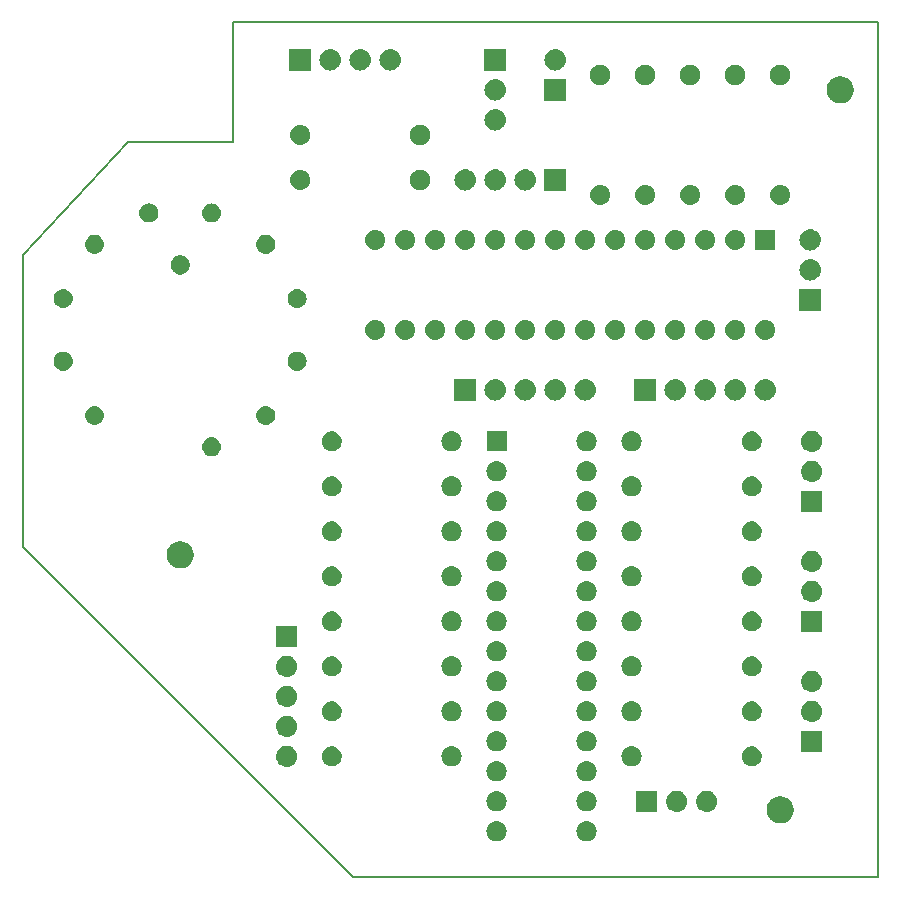
<source format=gbr>
G04 #@! TF.GenerationSoftware,KiCad,Pcbnew,(5.0.1)-4*
G04 #@! TF.CreationDate,2019-02-10T23:31:26-08:00*
G04 #@! TF.ProjectId,ThrottleControl,5468726F74746C65436F6E74726F6C2E,rev?*
G04 #@! TF.SameCoordinates,Original*
G04 #@! TF.FileFunction,Soldermask,Bot*
G04 #@! TF.FilePolarity,Negative*
%FSLAX46Y46*%
G04 Gerber Fmt 4.6, Leading zero omitted, Abs format (unit mm)*
G04 Created by KiCad (PCBNEW (5.0.1)-4) date 2/10/2019 11:31:26 PM*
%MOMM*%
%LPD*%
G01*
G04 APERTURE LIST*
%ADD10C,0.200000*%
%ADD11C,0.100000*%
G04 APERTURE END LIST*
D10*
X178435000Y-117475000D02*
X178435000Y-45085000D01*
X133985000Y-117475000D02*
X178435000Y-117475000D01*
X106045000Y-89535000D02*
X133985000Y-117475000D01*
X106045000Y-64770000D02*
X106045000Y-89535000D01*
X114935000Y-55245000D02*
X106045000Y-64770000D01*
X123825000Y-55245000D02*
X114935000Y-55245000D01*
X123825000Y-45085000D02*
X123825000Y-55245000D01*
X178435000Y-45085000D02*
X123825000Y-45085000D01*
D11*
G36*
X153961357Y-112739793D02*
X153961360Y-112739794D01*
X153961361Y-112739794D01*
X154121775Y-112788455D01*
X154121777Y-112788456D01*
X154121780Y-112788457D01*
X154269614Y-112867475D01*
X154399195Y-112973821D01*
X154505541Y-113103402D01*
X154584559Y-113251236D01*
X154633223Y-113411659D01*
X154649653Y-113578480D01*
X154633223Y-113745301D01*
X154584559Y-113905724D01*
X154505541Y-114053558D01*
X154399195Y-114183139D01*
X154269614Y-114289485D01*
X154121780Y-114368503D01*
X154121777Y-114368504D01*
X154121775Y-114368505D01*
X153961361Y-114417166D01*
X153961360Y-114417166D01*
X153961357Y-114417167D01*
X153836340Y-114429480D01*
X153752732Y-114429480D01*
X153627715Y-114417167D01*
X153627712Y-114417166D01*
X153627711Y-114417166D01*
X153467297Y-114368505D01*
X153467295Y-114368504D01*
X153467292Y-114368503D01*
X153319458Y-114289485D01*
X153189877Y-114183139D01*
X153083531Y-114053558D01*
X153004513Y-113905724D01*
X152955849Y-113745301D01*
X152939419Y-113578480D01*
X152955849Y-113411659D01*
X153004513Y-113251236D01*
X153083531Y-113103402D01*
X153189877Y-112973821D01*
X153319458Y-112867475D01*
X153467292Y-112788457D01*
X153467295Y-112788456D01*
X153467297Y-112788455D01*
X153627711Y-112739794D01*
X153627712Y-112739794D01*
X153627715Y-112739793D01*
X153752732Y-112727480D01*
X153836340Y-112727480D01*
X153961357Y-112739793D01*
X153961357Y-112739793D01*
G37*
G36*
X146341357Y-112739793D02*
X146341360Y-112739794D01*
X146341361Y-112739794D01*
X146501775Y-112788455D01*
X146501777Y-112788456D01*
X146501780Y-112788457D01*
X146649614Y-112867475D01*
X146779195Y-112973821D01*
X146885541Y-113103402D01*
X146964559Y-113251236D01*
X147013223Y-113411659D01*
X147029653Y-113578480D01*
X147013223Y-113745301D01*
X146964559Y-113905724D01*
X146885541Y-114053558D01*
X146779195Y-114183139D01*
X146649614Y-114289485D01*
X146501780Y-114368503D01*
X146501777Y-114368504D01*
X146501775Y-114368505D01*
X146341361Y-114417166D01*
X146341360Y-114417166D01*
X146341357Y-114417167D01*
X146216340Y-114429480D01*
X146132732Y-114429480D01*
X146007715Y-114417167D01*
X146007712Y-114417166D01*
X146007711Y-114417166D01*
X145847297Y-114368505D01*
X145847295Y-114368504D01*
X145847292Y-114368503D01*
X145699458Y-114289485D01*
X145569877Y-114183139D01*
X145463531Y-114053558D01*
X145384513Y-113905724D01*
X145335849Y-113745301D01*
X145319419Y-113578480D01*
X145335849Y-113411659D01*
X145384513Y-113251236D01*
X145463531Y-113103402D01*
X145569877Y-112973821D01*
X145699458Y-112867475D01*
X145847292Y-112788457D01*
X145847295Y-112788456D01*
X145847297Y-112788455D01*
X146007711Y-112739794D01*
X146007712Y-112739794D01*
X146007715Y-112739793D01*
X146132732Y-112727480D01*
X146216340Y-112727480D01*
X146341357Y-112739793D01*
X146341357Y-112739793D01*
G37*
G36*
X170515734Y-110653232D02*
X170725202Y-110739996D01*
X170913723Y-110865962D01*
X171074038Y-111026277D01*
X171200004Y-111214798D01*
X171286768Y-111424266D01*
X171331000Y-111646635D01*
X171331000Y-111873365D01*
X171286768Y-112095734D01*
X171200004Y-112305202D01*
X171074038Y-112493723D01*
X170913723Y-112654038D01*
X170725202Y-112780004D01*
X170515734Y-112866768D01*
X170293365Y-112911000D01*
X170066635Y-112911000D01*
X169844266Y-112866768D01*
X169634798Y-112780004D01*
X169446277Y-112654038D01*
X169285962Y-112493723D01*
X169159996Y-112305202D01*
X169073232Y-112095734D01*
X169029000Y-111873365D01*
X169029000Y-111646635D01*
X169073232Y-111424266D01*
X169159996Y-111214798D01*
X169285962Y-111026277D01*
X169446277Y-110865962D01*
X169634798Y-110739996D01*
X169844266Y-110653232D01*
X170066635Y-110609000D01*
X170293365Y-110609000D01*
X170515734Y-110653232D01*
X170515734Y-110653232D01*
G37*
G36*
X161524979Y-110143999D02*
X161591163Y-110150517D01*
X161704389Y-110184864D01*
X161761003Y-110202037D01*
X161847847Y-110248457D01*
X161917527Y-110285702D01*
X161953265Y-110315032D01*
X162054722Y-110398294D01*
X162137984Y-110499751D01*
X162167314Y-110535489D01*
X162167315Y-110535491D01*
X162250979Y-110692013D01*
X162268152Y-110748627D01*
X162302499Y-110861853D01*
X162319895Y-111038480D01*
X162302499Y-111215107D01*
X162268152Y-111328333D01*
X162250979Y-111384947D01*
X162229962Y-111424266D01*
X162167314Y-111541471D01*
X162137984Y-111577209D01*
X162054722Y-111678666D01*
X161953265Y-111761928D01*
X161917527Y-111791258D01*
X161917525Y-111791259D01*
X161761003Y-111874923D01*
X161753605Y-111877167D01*
X161591163Y-111926443D01*
X161524979Y-111932961D01*
X161458796Y-111939480D01*
X161370276Y-111939480D01*
X161304093Y-111932961D01*
X161237909Y-111926443D01*
X161075467Y-111877167D01*
X161068069Y-111874923D01*
X160911547Y-111791259D01*
X160911545Y-111791258D01*
X160875807Y-111761928D01*
X160774350Y-111678666D01*
X160691088Y-111577209D01*
X160661758Y-111541471D01*
X160599110Y-111424266D01*
X160578093Y-111384947D01*
X160560920Y-111328333D01*
X160526573Y-111215107D01*
X160509177Y-111038480D01*
X160526573Y-110861853D01*
X160560920Y-110748627D01*
X160578093Y-110692013D01*
X160661757Y-110535491D01*
X160661758Y-110535489D01*
X160691088Y-110499751D01*
X160774350Y-110398294D01*
X160875807Y-110315032D01*
X160911545Y-110285702D01*
X160981225Y-110248457D01*
X161068069Y-110202037D01*
X161124683Y-110184864D01*
X161237909Y-110150517D01*
X161304093Y-110143999D01*
X161370276Y-110137480D01*
X161458796Y-110137480D01*
X161524979Y-110143999D01*
X161524979Y-110143999D01*
G37*
G36*
X159775536Y-111939480D02*
X157973536Y-111939480D01*
X157973536Y-110137480D01*
X159775536Y-110137480D01*
X159775536Y-111939480D01*
X159775536Y-111939480D01*
G37*
G36*
X164064979Y-110143999D02*
X164131163Y-110150517D01*
X164244389Y-110184864D01*
X164301003Y-110202037D01*
X164387847Y-110248457D01*
X164457527Y-110285702D01*
X164493265Y-110315032D01*
X164594722Y-110398294D01*
X164677984Y-110499751D01*
X164707314Y-110535489D01*
X164707315Y-110535491D01*
X164790979Y-110692013D01*
X164808152Y-110748627D01*
X164842499Y-110861853D01*
X164859895Y-111038480D01*
X164842499Y-111215107D01*
X164808152Y-111328333D01*
X164790979Y-111384947D01*
X164769962Y-111424266D01*
X164707314Y-111541471D01*
X164677984Y-111577209D01*
X164594722Y-111678666D01*
X164493265Y-111761928D01*
X164457527Y-111791258D01*
X164457525Y-111791259D01*
X164301003Y-111874923D01*
X164293605Y-111877167D01*
X164131163Y-111926443D01*
X164064979Y-111932961D01*
X163998796Y-111939480D01*
X163910276Y-111939480D01*
X163844093Y-111932961D01*
X163777909Y-111926443D01*
X163615467Y-111877167D01*
X163608069Y-111874923D01*
X163451547Y-111791259D01*
X163451545Y-111791258D01*
X163415807Y-111761928D01*
X163314350Y-111678666D01*
X163231088Y-111577209D01*
X163201758Y-111541471D01*
X163139110Y-111424266D01*
X163118093Y-111384947D01*
X163100920Y-111328333D01*
X163066573Y-111215107D01*
X163049177Y-111038480D01*
X163066573Y-110861853D01*
X163100920Y-110748627D01*
X163118093Y-110692013D01*
X163201757Y-110535491D01*
X163201758Y-110535489D01*
X163231088Y-110499751D01*
X163314350Y-110398294D01*
X163415807Y-110315032D01*
X163451545Y-110285702D01*
X163521225Y-110248457D01*
X163608069Y-110202037D01*
X163664683Y-110184864D01*
X163777909Y-110150517D01*
X163844093Y-110143999D01*
X163910276Y-110137480D01*
X163998796Y-110137480D01*
X164064979Y-110143999D01*
X164064979Y-110143999D01*
G37*
G36*
X153961357Y-110199793D02*
X153961360Y-110199794D01*
X153961361Y-110199794D01*
X154121775Y-110248455D01*
X154121777Y-110248456D01*
X154121780Y-110248457D01*
X154269614Y-110327475D01*
X154399195Y-110433821D01*
X154505541Y-110563402D01*
X154584559Y-110711236D01*
X154584560Y-110711239D01*
X154584561Y-110711241D01*
X154630249Y-110861855D01*
X154633223Y-110871659D01*
X154649653Y-111038480D01*
X154633223Y-111205301D01*
X154633222Y-111205304D01*
X154633222Y-111205305D01*
X154630249Y-111215107D01*
X154584559Y-111365724D01*
X154505541Y-111513558D01*
X154399195Y-111643139D01*
X154269614Y-111749485D01*
X154121780Y-111828503D01*
X154121777Y-111828504D01*
X154121775Y-111828505D01*
X153961361Y-111877166D01*
X153961360Y-111877166D01*
X153961357Y-111877167D01*
X153836340Y-111889480D01*
X153752732Y-111889480D01*
X153627715Y-111877167D01*
X153627712Y-111877166D01*
X153627711Y-111877166D01*
X153467297Y-111828505D01*
X153467295Y-111828504D01*
X153467292Y-111828503D01*
X153319458Y-111749485D01*
X153189877Y-111643139D01*
X153083531Y-111513558D01*
X153004513Y-111365724D01*
X152958824Y-111215107D01*
X152955850Y-111205305D01*
X152955850Y-111205304D01*
X152955849Y-111205301D01*
X152939419Y-111038480D01*
X152955849Y-110871659D01*
X152958823Y-110861855D01*
X153004511Y-110711241D01*
X153004512Y-110711239D01*
X153004513Y-110711236D01*
X153083531Y-110563402D01*
X153189877Y-110433821D01*
X153319458Y-110327475D01*
X153467292Y-110248457D01*
X153467295Y-110248456D01*
X153467297Y-110248455D01*
X153627711Y-110199794D01*
X153627712Y-110199794D01*
X153627715Y-110199793D01*
X153752732Y-110187480D01*
X153836340Y-110187480D01*
X153961357Y-110199793D01*
X153961357Y-110199793D01*
G37*
G36*
X146341357Y-110199793D02*
X146341360Y-110199794D01*
X146341361Y-110199794D01*
X146501775Y-110248455D01*
X146501777Y-110248456D01*
X146501780Y-110248457D01*
X146649614Y-110327475D01*
X146779195Y-110433821D01*
X146885541Y-110563402D01*
X146964559Y-110711236D01*
X146964560Y-110711239D01*
X146964561Y-110711241D01*
X147010249Y-110861855D01*
X147013223Y-110871659D01*
X147029653Y-111038480D01*
X147013223Y-111205301D01*
X147013222Y-111205304D01*
X147013222Y-111205305D01*
X147010249Y-111215107D01*
X146964559Y-111365724D01*
X146885541Y-111513558D01*
X146779195Y-111643139D01*
X146649614Y-111749485D01*
X146501780Y-111828503D01*
X146501777Y-111828504D01*
X146501775Y-111828505D01*
X146341361Y-111877166D01*
X146341360Y-111877166D01*
X146341357Y-111877167D01*
X146216340Y-111889480D01*
X146132732Y-111889480D01*
X146007715Y-111877167D01*
X146007712Y-111877166D01*
X146007711Y-111877166D01*
X145847297Y-111828505D01*
X145847295Y-111828504D01*
X145847292Y-111828503D01*
X145699458Y-111749485D01*
X145569877Y-111643139D01*
X145463531Y-111513558D01*
X145384513Y-111365724D01*
X145338824Y-111215107D01*
X145335850Y-111205305D01*
X145335850Y-111205304D01*
X145335849Y-111205301D01*
X145319419Y-111038480D01*
X145335849Y-110871659D01*
X145338823Y-110861855D01*
X145384511Y-110711241D01*
X145384512Y-110711239D01*
X145384513Y-110711236D01*
X145463531Y-110563402D01*
X145569877Y-110433821D01*
X145699458Y-110327475D01*
X145847292Y-110248457D01*
X145847295Y-110248456D01*
X145847297Y-110248455D01*
X146007711Y-110199794D01*
X146007712Y-110199794D01*
X146007715Y-110199793D01*
X146132732Y-110187480D01*
X146216340Y-110187480D01*
X146341357Y-110199793D01*
X146341357Y-110199793D01*
G37*
G36*
X146341357Y-107659793D02*
X146341360Y-107659794D01*
X146341361Y-107659794D01*
X146501775Y-107708455D01*
X146501777Y-107708456D01*
X146501780Y-107708457D01*
X146649614Y-107787475D01*
X146779195Y-107893821D01*
X146885541Y-108023402D01*
X146964559Y-108171236D01*
X147013223Y-108331659D01*
X147029653Y-108498480D01*
X147013223Y-108665301D01*
X146964559Y-108825724D01*
X146885541Y-108973558D01*
X146779195Y-109103139D01*
X146649614Y-109209485D01*
X146501780Y-109288503D01*
X146501777Y-109288504D01*
X146501775Y-109288505D01*
X146341361Y-109337166D01*
X146341360Y-109337166D01*
X146341357Y-109337167D01*
X146216340Y-109349480D01*
X146132732Y-109349480D01*
X146007715Y-109337167D01*
X146007712Y-109337166D01*
X146007711Y-109337166D01*
X145847297Y-109288505D01*
X145847295Y-109288504D01*
X145847292Y-109288503D01*
X145699458Y-109209485D01*
X145569877Y-109103139D01*
X145463531Y-108973558D01*
X145384513Y-108825724D01*
X145335849Y-108665301D01*
X145319419Y-108498480D01*
X145335849Y-108331659D01*
X145384513Y-108171236D01*
X145463531Y-108023402D01*
X145569877Y-107893821D01*
X145699458Y-107787475D01*
X145847292Y-107708457D01*
X145847295Y-107708456D01*
X145847297Y-107708455D01*
X146007711Y-107659794D01*
X146007712Y-107659794D01*
X146007715Y-107659793D01*
X146132732Y-107647480D01*
X146216340Y-107647480D01*
X146341357Y-107659793D01*
X146341357Y-107659793D01*
G37*
G36*
X153961357Y-107659793D02*
X153961360Y-107659794D01*
X153961361Y-107659794D01*
X154121775Y-107708455D01*
X154121777Y-107708456D01*
X154121780Y-107708457D01*
X154269614Y-107787475D01*
X154399195Y-107893821D01*
X154505541Y-108023402D01*
X154584559Y-108171236D01*
X154633223Y-108331659D01*
X154649653Y-108498480D01*
X154633223Y-108665301D01*
X154584559Y-108825724D01*
X154505541Y-108973558D01*
X154399195Y-109103139D01*
X154269614Y-109209485D01*
X154121780Y-109288503D01*
X154121777Y-109288504D01*
X154121775Y-109288505D01*
X153961361Y-109337166D01*
X153961360Y-109337166D01*
X153961357Y-109337167D01*
X153836340Y-109349480D01*
X153752732Y-109349480D01*
X153627715Y-109337167D01*
X153627712Y-109337166D01*
X153627711Y-109337166D01*
X153467297Y-109288505D01*
X153467295Y-109288504D01*
X153467292Y-109288503D01*
X153319458Y-109209485D01*
X153189877Y-109103139D01*
X153083531Y-108973558D01*
X153004513Y-108825724D01*
X152955849Y-108665301D01*
X152939419Y-108498480D01*
X152955849Y-108331659D01*
X153004513Y-108171236D01*
X153083531Y-108023402D01*
X153189877Y-107893821D01*
X153319458Y-107787475D01*
X153467292Y-107708457D01*
X153467295Y-107708456D01*
X153467297Y-107708455D01*
X153627711Y-107659794D01*
X153627712Y-107659794D01*
X153627715Y-107659793D01*
X153752732Y-107647480D01*
X153836340Y-107647480D01*
X153961357Y-107659793D01*
X153961357Y-107659793D01*
G37*
G36*
X128504979Y-106333999D02*
X128571163Y-106340517D01*
X128684389Y-106374864D01*
X128741003Y-106392037D01*
X128827847Y-106438457D01*
X128897527Y-106475702D01*
X128933265Y-106505032D01*
X129034722Y-106588294D01*
X129114905Y-106685999D01*
X129147314Y-106725489D01*
X129147315Y-106725491D01*
X129230979Y-106882013D01*
X129248152Y-106938627D01*
X129282499Y-107051853D01*
X129299895Y-107228480D01*
X129282499Y-107405107D01*
X129260779Y-107476708D01*
X129230979Y-107574947D01*
X129162234Y-107703558D01*
X129147314Y-107731471D01*
X129117984Y-107767209D01*
X129034722Y-107868666D01*
X128933265Y-107951928D01*
X128897527Y-107981258D01*
X128897525Y-107981259D01*
X128741003Y-108064923D01*
X128733605Y-108067167D01*
X128571163Y-108116443D01*
X128504978Y-108122962D01*
X128438796Y-108129480D01*
X128350276Y-108129480D01*
X128284094Y-108122962D01*
X128217909Y-108116443D01*
X128055467Y-108067167D01*
X128048069Y-108064923D01*
X127891547Y-107981259D01*
X127891545Y-107981258D01*
X127855807Y-107951928D01*
X127754350Y-107868666D01*
X127671088Y-107767209D01*
X127641758Y-107731471D01*
X127626838Y-107703558D01*
X127558093Y-107574947D01*
X127528293Y-107476708D01*
X127506573Y-107405107D01*
X127489177Y-107228480D01*
X127506573Y-107051853D01*
X127540920Y-106938627D01*
X127558093Y-106882013D01*
X127641757Y-106725491D01*
X127641758Y-106725489D01*
X127674167Y-106685999D01*
X127754350Y-106588294D01*
X127855807Y-106505032D01*
X127891545Y-106475702D01*
X127961225Y-106438457D01*
X128048069Y-106392037D01*
X128104683Y-106374864D01*
X128217909Y-106340517D01*
X128284093Y-106333999D01*
X128350276Y-106327480D01*
X128438796Y-106327480D01*
X128504979Y-106333999D01*
X128504979Y-106333999D01*
G37*
G36*
X157771357Y-106389793D02*
X157771360Y-106389794D01*
X157771361Y-106389794D01*
X157931775Y-106438455D01*
X157931777Y-106438456D01*
X157931780Y-106438457D01*
X158079614Y-106517475D01*
X158209195Y-106623821D01*
X158315541Y-106753402D01*
X158394559Y-106901236D01*
X158394560Y-106901239D01*
X158394561Y-106901241D01*
X158440249Y-107051855D01*
X158443223Y-107061659D01*
X158459653Y-107228480D01*
X158443223Y-107395301D01*
X158443222Y-107395304D01*
X158443222Y-107395305D01*
X158418529Y-107476708D01*
X158394559Y-107555724D01*
X158315541Y-107703558D01*
X158209195Y-107833139D01*
X158079614Y-107939485D01*
X157931780Y-108018503D01*
X157931777Y-108018504D01*
X157931775Y-108018505D01*
X157771361Y-108067166D01*
X157771360Y-108067166D01*
X157771357Y-108067167D01*
X157646340Y-108079480D01*
X157562732Y-108079480D01*
X157437715Y-108067167D01*
X157437712Y-108067166D01*
X157437711Y-108067166D01*
X157277297Y-108018505D01*
X157277295Y-108018504D01*
X157277292Y-108018503D01*
X157129458Y-107939485D01*
X156999877Y-107833139D01*
X156893531Y-107703558D01*
X156814513Y-107555724D01*
X156790544Y-107476708D01*
X156765850Y-107395305D01*
X156765850Y-107395304D01*
X156765849Y-107395301D01*
X156749419Y-107228480D01*
X156765849Y-107061659D01*
X156768823Y-107051855D01*
X156814511Y-106901241D01*
X156814512Y-106901239D01*
X156814513Y-106901236D01*
X156893531Y-106753402D01*
X156999877Y-106623821D01*
X157129458Y-106517475D01*
X157277292Y-106438457D01*
X157277295Y-106438456D01*
X157277297Y-106438455D01*
X157437711Y-106389794D01*
X157437712Y-106389794D01*
X157437715Y-106389793D01*
X157562732Y-106377480D01*
X157646340Y-106377480D01*
X157771357Y-106389793D01*
X157771357Y-106389793D01*
G37*
G36*
X142531357Y-106389793D02*
X142531360Y-106389794D01*
X142531361Y-106389794D01*
X142691775Y-106438455D01*
X142691777Y-106438456D01*
X142691780Y-106438457D01*
X142839614Y-106517475D01*
X142969195Y-106623821D01*
X143075541Y-106753402D01*
X143154559Y-106901236D01*
X143154560Y-106901239D01*
X143154561Y-106901241D01*
X143200249Y-107051855D01*
X143203223Y-107061659D01*
X143219653Y-107228480D01*
X143203223Y-107395301D01*
X143203222Y-107395304D01*
X143203222Y-107395305D01*
X143178529Y-107476708D01*
X143154559Y-107555724D01*
X143075541Y-107703558D01*
X142969195Y-107833139D01*
X142839614Y-107939485D01*
X142691780Y-108018503D01*
X142691777Y-108018504D01*
X142691775Y-108018505D01*
X142531361Y-108067166D01*
X142531360Y-108067166D01*
X142531357Y-108067167D01*
X142406340Y-108079480D01*
X142322732Y-108079480D01*
X142197715Y-108067167D01*
X142197712Y-108067166D01*
X142197711Y-108067166D01*
X142037297Y-108018505D01*
X142037295Y-108018504D01*
X142037292Y-108018503D01*
X141889458Y-107939485D01*
X141759877Y-107833139D01*
X141653531Y-107703558D01*
X141574513Y-107555724D01*
X141550544Y-107476708D01*
X141525850Y-107395305D01*
X141525850Y-107395304D01*
X141525849Y-107395301D01*
X141509419Y-107228480D01*
X141525849Y-107061659D01*
X141528823Y-107051855D01*
X141574511Y-106901241D01*
X141574512Y-106901239D01*
X141574513Y-106901236D01*
X141653531Y-106753402D01*
X141759877Y-106623821D01*
X141889458Y-106517475D01*
X142037292Y-106438457D01*
X142037295Y-106438456D01*
X142037297Y-106438455D01*
X142197711Y-106389794D01*
X142197712Y-106389794D01*
X142197715Y-106389793D01*
X142322732Y-106377480D01*
X142406340Y-106377480D01*
X142531357Y-106389793D01*
X142531357Y-106389793D01*
G37*
G36*
X132452764Y-106410183D02*
X132607636Y-106474333D01*
X132747017Y-106567465D01*
X132865551Y-106685999D01*
X132958683Y-106825380D01*
X133022833Y-106980252D01*
X133055536Y-107144664D01*
X133055536Y-107312296D01*
X133022833Y-107476708D01*
X132958683Y-107631580D01*
X132865551Y-107770961D01*
X132747017Y-107889495D01*
X132607636Y-107982627D01*
X132452764Y-108046777D01*
X132288352Y-108079480D01*
X132120720Y-108079480D01*
X131956308Y-108046777D01*
X131801436Y-107982627D01*
X131662055Y-107889495D01*
X131543521Y-107770961D01*
X131450389Y-107631580D01*
X131386239Y-107476708D01*
X131353536Y-107312296D01*
X131353536Y-107144664D01*
X131386239Y-106980252D01*
X131450389Y-106825380D01*
X131543521Y-106685999D01*
X131662055Y-106567465D01*
X131801436Y-106474333D01*
X131956308Y-106410183D01*
X132120720Y-106377480D01*
X132288352Y-106377480D01*
X132452764Y-106410183D01*
X132452764Y-106410183D01*
G37*
G36*
X168012764Y-106410183D02*
X168167636Y-106474333D01*
X168307017Y-106567465D01*
X168425551Y-106685999D01*
X168518683Y-106825380D01*
X168582833Y-106980252D01*
X168615536Y-107144664D01*
X168615536Y-107312296D01*
X168582833Y-107476708D01*
X168518683Y-107631580D01*
X168425551Y-107770961D01*
X168307017Y-107889495D01*
X168167636Y-107982627D01*
X168012764Y-108046777D01*
X167848352Y-108079480D01*
X167680720Y-108079480D01*
X167516308Y-108046777D01*
X167361436Y-107982627D01*
X167222055Y-107889495D01*
X167103521Y-107770961D01*
X167010389Y-107631580D01*
X166946239Y-107476708D01*
X166913536Y-107312296D01*
X166913536Y-107144664D01*
X166946239Y-106980252D01*
X167010389Y-106825380D01*
X167103521Y-106685999D01*
X167222055Y-106567465D01*
X167361436Y-106474333D01*
X167516308Y-106410183D01*
X167680720Y-106377480D01*
X167848352Y-106377480D01*
X168012764Y-106410183D01*
X168012764Y-106410183D01*
G37*
G36*
X173745536Y-106859480D02*
X171943536Y-106859480D01*
X171943536Y-105057480D01*
X173745536Y-105057480D01*
X173745536Y-106859480D01*
X173745536Y-106859480D01*
G37*
G36*
X153961357Y-105119793D02*
X153961360Y-105119794D01*
X153961361Y-105119794D01*
X154121775Y-105168455D01*
X154121777Y-105168456D01*
X154121780Y-105168457D01*
X154269614Y-105247475D01*
X154399195Y-105353821D01*
X154505541Y-105483402D01*
X154584559Y-105631236D01*
X154633223Y-105791659D01*
X154649653Y-105958480D01*
X154633223Y-106125301D01*
X154584559Y-106285724D01*
X154505541Y-106433558D01*
X154399195Y-106563139D01*
X154269614Y-106669485D01*
X154121780Y-106748503D01*
X154121777Y-106748504D01*
X154121775Y-106748505D01*
X153961361Y-106797166D01*
X153961360Y-106797166D01*
X153961357Y-106797167D01*
X153836340Y-106809480D01*
X153752732Y-106809480D01*
X153627715Y-106797167D01*
X153627712Y-106797166D01*
X153627711Y-106797166D01*
X153467297Y-106748505D01*
X153467295Y-106748504D01*
X153467292Y-106748503D01*
X153319458Y-106669485D01*
X153189877Y-106563139D01*
X153083531Y-106433558D01*
X153004513Y-106285724D01*
X152955849Y-106125301D01*
X152939419Y-105958480D01*
X152955849Y-105791659D01*
X153004513Y-105631236D01*
X153083531Y-105483402D01*
X153189877Y-105353821D01*
X153319458Y-105247475D01*
X153467292Y-105168457D01*
X153467295Y-105168456D01*
X153467297Y-105168455D01*
X153627711Y-105119794D01*
X153627712Y-105119794D01*
X153627715Y-105119793D01*
X153752732Y-105107480D01*
X153836340Y-105107480D01*
X153961357Y-105119793D01*
X153961357Y-105119793D01*
G37*
G36*
X146341357Y-105119793D02*
X146341360Y-105119794D01*
X146341361Y-105119794D01*
X146501775Y-105168455D01*
X146501777Y-105168456D01*
X146501780Y-105168457D01*
X146649614Y-105247475D01*
X146779195Y-105353821D01*
X146885541Y-105483402D01*
X146964559Y-105631236D01*
X147013223Y-105791659D01*
X147029653Y-105958480D01*
X147013223Y-106125301D01*
X146964559Y-106285724D01*
X146885541Y-106433558D01*
X146779195Y-106563139D01*
X146649614Y-106669485D01*
X146501780Y-106748503D01*
X146501777Y-106748504D01*
X146501775Y-106748505D01*
X146341361Y-106797166D01*
X146341360Y-106797166D01*
X146341357Y-106797167D01*
X146216340Y-106809480D01*
X146132732Y-106809480D01*
X146007715Y-106797167D01*
X146007712Y-106797166D01*
X146007711Y-106797166D01*
X145847297Y-106748505D01*
X145847295Y-106748504D01*
X145847292Y-106748503D01*
X145699458Y-106669485D01*
X145569877Y-106563139D01*
X145463531Y-106433558D01*
X145384513Y-106285724D01*
X145335849Y-106125301D01*
X145319419Y-105958480D01*
X145335849Y-105791659D01*
X145384513Y-105631236D01*
X145463531Y-105483402D01*
X145569877Y-105353821D01*
X145699458Y-105247475D01*
X145847292Y-105168457D01*
X145847295Y-105168456D01*
X145847297Y-105168455D01*
X146007711Y-105119794D01*
X146007712Y-105119794D01*
X146007715Y-105119793D01*
X146132732Y-105107480D01*
X146216340Y-105107480D01*
X146341357Y-105119793D01*
X146341357Y-105119793D01*
G37*
G36*
X128504978Y-103793998D02*
X128571163Y-103800517D01*
X128684389Y-103834864D01*
X128741003Y-103852037D01*
X128818682Y-103893558D01*
X128897527Y-103935702D01*
X128928305Y-103960961D01*
X129034722Y-104048294D01*
X129117984Y-104149751D01*
X129147314Y-104185489D01*
X129147315Y-104185491D01*
X129230979Y-104342013D01*
X129230979Y-104342014D01*
X129282499Y-104511853D01*
X129299895Y-104688480D01*
X129282499Y-104865107D01*
X129248152Y-104978333D01*
X129230979Y-105034947D01*
X129159616Y-105168455D01*
X129147314Y-105191471D01*
X129117984Y-105227209D01*
X129034722Y-105328666D01*
X128933265Y-105411928D01*
X128897527Y-105441258D01*
X128897525Y-105441259D01*
X128741003Y-105524923D01*
X128684389Y-105542096D01*
X128571163Y-105576443D01*
X128504978Y-105582962D01*
X128438796Y-105589480D01*
X128350276Y-105589480D01*
X128284093Y-105582961D01*
X128217909Y-105576443D01*
X128104683Y-105542096D01*
X128048069Y-105524923D01*
X127891547Y-105441259D01*
X127891545Y-105441258D01*
X127855807Y-105411928D01*
X127754350Y-105328666D01*
X127671088Y-105227209D01*
X127641758Y-105191471D01*
X127629456Y-105168455D01*
X127558093Y-105034947D01*
X127540920Y-104978333D01*
X127506573Y-104865107D01*
X127489177Y-104688480D01*
X127506573Y-104511853D01*
X127558093Y-104342014D01*
X127558093Y-104342013D01*
X127641757Y-104185491D01*
X127641758Y-104185489D01*
X127671088Y-104149751D01*
X127754350Y-104048294D01*
X127860767Y-103960961D01*
X127891545Y-103935702D01*
X127970390Y-103893558D01*
X128048069Y-103852037D01*
X128104683Y-103834864D01*
X128217909Y-103800517D01*
X128284093Y-103793999D01*
X128350276Y-103787480D01*
X128438796Y-103787480D01*
X128504978Y-103793998D01*
X128504978Y-103793998D01*
G37*
G36*
X172954979Y-102523999D02*
X173021163Y-102530517D01*
X173134389Y-102564864D01*
X173191003Y-102582037D01*
X173277847Y-102628457D01*
X173347527Y-102665702D01*
X173383265Y-102695032D01*
X173484722Y-102778294D01*
X173564905Y-102875999D01*
X173597314Y-102915489D01*
X173597315Y-102915491D01*
X173680979Y-103072013D01*
X173698152Y-103128627D01*
X173732499Y-103241853D01*
X173749895Y-103418480D01*
X173732499Y-103595107D01*
X173710779Y-103666708D01*
X173680979Y-103764947D01*
X173634428Y-103852037D01*
X173597314Y-103921471D01*
X173567984Y-103957209D01*
X173484722Y-104058666D01*
X173383265Y-104141928D01*
X173347527Y-104171258D01*
X173347525Y-104171259D01*
X173191003Y-104254923D01*
X173183605Y-104257167D01*
X173021163Y-104306443D01*
X172954979Y-104312961D01*
X172888796Y-104319480D01*
X172800276Y-104319480D01*
X172734094Y-104312962D01*
X172667909Y-104306443D01*
X172505467Y-104257167D01*
X172498069Y-104254923D01*
X172341547Y-104171259D01*
X172341545Y-104171258D01*
X172305807Y-104141928D01*
X172204350Y-104058666D01*
X172121088Y-103957209D01*
X172091758Y-103921471D01*
X172054644Y-103852037D01*
X172008093Y-103764947D01*
X171978293Y-103666708D01*
X171956573Y-103595107D01*
X171939177Y-103418480D01*
X171956573Y-103241853D01*
X171990920Y-103128627D01*
X172008093Y-103072013D01*
X172091757Y-102915491D01*
X172091758Y-102915489D01*
X172124167Y-102875999D01*
X172204350Y-102778294D01*
X172305807Y-102695032D01*
X172341545Y-102665702D01*
X172411225Y-102628457D01*
X172498069Y-102582037D01*
X172554683Y-102564864D01*
X172667909Y-102530517D01*
X172734093Y-102523999D01*
X172800276Y-102517480D01*
X172888796Y-102517480D01*
X172954979Y-102523999D01*
X172954979Y-102523999D01*
G37*
G36*
X132452764Y-102600183D02*
X132607636Y-102664333D01*
X132747017Y-102757465D01*
X132865551Y-102875999D01*
X132958683Y-103015380D01*
X133022833Y-103170252D01*
X133055536Y-103334664D01*
X133055536Y-103502296D01*
X133022833Y-103666708D01*
X132958683Y-103821580D01*
X132865551Y-103960961D01*
X132747017Y-104079495D01*
X132607636Y-104172627D01*
X132452764Y-104236777D01*
X132288352Y-104269480D01*
X132120720Y-104269480D01*
X131956308Y-104236777D01*
X131801436Y-104172627D01*
X131662055Y-104079495D01*
X131543521Y-103960961D01*
X131450389Y-103821580D01*
X131386239Y-103666708D01*
X131353536Y-103502296D01*
X131353536Y-103334664D01*
X131386239Y-103170252D01*
X131450389Y-103015380D01*
X131543521Y-102875999D01*
X131662055Y-102757465D01*
X131801436Y-102664333D01*
X131956308Y-102600183D01*
X132120720Y-102567480D01*
X132288352Y-102567480D01*
X132452764Y-102600183D01*
X132452764Y-102600183D01*
G37*
G36*
X142531357Y-102579793D02*
X142531360Y-102579794D01*
X142531361Y-102579794D01*
X142691775Y-102628455D01*
X142691777Y-102628456D01*
X142691780Y-102628457D01*
X142839614Y-102707475D01*
X142969195Y-102813821D01*
X143075541Y-102943402D01*
X143154559Y-103091236D01*
X143154560Y-103091239D01*
X143154561Y-103091241D01*
X143200249Y-103241855D01*
X143203223Y-103251659D01*
X143219653Y-103418480D01*
X143203223Y-103585301D01*
X143203222Y-103585304D01*
X143203222Y-103585305D01*
X143178529Y-103666708D01*
X143154559Y-103745724D01*
X143075541Y-103893558D01*
X142969195Y-104023139D01*
X142839614Y-104129485D01*
X142691780Y-104208503D01*
X142691777Y-104208504D01*
X142691775Y-104208505D01*
X142531361Y-104257166D01*
X142531360Y-104257166D01*
X142531357Y-104257167D01*
X142406340Y-104269480D01*
X142322732Y-104269480D01*
X142197715Y-104257167D01*
X142197712Y-104257166D01*
X142197711Y-104257166D01*
X142037297Y-104208505D01*
X142037295Y-104208504D01*
X142037292Y-104208503D01*
X141889458Y-104129485D01*
X141759877Y-104023139D01*
X141653531Y-103893558D01*
X141574513Y-103745724D01*
X141550544Y-103666708D01*
X141525850Y-103585305D01*
X141525850Y-103585304D01*
X141525849Y-103585301D01*
X141509419Y-103418480D01*
X141525849Y-103251659D01*
X141528823Y-103241855D01*
X141574511Y-103091241D01*
X141574512Y-103091239D01*
X141574513Y-103091236D01*
X141653531Y-102943402D01*
X141759877Y-102813821D01*
X141889458Y-102707475D01*
X142037292Y-102628457D01*
X142037295Y-102628456D01*
X142037297Y-102628455D01*
X142197711Y-102579794D01*
X142197712Y-102579794D01*
X142197715Y-102579793D01*
X142322732Y-102567480D01*
X142406340Y-102567480D01*
X142531357Y-102579793D01*
X142531357Y-102579793D01*
G37*
G36*
X168012764Y-102600183D02*
X168167636Y-102664333D01*
X168307017Y-102757465D01*
X168425551Y-102875999D01*
X168518683Y-103015380D01*
X168582833Y-103170252D01*
X168615536Y-103334664D01*
X168615536Y-103502296D01*
X168582833Y-103666708D01*
X168518683Y-103821580D01*
X168425551Y-103960961D01*
X168307017Y-104079495D01*
X168167636Y-104172627D01*
X168012764Y-104236777D01*
X167848352Y-104269480D01*
X167680720Y-104269480D01*
X167516308Y-104236777D01*
X167361436Y-104172627D01*
X167222055Y-104079495D01*
X167103521Y-103960961D01*
X167010389Y-103821580D01*
X166946239Y-103666708D01*
X166913536Y-103502296D01*
X166913536Y-103334664D01*
X166946239Y-103170252D01*
X167010389Y-103015380D01*
X167103521Y-102875999D01*
X167222055Y-102757465D01*
X167361436Y-102664333D01*
X167516308Y-102600183D01*
X167680720Y-102567480D01*
X167848352Y-102567480D01*
X168012764Y-102600183D01*
X168012764Y-102600183D01*
G37*
G36*
X146341357Y-102579793D02*
X146341360Y-102579794D01*
X146341361Y-102579794D01*
X146501775Y-102628455D01*
X146501777Y-102628456D01*
X146501780Y-102628457D01*
X146649614Y-102707475D01*
X146779195Y-102813821D01*
X146885541Y-102943402D01*
X146964559Y-103091236D01*
X146964560Y-103091239D01*
X146964561Y-103091241D01*
X147010249Y-103241855D01*
X147013223Y-103251659D01*
X147029653Y-103418480D01*
X147013223Y-103585301D01*
X147013222Y-103585304D01*
X147013222Y-103585305D01*
X146988529Y-103666708D01*
X146964559Y-103745724D01*
X146885541Y-103893558D01*
X146779195Y-104023139D01*
X146649614Y-104129485D01*
X146501780Y-104208503D01*
X146501777Y-104208504D01*
X146501775Y-104208505D01*
X146341361Y-104257166D01*
X146341360Y-104257166D01*
X146341357Y-104257167D01*
X146216340Y-104269480D01*
X146132732Y-104269480D01*
X146007715Y-104257167D01*
X146007712Y-104257166D01*
X146007711Y-104257166D01*
X145847297Y-104208505D01*
X145847295Y-104208504D01*
X145847292Y-104208503D01*
X145699458Y-104129485D01*
X145569877Y-104023139D01*
X145463531Y-103893558D01*
X145384513Y-103745724D01*
X145360544Y-103666708D01*
X145335850Y-103585305D01*
X145335850Y-103585304D01*
X145335849Y-103585301D01*
X145319419Y-103418480D01*
X145335849Y-103251659D01*
X145338823Y-103241855D01*
X145384511Y-103091241D01*
X145384512Y-103091239D01*
X145384513Y-103091236D01*
X145463531Y-102943402D01*
X145569877Y-102813821D01*
X145699458Y-102707475D01*
X145847292Y-102628457D01*
X145847295Y-102628456D01*
X145847297Y-102628455D01*
X146007711Y-102579794D01*
X146007712Y-102579794D01*
X146007715Y-102579793D01*
X146132732Y-102567480D01*
X146216340Y-102567480D01*
X146341357Y-102579793D01*
X146341357Y-102579793D01*
G37*
G36*
X157771357Y-102579793D02*
X157771360Y-102579794D01*
X157771361Y-102579794D01*
X157931775Y-102628455D01*
X157931777Y-102628456D01*
X157931780Y-102628457D01*
X158079614Y-102707475D01*
X158209195Y-102813821D01*
X158315541Y-102943402D01*
X158394559Y-103091236D01*
X158394560Y-103091239D01*
X158394561Y-103091241D01*
X158440249Y-103241855D01*
X158443223Y-103251659D01*
X158459653Y-103418480D01*
X158443223Y-103585301D01*
X158443222Y-103585304D01*
X158443222Y-103585305D01*
X158418529Y-103666708D01*
X158394559Y-103745724D01*
X158315541Y-103893558D01*
X158209195Y-104023139D01*
X158079614Y-104129485D01*
X157931780Y-104208503D01*
X157931777Y-104208504D01*
X157931775Y-104208505D01*
X157771361Y-104257166D01*
X157771360Y-104257166D01*
X157771357Y-104257167D01*
X157646340Y-104269480D01*
X157562732Y-104269480D01*
X157437715Y-104257167D01*
X157437712Y-104257166D01*
X157437711Y-104257166D01*
X157277297Y-104208505D01*
X157277295Y-104208504D01*
X157277292Y-104208503D01*
X157129458Y-104129485D01*
X156999877Y-104023139D01*
X156893531Y-103893558D01*
X156814513Y-103745724D01*
X156790544Y-103666708D01*
X156765850Y-103585305D01*
X156765850Y-103585304D01*
X156765849Y-103585301D01*
X156749419Y-103418480D01*
X156765849Y-103251659D01*
X156768823Y-103241855D01*
X156814511Y-103091241D01*
X156814512Y-103091239D01*
X156814513Y-103091236D01*
X156893531Y-102943402D01*
X156999877Y-102813821D01*
X157129458Y-102707475D01*
X157277292Y-102628457D01*
X157277295Y-102628456D01*
X157277297Y-102628455D01*
X157437711Y-102579794D01*
X157437712Y-102579794D01*
X157437715Y-102579793D01*
X157562732Y-102567480D01*
X157646340Y-102567480D01*
X157771357Y-102579793D01*
X157771357Y-102579793D01*
G37*
G36*
X153961357Y-102579793D02*
X153961360Y-102579794D01*
X153961361Y-102579794D01*
X154121775Y-102628455D01*
X154121777Y-102628456D01*
X154121780Y-102628457D01*
X154269614Y-102707475D01*
X154399195Y-102813821D01*
X154505541Y-102943402D01*
X154584559Y-103091236D01*
X154584560Y-103091239D01*
X154584561Y-103091241D01*
X154630249Y-103241855D01*
X154633223Y-103251659D01*
X154649653Y-103418480D01*
X154633223Y-103585301D01*
X154633222Y-103585304D01*
X154633222Y-103585305D01*
X154608529Y-103666708D01*
X154584559Y-103745724D01*
X154505541Y-103893558D01*
X154399195Y-104023139D01*
X154269614Y-104129485D01*
X154121780Y-104208503D01*
X154121777Y-104208504D01*
X154121775Y-104208505D01*
X153961361Y-104257166D01*
X153961360Y-104257166D01*
X153961357Y-104257167D01*
X153836340Y-104269480D01*
X153752732Y-104269480D01*
X153627715Y-104257167D01*
X153627712Y-104257166D01*
X153627711Y-104257166D01*
X153467297Y-104208505D01*
X153467295Y-104208504D01*
X153467292Y-104208503D01*
X153319458Y-104129485D01*
X153189877Y-104023139D01*
X153083531Y-103893558D01*
X153004513Y-103745724D01*
X152980544Y-103666708D01*
X152955850Y-103585305D01*
X152955850Y-103585304D01*
X152955849Y-103585301D01*
X152939419Y-103418480D01*
X152955849Y-103251659D01*
X152958823Y-103241855D01*
X153004511Y-103091241D01*
X153004512Y-103091239D01*
X153004513Y-103091236D01*
X153083531Y-102943402D01*
X153189877Y-102813821D01*
X153319458Y-102707475D01*
X153467292Y-102628457D01*
X153467295Y-102628456D01*
X153467297Y-102628455D01*
X153627711Y-102579794D01*
X153627712Y-102579794D01*
X153627715Y-102579793D01*
X153752732Y-102567480D01*
X153836340Y-102567480D01*
X153961357Y-102579793D01*
X153961357Y-102579793D01*
G37*
G36*
X128504979Y-101253999D02*
X128571163Y-101260517D01*
X128684389Y-101294864D01*
X128741003Y-101312037D01*
X128818682Y-101353558D01*
X128897527Y-101395702D01*
X128933265Y-101425032D01*
X129034722Y-101508294D01*
X129117984Y-101609751D01*
X129147314Y-101645489D01*
X129147315Y-101645491D01*
X129230979Y-101802013D01*
X129230979Y-101802014D01*
X129282499Y-101971853D01*
X129299895Y-102148480D01*
X129282499Y-102325107D01*
X129248152Y-102438333D01*
X129230979Y-102494947D01*
X129184428Y-102582037D01*
X129147314Y-102651471D01*
X129117984Y-102687209D01*
X129034722Y-102788666D01*
X128933265Y-102871928D01*
X128897527Y-102901258D01*
X128897525Y-102901259D01*
X128741003Y-102984923D01*
X128684389Y-103002096D01*
X128571163Y-103036443D01*
X128504979Y-103042961D01*
X128438796Y-103049480D01*
X128350276Y-103049480D01*
X128284093Y-103042961D01*
X128217909Y-103036443D01*
X128104683Y-103002096D01*
X128048069Y-102984923D01*
X127891547Y-102901259D01*
X127891545Y-102901258D01*
X127855807Y-102871928D01*
X127754350Y-102788666D01*
X127671088Y-102687209D01*
X127641758Y-102651471D01*
X127604644Y-102582037D01*
X127558093Y-102494947D01*
X127540920Y-102438333D01*
X127506573Y-102325107D01*
X127489177Y-102148480D01*
X127506573Y-101971853D01*
X127558093Y-101802014D01*
X127558093Y-101802013D01*
X127641757Y-101645491D01*
X127641758Y-101645489D01*
X127671088Y-101609751D01*
X127754350Y-101508294D01*
X127855807Y-101425032D01*
X127891545Y-101395702D01*
X127970390Y-101353558D01*
X128048069Y-101312037D01*
X128104683Y-101294864D01*
X128217909Y-101260517D01*
X128284093Y-101253999D01*
X128350276Y-101247480D01*
X128438796Y-101247480D01*
X128504979Y-101253999D01*
X128504979Y-101253999D01*
G37*
G36*
X172954978Y-99983998D02*
X173021163Y-99990517D01*
X173134389Y-100024864D01*
X173191003Y-100042037D01*
X173277847Y-100088457D01*
X173347527Y-100125702D01*
X173378305Y-100150961D01*
X173484722Y-100238294D01*
X173567984Y-100339751D01*
X173597314Y-100375489D01*
X173597315Y-100375491D01*
X173680979Y-100532013D01*
X173698152Y-100588627D01*
X173732499Y-100701853D01*
X173749895Y-100878480D01*
X173732499Y-101055107D01*
X173698152Y-101168333D01*
X173680979Y-101224947D01*
X173661966Y-101260517D01*
X173597314Y-101381471D01*
X173567984Y-101417209D01*
X173484722Y-101518666D01*
X173383265Y-101601928D01*
X173347527Y-101631258D01*
X173347525Y-101631259D01*
X173191003Y-101714923D01*
X173183605Y-101717167D01*
X173021163Y-101766443D01*
X172954979Y-101772961D01*
X172888796Y-101779480D01*
X172800276Y-101779480D01*
X172734093Y-101772961D01*
X172667909Y-101766443D01*
X172505467Y-101717167D01*
X172498069Y-101714923D01*
X172341547Y-101631259D01*
X172341545Y-101631258D01*
X172305807Y-101601928D01*
X172204350Y-101518666D01*
X172121088Y-101417209D01*
X172091758Y-101381471D01*
X172027106Y-101260517D01*
X172008093Y-101224947D01*
X171990920Y-101168333D01*
X171956573Y-101055107D01*
X171939177Y-100878480D01*
X171956573Y-100701853D01*
X171990920Y-100588627D01*
X172008093Y-100532013D01*
X172091757Y-100375491D01*
X172091758Y-100375489D01*
X172121088Y-100339751D01*
X172204350Y-100238294D01*
X172310767Y-100150961D01*
X172341545Y-100125702D01*
X172411225Y-100088457D01*
X172498069Y-100042037D01*
X172554683Y-100024864D01*
X172667909Y-99990517D01*
X172734094Y-99983998D01*
X172800276Y-99977480D01*
X172888796Y-99977480D01*
X172954978Y-99983998D01*
X172954978Y-99983998D01*
G37*
G36*
X153961357Y-100039793D02*
X153961360Y-100039794D01*
X153961361Y-100039794D01*
X154121775Y-100088455D01*
X154121777Y-100088456D01*
X154121780Y-100088457D01*
X154269614Y-100167475D01*
X154399195Y-100273821D01*
X154505541Y-100403402D01*
X154584559Y-100551236D01*
X154584560Y-100551239D01*
X154584561Y-100551241D01*
X154630249Y-100701855D01*
X154633223Y-100711659D01*
X154649653Y-100878480D01*
X154633223Y-101045301D01*
X154633222Y-101045304D01*
X154633222Y-101045305D01*
X154630249Y-101055107D01*
X154584559Y-101205724D01*
X154505541Y-101353558D01*
X154399195Y-101483139D01*
X154269614Y-101589485D01*
X154121780Y-101668503D01*
X154121777Y-101668504D01*
X154121775Y-101668505D01*
X153961361Y-101717166D01*
X153961360Y-101717166D01*
X153961357Y-101717167D01*
X153836340Y-101729480D01*
X153752732Y-101729480D01*
X153627715Y-101717167D01*
X153627712Y-101717166D01*
X153627711Y-101717166D01*
X153467297Y-101668505D01*
X153467295Y-101668504D01*
X153467292Y-101668503D01*
X153319458Y-101589485D01*
X153189877Y-101483139D01*
X153083531Y-101353558D01*
X153004513Y-101205724D01*
X152958824Y-101055107D01*
X152955850Y-101045305D01*
X152955850Y-101045304D01*
X152955849Y-101045301D01*
X152939419Y-100878480D01*
X152955849Y-100711659D01*
X152958823Y-100701855D01*
X153004511Y-100551241D01*
X153004512Y-100551239D01*
X153004513Y-100551236D01*
X153083531Y-100403402D01*
X153189877Y-100273821D01*
X153319458Y-100167475D01*
X153467292Y-100088457D01*
X153467295Y-100088456D01*
X153467297Y-100088455D01*
X153627711Y-100039794D01*
X153627712Y-100039794D01*
X153627715Y-100039793D01*
X153752732Y-100027480D01*
X153836340Y-100027480D01*
X153961357Y-100039793D01*
X153961357Y-100039793D01*
G37*
G36*
X146341357Y-100039793D02*
X146341360Y-100039794D01*
X146341361Y-100039794D01*
X146501775Y-100088455D01*
X146501777Y-100088456D01*
X146501780Y-100088457D01*
X146649614Y-100167475D01*
X146779195Y-100273821D01*
X146885541Y-100403402D01*
X146964559Y-100551236D01*
X146964560Y-100551239D01*
X146964561Y-100551241D01*
X147010249Y-100701855D01*
X147013223Y-100711659D01*
X147029653Y-100878480D01*
X147013223Y-101045301D01*
X147013222Y-101045304D01*
X147013222Y-101045305D01*
X147010249Y-101055107D01*
X146964559Y-101205724D01*
X146885541Y-101353558D01*
X146779195Y-101483139D01*
X146649614Y-101589485D01*
X146501780Y-101668503D01*
X146501777Y-101668504D01*
X146501775Y-101668505D01*
X146341361Y-101717166D01*
X146341360Y-101717166D01*
X146341357Y-101717167D01*
X146216340Y-101729480D01*
X146132732Y-101729480D01*
X146007715Y-101717167D01*
X146007712Y-101717166D01*
X146007711Y-101717166D01*
X145847297Y-101668505D01*
X145847295Y-101668504D01*
X145847292Y-101668503D01*
X145699458Y-101589485D01*
X145569877Y-101483139D01*
X145463531Y-101353558D01*
X145384513Y-101205724D01*
X145338824Y-101055107D01*
X145335850Y-101045305D01*
X145335850Y-101045304D01*
X145335849Y-101045301D01*
X145319419Y-100878480D01*
X145335849Y-100711659D01*
X145338823Y-100701855D01*
X145384511Y-100551241D01*
X145384512Y-100551239D01*
X145384513Y-100551236D01*
X145463531Y-100403402D01*
X145569877Y-100273821D01*
X145699458Y-100167475D01*
X145847292Y-100088457D01*
X145847295Y-100088456D01*
X145847297Y-100088455D01*
X146007711Y-100039794D01*
X146007712Y-100039794D01*
X146007715Y-100039793D01*
X146132732Y-100027480D01*
X146216340Y-100027480D01*
X146341357Y-100039793D01*
X146341357Y-100039793D01*
G37*
G36*
X128504979Y-98713999D02*
X128571163Y-98720517D01*
X128684389Y-98754864D01*
X128741003Y-98772037D01*
X128827847Y-98818457D01*
X128897527Y-98855702D01*
X128933265Y-98885032D01*
X129034722Y-98968294D01*
X129114905Y-99065999D01*
X129147314Y-99105489D01*
X129147315Y-99105491D01*
X129230979Y-99262013D01*
X129248152Y-99318627D01*
X129282499Y-99431853D01*
X129299895Y-99608480D01*
X129282499Y-99785107D01*
X129260779Y-99856708D01*
X129230979Y-99954947D01*
X129184428Y-100042037D01*
X129147314Y-100111471D01*
X129117984Y-100147209D01*
X129034722Y-100248666D01*
X128933265Y-100331928D01*
X128897527Y-100361258D01*
X128897525Y-100361259D01*
X128741003Y-100444923D01*
X128733605Y-100447167D01*
X128571163Y-100496443D01*
X128504978Y-100502962D01*
X128438796Y-100509480D01*
X128350276Y-100509480D01*
X128284094Y-100502962D01*
X128217909Y-100496443D01*
X128055467Y-100447167D01*
X128048069Y-100444923D01*
X127891547Y-100361259D01*
X127891545Y-100361258D01*
X127855807Y-100331928D01*
X127754350Y-100248666D01*
X127671088Y-100147209D01*
X127641758Y-100111471D01*
X127604644Y-100042037D01*
X127558093Y-99954947D01*
X127528293Y-99856708D01*
X127506573Y-99785107D01*
X127489177Y-99608480D01*
X127506573Y-99431853D01*
X127540920Y-99318627D01*
X127558093Y-99262013D01*
X127641757Y-99105491D01*
X127641758Y-99105489D01*
X127674167Y-99065999D01*
X127754350Y-98968294D01*
X127855807Y-98885032D01*
X127891545Y-98855702D01*
X127961225Y-98818457D01*
X128048069Y-98772037D01*
X128104683Y-98754864D01*
X128217909Y-98720517D01*
X128284093Y-98713999D01*
X128350276Y-98707480D01*
X128438796Y-98707480D01*
X128504979Y-98713999D01*
X128504979Y-98713999D01*
G37*
G36*
X142531357Y-98769793D02*
X142531360Y-98769794D01*
X142531361Y-98769794D01*
X142691775Y-98818455D01*
X142691777Y-98818456D01*
X142691780Y-98818457D01*
X142839614Y-98897475D01*
X142969195Y-99003821D01*
X143075541Y-99133402D01*
X143154559Y-99281236D01*
X143154560Y-99281239D01*
X143154561Y-99281241D01*
X143200249Y-99431855D01*
X143203223Y-99441659D01*
X143219653Y-99608480D01*
X143203223Y-99775301D01*
X143203222Y-99775304D01*
X143203222Y-99775305D01*
X143178529Y-99856708D01*
X143154559Y-99935724D01*
X143075541Y-100083558D01*
X142969195Y-100213139D01*
X142839614Y-100319485D01*
X142691780Y-100398503D01*
X142691777Y-100398504D01*
X142691775Y-100398505D01*
X142531361Y-100447166D01*
X142531360Y-100447166D01*
X142531357Y-100447167D01*
X142406340Y-100459480D01*
X142322732Y-100459480D01*
X142197715Y-100447167D01*
X142197712Y-100447166D01*
X142197711Y-100447166D01*
X142037297Y-100398505D01*
X142037295Y-100398504D01*
X142037292Y-100398503D01*
X141889458Y-100319485D01*
X141759877Y-100213139D01*
X141653531Y-100083558D01*
X141574513Y-99935724D01*
X141550544Y-99856708D01*
X141525850Y-99775305D01*
X141525850Y-99775304D01*
X141525849Y-99775301D01*
X141509419Y-99608480D01*
X141525849Y-99441659D01*
X141528823Y-99431855D01*
X141574511Y-99281241D01*
X141574512Y-99281239D01*
X141574513Y-99281236D01*
X141653531Y-99133402D01*
X141759877Y-99003821D01*
X141889458Y-98897475D01*
X142037292Y-98818457D01*
X142037295Y-98818456D01*
X142037297Y-98818455D01*
X142197711Y-98769794D01*
X142197712Y-98769794D01*
X142197715Y-98769793D01*
X142322732Y-98757480D01*
X142406340Y-98757480D01*
X142531357Y-98769793D01*
X142531357Y-98769793D01*
G37*
G36*
X157771357Y-98769793D02*
X157771360Y-98769794D01*
X157771361Y-98769794D01*
X157931775Y-98818455D01*
X157931777Y-98818456D01*
X157931780Y-98818457D01*
X158079614Y-98897475D01*
X158209195Y-99003821D01*
X158315541Y-99133402D01*
X158394559Y-99281236D01*
X158394560Y-99281239D01*
X158394561Y-99281241D01*
X158440249Y-99431855D01*
X158443223Y-99441659D01*
X158459653Y-99608480D01*
X158443223Y-99775301D01*
X158443222Y-99775304D01*
X158443222Y-99775305D01*
X158418529Y-99856708D01*
X158394559Y-99935724D01*
X158315541Y-100083558D01*
X158209195Y-100213139D01*
X158079614Y-100319485D01*
X157931780Y-100398503D01*
X157931777Y-100398504D01*
X157931775Y-100398505D01*
X157771361Y-100447166D01*
X157771360Y-100447166D01*
X157771357Y-100447167D01*
X157646340Y-100459480D01*
X157562732Y-100459480D01*
X157437715Y-100447167D01*
X157437712Y-100447166D01*
X157437711Y-100447166D01*
X157277297Y-100398505D01*
X157277295Y-100398504D01*
X157277292Y-100398503D01*
X157129458Y-100319485D01*
X156999877Y-100213139D01*
X156893531Y-100083558D01*
X156814513Y-99935724D01*
X156790544Y-99856708D01*
X156765850Y-99775305D01*
X156765850Y-99775304D01*
X156765849Y-99775301D01*
X156749419Y-99608480D01*
X156765849Y-99441659D01*
X156768823Y-99431855D01*
X156814511Y-99281241D01*
X156814512Y-99281239D01*
X156814513Y-99281236D01*
X156893531Y-99133402D01*
X156999877Y-99003821D01*
X157129458Y-98897475D01*
X157277292Y-98818457D01*
X157277295Y-98818456D01*
X157277297Y-98818455D01*
X157437711Y-98769794D01*
X157437712Y-98769794D01*
X157437715Y-98769793D01*
X157562732Y-98757480D01*
X157646340Y-98757480D01*
X157771357Y-98769793D01*
X157771357Y-98769793D01*
G37*
G36*
X132452764Y-98790183D02*
X132607636Y-98854333D01*
X132747017Y-98947465D01*
X132865551Y-99065999D01*
X132958683Y-99205380D01*
X133022833Y-99360252D01*
X133055536Y-99524664D01*
X133055536Y-99692296D01*
X133022833Y-99856708D01*
X132958683Y-100011580D01*
X132865551Y-100150961D01*
X132747017Y-100269495D01*
X132607636Y-100362627D01*
X132452764Y-100426777D01*
X132288352Y-100459480D01*
X132120720Y-100459480D01*
X131956308Y-100426777D01*
X131801436Y-100362627D01*
X131662055Y-100269495D01*
X131543521Y-100150961D01*
X131450389Y-100011580D01*
X131386239Y-99856708D01*
X131353536Y-99692296D01*
X131353536Y-99524664D01*
X131386239Y-99360252D01*
X131450389Y-99205380D01*
X131543521Y-99065999D01*
X131662055Y-98947465D01*
X131801436Y-98854333D01*
X131956308Y-98790183D01*
X132120720Y-98757480D01*
X132288352Y-98757480D01*
X132452764Y-98790183D01*
X132452764Y-98790183D01*
G37*
G36*
X168012764Y-98790183D02*
X168167636Y-98854333D01*
X168307017Y-98947465D01*
X168425551Y-99065999D01*
X168518683Y-99205380D01*
X168582833Y-99360252D01*
X168615536Y-99524664D01*
X168615536Y-99692296D01*
X168582833Y-99856708D01*
X168518683Y-100011580D01*
X168425551Y-100150961D01*
X168307017Y-100269495D01*
X168167636Y-100362627D01*
X168012764Y-100426777D01*
X167848352Y-100459480D01*
X167680720Y-100459480D01*
X167516308Y-100426777D01*
X167361436Y-100362627D01*
X167222055Y-100269495D01*
X167103521Y-100150961D01*
X167010389Y-100011580D01*
X166946239Y-99856708D01*
X166913536Y-99692296D01*
X166913536Y-99524664D01*
X166946239Y-99360252D01*
X167010389Y-99205380D01*
X167103521Y-99065999D01*
X167222055Y-98947465D01*
X167361436Y-98854333D01*
X167516308Y-98790183D01*
X167680720Y-98757480D01*
X167848352Y-98757480D01*
X168012764Y-98790183D01*
X168012764Y-98790183D01*
G37*
G36*
X153961357Y-97499793D02*
X153961360Y-97499794D01*
X153961361Y-97499794D01*
X154121775Y-97548455D01*
X154121777Y-97548456D01*
X154121780Y-97548457D01*
X154269614Y-97627475D01*
X154399195Y-97733821D01*
X154505541Y-97863402D01*
X154584559Y-98011236D01*
X154633223Y-98171659D01*
X154649653Y-98338480D01*
X154633223Y-98505301D01*
X154584559Y-98665724D01*
X154505541Y-98813558D01*
X154399195Y-98943139D01*
X154269614Y-99049485D01*
X154121780Y-99128503D01*
X154121777Y-99128504D01*
X154121775Y-99128505D01*
X153961361Y-99177166D01*
X153961360Y-99177166D01*
X153961357Y-99177167D01*
X153836340Y-99189480D01*
X153752732Y-99189480D01*
X153627715Y-99177167D01*
X153627712Y-99177166D01*
X153627711Y-99177166D01*
X153467297Y-99128505D01*
X153467295Y-99128504D01*
X153467292Y-99128503D01*
X153319458Y-99049485D01*
X153189877Y-98943139D01*
X153083531Y-98813558D01*
X153004513Y-98665724D01*
X152955849Y-98505301D01*
X152939419Y-98338480D01*
X152955849Y-98171659D01*
X153004513Y-98011236D01*
X153083531Y-97863402D01*
X153189877Y-97733821D01*
X153319458Y-97627475D01*
X153467292Y-97548457D01*
X153467295Y-97548456D01*
X153467297Y-97548455D01*
X153627711Y-97499794D01*
X153627712Y-97499794D01*
X153627715Y-97499793D01*
X153752732Y-97487480D01*
X153836340Y-97487480D01*
X153961357Y-97499793D01*
X153961357Y-97499793D01*
G37*
G36*
X146341357Y-97499793D02*
X146341360Y-97499794D01*
X146341361Y-97499794D01*
X146501775Y-97548455D01*
X146501777Y-97548456D01*
X146501780Y-97548457D01*
X146649614Y-97627475D01*
X146779195Y-97733821D01*
X146885541Y-97863402D01*
X146964559Y-98011236D01*
X147013223Y-98171659D01*
X147029653Y-98338480D01*
X147013223Y-98505301D01*
X146964559Y-98665724D01*
X146885541Y-98813558D01*
X146779195Y-98943139D01*
X146649614Y-99049485D01*
X146501780Y-99128503D01*
X146501777Y-99128504D01*
X146501775Y-99128505D01*
X146341361Y-99177166D01*
X146341360Y-99177166D01*
X146341357Y-99177167D01*
X146216340Y-99189480D01*
X146132732Y-99189480D01*
X146007715Y-99177167D01*
X146007712Y-99177166D01*
X146007711Y-99177166D01*
X145847297Y-99128505D01*
X145847295Y-99128504D01*
X145847292Y-99128503D01*
X145699458Y-99049485D01*
X145569877Y-98943139D01*
X145463531Y-98813558D01*
X145384513Y-98665724D01*
X145335849Y-98505301D01*
X145319419Y-98338480D01*
X145335849Y-98171659D01*
X145384513Y-98011236D01*
X145463531Y-97863402D01*
X145569877Y-97733821D01*
X145699458Y-97627475D01*
X145847292Y-97548457D01*
X145847295Y-97548456D01*
X145847297Y-97548455D01*
X146007711Y-97499794D01*
X146007712Y-97499794D01*
X146007715Y-97499793D01*
X146132732Y-97487480D01*
X146216340Y-97487480D01*
X146341357Y-97499793D01*
X146341357Y-97499793D01*
G37*
G36*
X129295536Y-97969480D02*
X127493536Y-97969480D01*
X127493536Y-96167480D01*
X129295536Y-96167480D01*
X129295536Y-97969480D01*
X129295536Y-97969480D01*
G37*
G36*
X173745536Y-96699480D02*
X171943536Y-96699480D01*
X171943536Y-94897480D01*
X173745536Y-94897480D01*
X173745536Y-96699480D01*
X173745536Y-96699480D01*
G37*
G36*
X146341357Y-94959793D02*
X146341360Y-94959794D01*
X146341361Y-94959794D01*
X146501775Y-95008455D01*
X146501777Y-95008456D01*
X146501780Y-95008457D01*
X146649614Y-95087475D01*
X146779195Y-95193821D01*
X146885541Y-95323402D01*
X146964559Y-95471236D01*
X146964560Y-95471239D01*
X146964561Y-95471241D01*
X147013222Y-95631655D01*
X147013223Y-95631659D01*
X147029653Y-95798480D01*
X147013223Y-95965301D01*
X147013222Y-95965304D01*
X147013222Y-95965305D01*
X146988529Y-96046708D01*
X146964559Y-96125724D01*
X146885541Y-96273558D01*
X146779195Y-96403139D01*
X146649614Y-96509485D01*
X146501780Y-96588503D01*
X146501777Y-96588504D01*
X146501775Y-96588505D01*
X146341361Y-96637166D01*
X146341360Y-96637166D01*
X146341357Y-96637167D01*
X146216340Y-96649480D01*
X146132732Y-96649480D01*
X146007715Y-96637167D01*
X146007712Y-96637166D01*
X146007711Y-96637166D01*
X145847297Y-96588505D01*
X145847295Y-96588504D01*
X145847292Y-96588503D01*
X145699458Y-96509485D01*
X145569877Y-96403139D01*
X145463531Y-96273558D01*
X145384513Y-96125724D01*
X145360544Y-96046708D01*
X145335850Y-95965305D01*
X145335850Y-95965304D01*
X145335849Y-95965301D01*
X145319419Y-95798480D01*
X145335849Y-95631659D01*
X145335850Y-95631655D01*
X145384511Y-95471241D01*
X145384512Y-95471239D01*
X145384513Y-95471236D01*
X145463531Y-95323402D01*
X145569877Y-95193821D01*
X145699458Y-95087475D01*
X145847292Y-95008457D01*
X145847295Y-95008456D01*
X145847297Y-95008455D01*
X146007711Y-94959794D01*
X146007712Y-94959794D01*
X146007715Y-94959793D01*
X146132732Y-94947480D01*
X146216340Y-94947480D01*
X146341357Y-94959793D01*
X146341357Y-94959793D01*
G37*
G36*
X153961357Y-94959793D02*
X153961360Y-94959794D01*
X153961361Y-94959794D01*
X154121775Y-95008455D01*
X154121777Y-95008456D01*
X154121780Y-95008457D01*
X154269614Y-95087475D01*
X154399195Y-95193821D01*
X154505541Y-95323402D01*
X154584559Y-95471236D01*
X154584560Y-95471239D01*
X154584561Y-95471241D01*
X154633222Y-95631655D01*
X154633223Y-95631659D01*
X154649653Y-95798480D01*
X154633223Y-95965301D01*
X154633222Y-95965304D01*
X154633222Y-95965305D01*
X154608529Y-96046708D01*
X154584559Y-96125724D01*
X154505541Y-96273558D01*
X154399195Y-96403139D01*
X154269614Y-96509485D01*
X154121780Y-96588503D01*
X154121777Y-96588504D01*
X154121775Y-96588505D01*
X153961361Y-96637166D01*
X153961360Y-96637166D01*
X153961357Y-96637167D01*
X153836340Y-96649480D01*
X153752732Y-96649480D01*
X153627715Y-96637167D01*
X153627712Y-96637166D01*
X153627711Y-96637166D01*
X153467297Y-96588505D01*
X153467295Y-96588504D01*
X153467292Y-96588503D01*
X153319458Y-96509485D01*
X153189877Y-96403139D01*
X153083531Y-96273558D01*
X153004513Y-96125724D01*
X152980544Y-96046708D01*
X152955850Y-95965305D01*
X152955850Y-95965304D01*
X152955849Y-95965301D01*
X152939419Y-95798480D01*
X152955849Y-95631659D01*
X152955850Y-95631655D01*
X153004511Y-95471241D01*
X153004512Y-95471239D01*
X153004513Y-95471236D01*
X153083531Y-95323402D01*
X153189877Y-95193821D01*
X153319458Y-95087475D01*
X153467292Y-95008457D01*
X153467295Y-95008456D01*
X153467297Y-95008455D01*
X153627711Y-94959794D01*
X153627712Y-94959794D01*
X153627715Y-94959793D01*
X153752732Y-94947480D01*
X153836340Y-94947480D01*
X153961357Y-94959793D01*
X153961357Y-94959793D01*
G37*
G36*
X142531357Y-94959793D02*
X142531360Y-94959794D01*
X142531361Y-94959794D01*
X142691775Y-95008455D01*
X142691777Y-95008456D01*
X142691780Y-95008457D01*
X142839614Y-95087475D01*
X142969195Y-95193821D01*
X143075541Y-95323402D01*
X143154559Y-95471236D01*
X143154560Y-95471239D01*
X143154561Y-95471241D01*
X143203222Y-95631655D01*
X143203223Y-95631659D01*
X143219653Y-95798480D01*
X143203223Y-95965301D01*
X143203222Y-95965304D01*
X143203222Y-95965305D01*
X143178529Y-96046708D01*
X143154559Y-96125724D01*
X143075541Y-96273558D01*
X142969195Y-96403139D01*
X142839614Y-96509485D01*
X142691780Y-96588503D01*
X142691777Y-96588504D01*
X142691775Y-96588505D01*
X142531361Y-96637166D01*
X142531360Y-96637166D01*
X142531357Y-96637167D01*
X142406340Y-96649480D01*
X142322732Y-96649480D01*
X142197715Y-96637167D01*
X142197712Y-96637166D01*
X142197711Y-96637166D01*
X142037297Y-96588505D01*
X142037295Y-96588504D01*
X142037292Y-96588503D01*
X141889458Y-96509485D01*
X141759877Y-96403139D01*
X141653531Y-96273558D01*
X141574513Y-96125724D01*
X141550544Y-96046708D01*
X141525850Y-95965305D01*
X141525850Y-95965304D01*
X141525849Y-95965301D01*
X141509419Y-95798480D01*
X141525849Y-95631659D01*
X141525850Y-95631655D01*
X141574511Y-95471241D01*
X141574512Y-95471239D01*
X141574513Y-95471236D01*
X141653531Y-95323402D01*
X141759877Y-95193821D01*
X141889458Y-95087475D01*
X142037292Y-95008457D01*
X142037295Y-95008456D01*
X142037297Y-95008455D01*
X142197711Y-94959794D01*
X142197712Y-94959794D01*
X142197715Y-94959793D01*
X142322732Y-94947480D01*
X142406340Y-94947480D01*
X142531357Y-94959793D01*
X142531357Y-94959793D01*
G37*
G36*
X168012764Y-94980183D02*
X168167636Y-95044333D01*
X168307017Y-95137465D01*
X168425551Y-95255999D01*
X168518683Y-95395380D01*
X168582833Y-95550252D01*
X168615536Y-95714664D01*
X168615536Y-95882296D01*
X168582833Y-96046708D01*
X168518683Y-96201580D01*
X168425551Y-96340961D01*
X168307017Y-96459495D01*
X168167636Y-96552627D01*
X168012764Y-96616777D01*
X167848352Y-96649480D01*
X167680720Y-96649480D01*
X167516308Y-96616777D01*
X167361436Y-96552627D01*
X167222055Y-96459495D01*
X167103521Y-96340961D01*
X167010389Y-96201580D01*
X166946239Y-96046708D01*
X166913536Y-95882296D01*
X166913536Y-95714664D01*
X166946239Y-95550252D01*
X167010389Y-95395380D01*
X167103521Y-95255999D01*
X167222055Y-95137465D01*
X167361436Y-95044333D01*
X167516308Y-94980183D01*
X167680720Y-94947480D01*
X167848352Y-94947480D01*
X168012764Y-94980183D01*
X168012764Y-94980183D01*
G37*
G36*
X132452764Y-94980183D02*
X132607636Y-95044333D01*
X132747017Y-95137465D01*
X132865551Y-95255999D01*
X132958683Y-95395380D01*
X133022833Y-95550252D01*
X133055536Y-95714664D01*
X133055536Y-95882296D01*
X133022833Y-96046708D01*
X132958683Y-96201580D01*
X132865551Y-96340961D01*
X132747017Y-96459495D01*
X132607636Y-96552627D01*
X132452764Y-96616777D01*
X132288352Y-96649480D01*
X132120720Y-96649480D01*
X131956308Y-96616777D01*
X131801436Y-96552627D01*
X131662055Y-96459495D01*
X131543521Y-96340961D01*
X131450389Y-96201580D01*
X131386239Y-96046708D01*
X131353536Y-95882296D01*
X131353536Y-95714664D01*
X131386239Y-95550252D01*
X131450389Y-95395380D01*
X131543521Y-95255999D01*
X131662055Y-95137465D01*
X131801436Y-95044333D01*
X131956308Y-94980183D01*
X132120720Y-94947480D01*
X132288352Y-94947480D01*
X132452764Y-94980183D01*
X132452764Y-94980183D01*
G37*
G36*
X157771357Y-94959793D02*
X157771360Y-94959794D01*
X157771361Y-94959794D01*
X157931775Y-95008455D01*
X157931777Y-95008456D01*
X157931780Y-95008457D01*
X158079614Y-95087475D01*
X158209195Y-95193821D01*
X158315541Y-95323402D01*
X158394559Y-95471236D01*
X158394560Y-95471239D01*
X158394561Y-95471241D01*
X158443222Y-95631655D01*
X158443223Y-95631659D01*
X158459653Y-95798480D01*
X158443223Y-95965301D01*
X158443222Y-95965304D01*
X158443222Y-95965305D01*
X158418529Y-96046708D01*
X158394559Y-96125724D01*
X158315541Y-96273558D01*
X158209195Y-96403139D01*
X158079614Y-96509485D01*
X157931780Y-96588503D01*
X157931777Y-96588504D01*
X157931775Y-96588505D01*
X157771361Y-96637166D01*
X157771360Y-96637166D01*
X157771357Y-96637167D01*
X157646340Y-96649480D01*
X157562732Y-96649480D01*
X157437715Y-96637167D01*
X157437712Y-96637166D01*
X157437711Y-96637166D01*
X157277297Y-96588505D01*
X157277295Y-96588504D01*
X157277292Y-96588503D01*
X157129458Y-96509485D01*
X156999877Y-96403139D01*
X156893531Y-96273558D01*
X156814513Y-96125724D01*
X156790544Y-96046708D01*
X156765850Y-95965305D01*
X156765850Y-95965304D01*
X156765849Y-95965301D01*
X156749419Y-95798480D01*
X156765849Y-95631659D01*
X156765850Y-95631655D01*
X156814511Y-95471241D01*
X156814512Y-95471239D01*
X156814513Y-95471236D01*
X156893531Y-95323402D01*
X156999877Y-95193821D01*
X157129458Y-95087475D01*
X157277292Y-95008457D01*
X157277295Y-95008456D01*
X157277297Y-95008455D01*
X157437711Y-94959794D01*
X157437712Y-94959794D01*
X157437715Y-94959793D01*
X157562732Y-94947480D01*
X157646340Y-94947480D01*
X157771357Y-94959793D01*
X157771357Y-94959793D01*
G37*
G36*
X172954978Y-92363998D02*
X173021163Y-92370517D01*
X173134389Y-92404864D01*
X173191003Y-92422037D01*
X173277847Y-92468457D01*
X173347527Y-92505702D01*
X173378305Y-92530961D01*
X173484722Y-92618294D01*
X173567984Y-92719751D01*
X173597314Y-92755489D01*
X173597315Y-92755491D01*
X173680979Y-92912013D01*
X173698152Y-92968627D01*
X173732499Y-93081853D01*
X173749895Y-93258480D01*
X173732499Y-93435107D01*
X173698152Y-93548333D01*
X173680979Y-93604947D01*
X173612234Y-93733558D01*
X173597314Y-93761471D01*
X173567984Y-93797209D01*
X173484722Y-93898666D01*
X173383265Y-93981928D01*
X173347527Y-94011258D01*
X173347525Y-94011259D01*
X173191003Y-94094923D01*
X173183605Y-94097167D01*
X173021163Y-94146443D01*
X172954978Y-94152962D01*
X172888796Y-94159480D01*
X172800276Y-94159480D01*
X172734093Y-94152961D01*
X172667909Y-94146443D01*
X172505467Y-94097167D01*
X172498069Y-94094923D01*
X172341547Y-94011259D01*
X172341545Y-94011258D01*
X172305807Y-93981928D01*
X172204350Y-93898666D01*
X172121088Y-93797209D01*
X172091758Y-93761471D01*
X172076838Y-93733558D01*
X172008093Y-93604947D01*
X171990920Y-93548333D01*
X171956573Y-93435107D01*
X171939177Y-93258480D01*
X171956573Y-93081853D01*
X171990920Y-92968627D01*
X172008093Y-92912013D01*
X172091757Y-92755491D01*
X172091758Y-92755489D01*
X172121088Y-92719751D01*
X172204350Y-92618294D01*
X172310767Y-92530961D01*
X172341545Y-92505702D01*
X172411225Y-92468457D01*
X172498069Y-92422037D01*
X172554683Y-92404864D01*
X172667909Y-92370517D01*
X172734093Y-92363999D01*
X172800276Y-92357480D01*
X172888796Y-92357480D01*
X172954978Y-92363998D01*
X172954978Y-92363998D01*
G37*
G36*
X153961357Y-92419793D02*
X153961360Y-92419794D01*
X153961361Y-92419794D01*
X154121775Y-92468455D01*
X154121777Y-92468456D01*
X154121780Y-92468457D01*
X154269614Y-92547475D01*
X154399195Y-92653821D01*
X154505541Y-92783402D01*
X154584559Y-92931236D01*
X154584560Y-92931239D01*
X154584561Y-92931241D01*
X154630249Y-93081855D01*
X154633223Y-93091659D01*
X154649653Y-93258480D01*
X154633223Y-93425301D01*
X154633222Y-93425304D01*
X154633222Y-93425305D01*
X154630249Y-93435107D01*
X154584559Y-93585724D01*
X154505541Y-93733558D01*
X154399195Y-93863139D01*
X154269614Y-93969485D01*
X154121780Y-94048503D01*
X154121777Y-94048504D01*
X154121775Y-94048505D01*
X153961361Y-94097166D01*
X153961360Y-94097166D01*
X153961357Y-94097167D01*
X153836340Y-94109480D01*
X153752732Y-94109480D01*
X153627715Y-94097167D01*
X153627712Y-94097166D01*
X153627711Y-94097166D01*
X153467297Y-94048505D01*
X153467295Y-94048504D01*
X153467292Y-94048503D01*
X153319458Y-93969485D01*
X153189877Y-93863139D01*
X153083531Y-93733558D01*
X153004513Y-93585724D01*
X152958824Y-93435107D01*
X152955850Y-93425305D01*
X152955850Y-93425304D01*
X152955849Y-93425301D01*
X152939419Y-93258480D01*
X152955849Y-93091659D01*
X152958823Y-93081855D01*
X153004511Y-92931241D01*
X153004512Y-92931239D01*
X153004513Y-92931236D01*
X153083531Y-92783402D01*
X153189877Y-92653821D01*
X153319458Y-92547475D01*
X153467292Y-92468457D01*
X153467295Y-92468456D01*
X153467297Y-92468455D01*
X153627711Y-92419794D01*
X153627712Y-92419794D01*
X153627715Y-92419793D01*
X153752732Y-92407480D01*
X153836340Y-92407480D01*
X153961357Y-92419793D01*
X153961357Y-92419793D01*
G37*
G36*
X146341357Y-92419793D02*
X146341360Y-92419794D01*
X146341361Y-92419794D01*
X146501775Y-92468455D01*
X146501777Y-92468456D01*
X146501780Y-92468457D01*
X146649614Y-92547475D01*
X146779195Y-92653821D01*
X146885541Y-92783402D01*
X146964559Y-92931236D01*
X146964560Y-92931239D01*
X146964561Y-92931241D01*
X147010249Y-93081855D01*
X147013223Y-93091659D01*
X147029653Y-93258480D01*
X147013223Y-93425301D01*
X147013222Y-93425304D01*
X147013222Y-93425305D01*
X147010249Y-93435107D01*
X146964559Y-93585724D01*
X146885541Y-93733558D01*
X146779195Y-93863139D01*
X146649614Y-93969485D01*
X146501780Y-94048503D01*
X146501777Y-94048504D01*
X146501775Y-94048505D01*
X146341361Y-94097166D01*
X146341360Y-94097166D01*
X146341357Y-94097167D01*
X146216340Y-94109480D01*
X146132732Y-94109480D01*
X146007715Y-94097167D01*
X146007712Y-94097166D01*
X146007711Y-94097166D01*
X145847297Y-94048505D01*
X145847295Y-94048504D01*
X145847292Y-94048503D01*
X145699458Y-93969485D01*
X145569877Y-93863139D01*
X145463531Y-93733558D01*
X145384513Y-93585724D01*
X145338824Y-93435107D01*
X145335850Y-93425305D01*
X145335850Y-93425304D01*
X145335849Y-93425301D01*
X145319419Y-93258480D01*
X145335849Y-93091659D01*
X145338823Y-93081855D01*
X145384511Y-92931241D01*
X145384512Y-92931239D01*
X145384513Y-92931236D01*
X145463531Y-92783402D01*
X145569877Y-92653821D01*
X145699458Y-92547475D01*
X145847292Y-92468457D01*
X145847295Y-92468456D01*
X145847297Y-92468455D01*
X146007711Y-92419794D01*
X146007712Y-92419794D01*
X146007715Y-92419793D01*
X146132732Y-92407480D01*
X146216340Y-92407480D01*
X146341357Y-92419793D01*
X146341357Y-92419793D01*
G37*
G36*
X157771357Y-91149793D02*
X157771360Y-91149794D01*
X157771361Y-91149794D01*
X157931775Y-91198455D01*
X157931777Y-91198456D01*
X157931780Y-91198457D01*
X158079614Y-91277475D01*
X158209195Y-91383821D01*
X158315541Y-91513402D01*
X158394559Y-91661236D01*
X158394560Y-91661239D01*
X158394561Y-91661241D01*
X158443222Y-91821655D01*
X158443223Y-91821659D01*
X158459653Y-91988480D01*
X158443223Y-92155301D01*
X158443222Y-92155304D01*
X158443222Y-92155305D01*
X158418529Y-92236708D01*
X158394559Y-92315724D01*
X158315541Y-92463558D01*
X158209195Y-92593139D01*
X158079614Y-92699485D01*
X157931780Y-92778503D01*
X157931777Y-92778504D01*
X157931775Y-92778505D01*
X157771361Y-92827166D01*
X157771360Y-92827166D01*
X157771357Y-92827167D01*
X157646340Y-92839480D01*
X157562732Y-92839480D01*
X157437715Y-92827167D01*
X157437712Y-92827166D01*
X157437711Y-92827166D01*
X157277297Y-92778505D01*
X157277295Y-92778504D01*
X157277292Y-92778503D01*
X157129458Y-92699485D01*
X156999877Y-92593139D01*
X156893531Y-92463558D01*
X156814513Y-92315724D01*
X156790544Y-92236708D01*
X156765850Y-92155305D01*
X156765850Y-92155304D01*
X156765849Y-92155301D01*
X156749419Y-91988480D01*
X156765849Y-91821659D01*
X156765850Y-91821655D01*
X156814511Y-91661241D01*
X156814512Y-91661239D01*
X156814513Y-91661236D01*
X156893531Y-91513402D01*
X156999877Y-91383821D01*
X157129458Y-91277475D01*
X157277292Y-91198457D01*
X157277295Y-91198456D01*
X157277297Y-91198455D01*
X157437711Y-91149794D01*
X157437712Y-91149794D01*
X157437715Y-91149793D01*
X157562732Y-91137480D01*
X157646340Y-91137480D01*
X157771357Y-91149793D01*
X157771357Y-91149793D01*
G37*
G36*
X168012764Y-91170183D02*
X168167636Y-91234333D01*
X168307017Y-91327465D01*
X168425551Y-91445999D01*
X168518683Y-91585380D01*
X168582833Y-91740252D01*
X168615536Y-91904664D01*
X168615536Y-92072296D01*
X168582833Y-92236708D01*
X168518683Y-92391580D01*
X168425551Y-92530961D01*
X168307017Y-92649495D01*
X168167636Y-92742627D01*
X168012764Y-92806777D01*
X167848352Y-92839480D01*
X167680720Y-92839480D01*
X167516308Y-92806777D01*
X167361436Y-92742627D01*
X167222055Y-92649495D01*
X167103521Y-92530961D01*
X167010389Y-92391580D01*
X166946239Y-92236708D01*
X166913536Y-92072296D01*
X166913536Y-91904664D01*
X166946239Y-91740252D01*
X167010389Y-91585380D01*
X167103521Y-91445999D01*
X167222055Y-91327465D01*
X167361436Y-91234333D01*
X167516308Y-91170183D01*
X167680720Y-91137480D01*
X167848352Y-91137480D01*
X168012764Y-91170183D01*
X168012764Y-91170183D01*
G37*
G36*
X142531357Y-91149793D02*
X142531360Y-91149794D01*
X142531361Y-91149794D01*
X142691775Y-91198455D01*
X142691777Y-91198456D01*
X142691780Y-91198457D01*
X142839614Y-91277475D01*
X142969195Y-91383821D01*
X143075541Y-91513402D01*
X143154559Y-91661236D01*
X143154560Y-91661239D01*
X143154561Y-91661241D01*
X143203222Y-91821655D01*
X143203223Y-91821659D01*
X143219653Y-91988480D01*
X143203223Y-92155301D01*
X143203222Y-92155304D01*
X143203222Y-92155305D01*
X143178529Y-92236708D01*
X143154559Y-92315724D01*
X143075541Y-92463558D01*
X142969195Y-92593139D01*
X142839614Y-92699485D01*
X142691780Y-92778503D01*
X142691777Y-92778504D01*
X142691775Y-92778505D01*
X142531361Y-92827166D01*
X142531360Y-92827166D01*
X142531357Y-92827167D01*
X142406340Y-92839480D01*
X142322732Y-92839480D01*
X142197715Y-92827167D01*
X142197712Y-92827166D01*
X142197711Y-92827166D01*
X142037297Y-92778505D01*
X142037295Y-92778504D01*
X142037292Y-92778503D01*
X141889458Y-92699485D01*
X141759877Y-92593139D01*
X141653531Y-92463558D01*
X141574513Y-92315724D01*
X141550544Y-92236708D01*
X141525850Y-92155305D01*
X141525850Y-92155304D01*
X141525849Y-92155301D01*
X141509419Y-91988480D01*
X141525849Y-91821659D01*
X141525850Y-91821655D01*
X141574511Y-91661241D01*
X141574512Y-91661239D01*
X141574513Y-91661236D01*
X141653531Y-91513402D01*
X141759877Y-91383821D01*
X141889458Y-91277475D01*
X142037292Y-91198457D01*
X142037295Y-91198456D01*
X142037297Y-91198455D01*
X142197711Y-91149794D01*
X142197712Y-91149794D01*
X142197715Y-91149793D01*
X142322732Y-91137480D01*
X142406340Y-91137480D01*
X142531357Y-91149793D01*
X142531357Y-91149793D01*
G37*
G36*
X132452764Y-91170183D02*
X132607636Y-91234333D01*
X132747017Y-91327465D01*
X132865551Y-91445999D01*
X132958683Y-91585380D01*
X133022833Y-91740252D01*
X133055536Y-91904664D01*
X133055536Y-92072296D01*
X133022833Y-92236708D01*
X132958683Y-92391580D01*
X132865551Y-92530961D01*
X132747017Y-92649495D01*
X132607636Y-92742627D01*
X132452764Y-92806777D01*
X132288352Y-92839480D01*
X132120720Y-92839480D01*
X131956308Y-92806777D01*
X131801436Y-92742627D01*
X131662055Y-92649495D01*
X131543521Y-92530961D01*
X131450389Y-92391580D01*
X131386239Y-92236708D01*
X131353536Y-92072296D01*
X131353536Y-91904664D01*
X131386239Y-91740252D01*
X131450389Y-91585380D01*
X131543521Y-91445999D01*
X131662055Y-91327465D01*
X131801436Y-91234333D01*
X131956308Y-91170183D01*
X132120720Y-91137480D01*
X132288352Y-91137480D01*
X132452764Y-91170183D01*
X132452764Y-91170183D01*
G37*
G36*
X172954979Y-89823999D02*
X173021163Y-89830517D01*
X173134389Y-89864864D01*
X173191003Y-89882037D01*
X173277847Y-89928457D01*
X173347527Y-89965702D01*
X173383265Y-89995032D01*
X173484722Y-90078294D01*
X173567984Y-90179751D01*
X173597314Y-90215489D01*
X173597315Y-90215491D01*
X173680979Y-90372013D01*
X173698152Y-90428627D01*
X173732499Y-90541853D01*
X173749895Y-90718480D01*
X173732499Y-90895107D01*
X173729886Y-90903720D01*
X173680979Y-91064947D01*
X173624728Y-91170183D01*
X173597314Y-91221471D01*
X173567984Y-91257209D01*
X173484722Y-91358666D01*
X173383265Y-91441928D01*
X173347527Y-91471258D01*
X173347525Y-91471259D01*
X173191003Y-91554923D01*
X173183605Y-91557167D01*
X173021163Y-91606443D01*
X172954979Y-91612961D01*
X172888796Y-91619480D01*
X172800276Y-91619480D01*
X172734093Y-91612961D01*
X172667909Y-91606443D01*
X172505467Y-91557167D01*
X172498069Y-91554923D01*
X172341547Y-91471259D01*
X172341545Y-91471258D01*
X172305807Y-91441928D01*
X172204350Y-91358666D01*
X172121088Y-91257209D01*
X172091758Y-91221471D01*
X172064344Y-91170183D01*
X172008093Y-91064947D01*
X171959186Y-90903720D01*
X171956573Y-90895107D01*
X171939177Y-90718480D01*
X171956573Y-90541853D01*
X171990920Y-90428627D01*
X172008093Y-90372013D01*
X172091757Y-90215491D01*
X172091758Y-90215489D01*
X172121088Y-90179751D01*
X172204350Y-90078294D01*
X172305807Y-89995032D01*
X172341545Y-89965702D01*
X172411225Y-89928457D01*
X172498069Y-89882037D01*
X172554683Y-89864864D01*
X172667909Y-89830517D01*
X172734093Y-89823999D01*
X172800276Y-89817480D01*
X172888796Y-89817480D01*
X172954979Y-89823999D01*
X172954979Y-89823999D01*
G37*
G36*
X153961357Y-89879793D02*
X153961360Y-89879794D01*
X153961361Y-89879794D01*
X154121775Y-89928455D01*
X154121777Y-89928456D01*
X154121780Y-89928457D01*
X154269614Y-90007475D01*
X154399195Y-90113821D01*
X154505541Y-90243402D01*
X154584559Y-90391236D01*
X154584560Y-90391239D01*
X154584561Y-90391241D01*
X154630249Y-90541855D01*
X154633223Y-90551659D01*
X154649653Y-90718480D01*
X154633223Y-90885301D01*
X154633222Y-90885304D01*
X154633222Y-90885305D01*
X154630249Y-90895107D01*
X154584559Y-91045724D01*
X154505541Y-91193558D01*
X154399195Y-91323139D01*
X154269614Y-91429485D01*
X154121780Y-91508503D01*
X154121777Y-91508504D01*
X154121775Y-91508505D01*
X153961361Y-91557166D01*
X153961360Y-91557166D01*
X153961357Y-91557167D01*
X153836340Y-91569480D01*
X153752732Y-91569480D01*
X153627715Y-91557167D01*
X153627712Y-91557166D01*
X153627711Y-91557166D01*
X153467297Y-91508505D01*
X153467295Y-91508504D01*
X153467292Y-91508503D01*
X153319458Y-91429485D01*
X153189877Y-91323139D01*
X153083531Y-91193558D01*
X153004513Y-91045724D01*
X152958824Y-90895107D01*
X152955850Y-90885305D01*
X152955850Y-90885304D01*
X152955849Y-90885301D01*
X152939419Y-90718480D01*
X152955849Y-90551659D01*
X152958823Y-90541855D01*
X153004511Y-90391241D01*
X153004512Y-90391239D01*
X153004513Y-90391236D01*
X153083531Y-90243402D01*
X153189877Y-90113821D01*
X153319458Y-90007475D01*
X153467292Y-89928457D01*
X153467295Y-89928456D01*
X153467297Y-89928455D01*
X153627711Y-89879794D01*
X153627712Y-89879794D01*
X153627715Y-89879793D01*
X153752732Y-89867480D01*
X153836340Y-89867480D01*
X153961357Y-89879793D01*
X153961357Y-89879793D01*
G37*
G36*
X146341357Y-89879793D02*
X146341360Y-89879794D01*
X146341361Y-89879794D01*
X146501775Y-89928455D01*
X146501777Y-89928456D01*
X146501780Y-89928457D01*
X146649614Y-90007475D01*
X146779195Y-90113821D01*
X146885541Y-90243402D01*
X146964559Y-90391236D01*
X146964560Y-90391239D01*
X146964561Y-90391241D01*
X147010249Y-90541855D01*
X147013223Y-90551659D01*
X147029653Y-90718480D01*
X147013223Y-90885301D01*
X147013222Y-90885304D01*
X147013222Y-90885305D01*
X147010249Y-90895107D01*
X146964559Y-91045724D01*
X146885541Y-91193558D01*
X146779195Y-91323139D01*
X146649614Y-91429485D01*
X146501780Y-91508503D01*
X146501777Y-91508504D01*
X146501775Y-91508505D01*
X146341361Y-91557166D01*
X146341360Y-91557166D01*
X146341357Y-91557167D01*
X146216340Y-91569480D01*
X146132732Y-91569480D01*
X146007715Y-91557167D01*
X146007712Y-91557166D01*
X146007711Y-91557166D01*
X145847297Y-91508505D01*
X145847295Y-91508504D01*
X145847292Y-91508503D01*
X145699458Y-91429485D01*
X145569877Y-91323139D01*
X145463531Y-91193558D01*
X145384513Y-91045724D01*
X145338824Y-90895107D01*
X145335850Y-90885305D01*
X145335850Y-90885304D01*
X145335849Y-90885301D01*
X145319419Y-90718480D01*
X145335849Y-90551659D01*
X145338823Y-90541855D01*
X145384511Y-90391241D01*
X145384512Y-90391239D01*
X145384513Y-90391236D01*
X145463531Y-90243402D01*
X145569877Y-90113821D01*
X145699458Y-90007475D01*
X145847292Y-89928457D01*
X145847295Y-89928456D01*
X145847297Y-89928455D01*
X146007711Y-89879794D01*
X146007712Y-89879794D01*
X146007715Y-89879793D01*
X146132732Y-89867480D01*
X146216340Y-89867480D01*
X146341357Y-89879793D01*
X146341357Y-89879793D01*
G37*
G36*
X119715734Y-89063232D02*
X119925202Y-89149996D01*
X120113723Y-89275962D01*
X120274038Y-89436277D01*
X120400004Y-89624798D01*
X120486768Y-89834266D01*
X120531000Y-90056635D01*
X120531000Y-90283365D01*
X120486768Y-90505734D01*
X120400004Y-90715202D01*
X120274038Y-90903723D01*
X120113723Y-91064038D01*
X119925202Y-91190004D01*
X119715734Y-91276768D01*
X119493365Y-91321000D01*
X119266635Y-91321000D01*
X119044266Y-91276768D01*
X118834798Y-91190004D01*
X118646277Y-91064038D01*
X118485962Y-90903723D01*
X118359996Y-90715202D01*
X118273232Y-90505734D01*
X118229000Y-90283365D01*
X118229000Y-90056635D01*
X118273232Y-89834266D01*
X118359996Y-89624798D01*
X118485962Y-89436277D01*
X118646277Y-89275962D01*
X118834798Y-89149996D01*
X119044266Y-89063232D01*
X119266635Y-89019000D01*
X119493365Y-89019000D01*
X119715734Y-89063232D01*
X119715734Y-89063232D01*
G37*
G36*
X153961357Y-87339793D02*
X153961360Y-87339794D01*
X153961361Y-87339794D01*
X154121775Y-87388455D01*
X154121777Y-87388456D01*
X154121780Y-87388457D01*
X154269614Y-87467475D01*
X154399195Y-87573821D01*
X154505541Y-87703402D01*
X154584559Y-87851236D01*
X154584560Y-87851239D01*
X154584561Y-87851241D01*
X154633222Y-88011655D01*
X154633223Y-88011659D01*
X154649653Y-88178480D01*
X154633223Y-88345301D01*
X154633222Y-88345304D01*
X154633222Y-88345305D01*
X154608529Y-88426708D01*
X154584559Y-88505724D01*
X154505541Y-88653558D01*
X154399195Y-88783139D01*
X154269614Y-88889485D01*
X154121780Y-88968503D01*
X154121777Y-88968504D01*
X154121775Y-88968505D01*
X153961361Y-89017166D01*
X153961360Y-89017166D01*
X153961357Y-89017167D01*
X153836340Y-89029480D01*
X153752732Y-89029480D01*
X153627715Y-89017167D01*
X153627712Y-89017166D01*
X153627711Y-89017166D01*
X153467297Y-88968505D01*
X153467295Y-88968504D01*
X153467292Y-88968503D01*
X153319458Y-88889485D01*
X153189877Y-88783139D01*
X153083531Y-88653558D01*
X153004513Y-88505724D01*
X152980544Y-88426708D01*
X152955850Y-88345305D01*
X152955850Y-88345304D01*
X152955849Y-88345301D01*
X152939419Y-88178480D01*
X152955849Y-88011659D01*
X152955850Y-88011655D01*
X153004511Y-87851241D01*
X153004512Y-87851239D01*
X153004513Y-87851236D01*
X153083531Y-87703402D01*
X153189877Y-87573821D01*
X153319458Y-87467475D01*
X153467292Y-87388457D01*
X153467295Y-87388456D01*
X153467297Y-87388455D01*
X153627711Y-87339794D01*
X153627712Y-87339794D01*
X153627715Y-87339793D01*
X153752732Y-87327480D01*
X153836340Y-87327480D01*
X153961357Y-87339793D01*
X153961357Y-87339793D01*
G37*
G36*
X142531357Y-87339793D02*
X142531360Y-87339794D01*
X142531361Y-87339794D01*
X142691775Y-87388455D01*
X142691777Y-87388456D01*
X142691780Y-87388457D01*
X142839614Y-87467475D01*
X142969195Y-87573821D01*
X143075541Y-87703402D01*
X143154559Y-87851236D01*
X143154560Y-87851239D01*
X143154561Y-87851241D01*
X143203222Y-88011655D01*
X143203223Y-88011659D01*
X143219653Y-88178480D01*
X143203223Y-88345301D01*
X143203222Y-88345304D01*
X143203222Y-88345305D01*
X143178529Y-88426708D01*
X143154559Y-88505724D01*
X143075541Y-88653558D01*
X142969195Y-88783139D01*
X142839614Y-88889485D01*
X142691780Y-88968503D01*
X142691777Y-88968504D01*
X142691775Y-88968505D01*
X142531361Y-89017166D01*
X142531360Y-89017166D01*
X142531357Y-89017167D01*
X142406340Y-89029480D01*
X142322732Y-89029480D01*
X142197715Y-89017167D01*
X142197712Y-89017166D01*
X142197711Y-89017166D01*
X142037297Y-88968505D01*
X142037295Y-88968504D01*
X142037292Y-88968503D01*
X141889458Y-88889485D01*
X141759877Y-88783139D01*
X141653531Y-88653558D01*
X141574513Y-88505724D01*
X141550544Y-88426708D01*
X141525850Y-88345305D01*
X141525850Y-88345304D01*
X141525849Y-88345301D01*
X141509419Y-88178480D01*
X141525849Y-88011659D01*
X141525850Y-88011655D01*
X141574511Y-87851241D01*
X141574512Y-87851239D01*
X141574513Y-87851236D01*
X141653531Y-87703402D01*
X141759877Y-87573821D01*
X141889458Y-87467475D01*
X142037292Y-87388457D01*
X142037295Y-87388456D01*
X142037297Y-87388455D01*
X142197711Y-87339794D01*
X142197712Y-87339794D01*
X142197715Y-87339793D01*
X142322732Y-87327480D01*
X142406340Y-87327480D01*
X142531357Y-87339793D01*
X142531357Y-87339793D01*
G37*
G36*
X132452764Y-87360183D02*
X132607636Y-87424333D01*
X132747017Y-87517465D01*
X132865551Y-87635999D01*
X132958683Y-87775380D01*
X133022833Y-87930252D01*
X133055536Y-88094664D01*
X133055536Y-88262296D01*
X133022833Y-88426708D01*
X132958683Y-88581580D01*
X132865551Y-88720961D01*
X132747017Y-88839495D01*
X132607636Y-88932627D01*
X132452764Y-88996777D01*
X132288352Y-89029480D01*
X132120720Y-89029480D01*
X131956308Y-88996777D01*
X131801436Y-88932627D01*
X131662055Y-88839495D01*
X131543521Y-88720961D01*
X131450389Y-88581580D01*
X131386239Y-88426708D01*
X131353536Y-88262296D01*
X131353536Y-88094664D01*
X131386239Y-87930252D01*
X131450389Y-87775380D01*
X131543521Y-87635999D01*
X131662055Y-87517465D01*
X131801436Y-87424333D01*
X131956308Y-87360183D01*
X132120720Y-87327480D01*
X132288352Y-87327480D01*
X132452764Y-87360183D01*
X132452764Y-87360183D01*
G37*
G36*
X157771357Y-87339793D02*
X157771360Y-87339794D01*
X157771361Y-87339794D01*
X157931775Y-87388455D01*
X157931777Y-87388456D01*
X157931780Y-87388457D01*
X158079614Y-87467475D01*
X158209195Y-87573821D01*
X158315541Y-87703402D01*
X158394559Y-87851236D01*
X158394560Y-87851239D01*
X158394561Y-87851241D01*
X158443222Y-88011655D01*
X158443223Y-88011659D01*
X158459653Y-88178480D01*
X158443223Y-88345301D01*
X158443222Y-88345304D01*
X158443222Y-88345305D01*
X158418529Y-88426708D01*
X158394559Y-88505724D01*
X158315541Y-88653558D01*
X158209195Y-88783139D01*
X158079614Y-88889485D01*
X157931780Y-88968503D01*
X157931777Y-88968504D01*
X157931775Y-88968505D01*
X157771361Y-89017166D01*
X157771360Y-89017166D01*
X157771357Y-89017167D01*
X157646340Y-89029480D01*
X157562732Y-89029480D01*
X157437715Y-89017167D01*
X157437712Y-89017166D01*
X157437711Y-89017166D01*
X157277297Y-88968505D01*
X157277295Y-88968504D01*
X157277292Y-88968503D01*
X157129458Y-88889485D01*
X156999877Y-88783139D01*
X156893531Y-88653558D01*
X156814513Y-88505724D01*
X156790544Y-88426708D01*
X156765850Y-88345305D01*
X156765850Y-88345304D01*
X156765849Y-88345301D01*
X156749419Y-88178480D01*
X156765849Y-88011659D01*
X156765850Y-88011655D01*
X156814511Y-87851241D01*
X156814512Y-87851239D01*
X156814513Y-87851236D01*
X156893531Y-87703402D01*
X156999877Y-87573821D01*
X157129458Y-87467475D01*
X157277292Y-87388457D01*
X157277295Y-87388456D01*
X157277297Y-87388455D01*
X157437711Y-87339794D01*
X157437712Y-87339794D01*
X157437715Y-87339793D01*
X157562732Y-87327480D01*
X157646340Y-87327480D01*
X157771357Y-87339793D01*
X157771357Y-87339793D01*
G37*
G36*
X146341357Y-87339793D02*
X146341360Y-87339794D01*
X146341361Y-87339794D01*
X146501775Y-87388455D01*
X146501777Y-87388456D01*
X146501780Y-87388457D01*
X146649614Y-87467475D01*
X146779195Y-87573821D01*
X146885541Y-87703402D01*
X146964559Y-87851236D01*
X146964560Y-87851239D01*
X146964561Y-87851241D01*
X147013222Y-88011655D01*
X147013223Y-88011659D01*
X147029653Y-88178480D01*
X147013223Y-88345301D01*
X147013222Y-88345304D01*
X147013222Y-88345305D01*
X146988529Y-88426708D01*
X146964559Y-88505724D01*
X146885541Y-88653558D01*
X146779195Y-88783139D01*
X146649614Y-88889485D01*
X146501780Y-88968503D01*
X146501777Y-88968504D01*
X146501775Y-88968505D01*
X146341361Y-89017166D01*
X146341360Y-89017166D01*
X146341357Y-89017167D01*
X146216340Y-89029480D01*
X146132732Y-89029480D01*
X146007715Y-89017167D01*
X146007712Y-89017166D01*
X146007711Y-89017166D01*
X145847297Y-88968505D01*
X145847295Y-88968504D01*
X145847292Y-88968503D01*
X145699458Y-88889485D01*
X145569877Y-88783139D01*
X145463531Y-88653558D01*
X145384513Y-88505724D01*
X145360544Y-88426708D01*
X145335850Y-88345305D01*
X145335850Y-88345304D01*
X145335849Y-88345301D01*
X145319419Y-88178480D01*
X145335849Y-88011659D01*
X145335850Y-88011655D01*
X145384511Y-87851241D01*
X145384512Y-87851239D01*
X145384513Y-87851236D01*
X145463531Y-87703402D01*
X145569877Y-87573821D01*
X145699458Y-87467475D01*
X145847292Y-87388457D01*
X145847295Y-87388456D01*
X145847297Y-87388455D01*
X146007711Y-87339794D01*
X146007712Y-87339794D01*
X146007715Y-87339793D01*
X146132732Y-87327480D01*
X146216340Y-87327480D01*
X146341357Y-87339793D01*
X146341357Y-87339793D01*
G37*
G36*
X168012764Y-87360183D02*
X168167636Y-87424333D01*
X168307017Y-87517465D01*
X168425551Y-87635999D01*
X168518683Y-87775380D01*
X168582833Y-87930252D01*
X168615536Y-88094664D01*
X168615536Y-88262296D01*
X168582833Y-88426708D01*
X168518683Y-88581580D01*
X168425551Y-88720961D01*
X168307017Y-88839495D01*
X168167636Y-88932627D01*
X168012764Y-88996777D01*
X167848352Y-89029480D01*
X167680720Y-89029480D01*
X167516308Y-88996777D01*
X167361436Y-88932627D01*
X167222055Y-88839495D01*
X167103521Y-88720961D01*
X167010389Y-88581580D01*
X166946239Y-88426708D01*
X166913536Y-88262296D01*
X166913536Y-88094664D01*
X166946239Y-87930252D01*
X167010389Y-87775380D01*
X167103521Y-87635999D01*
X167222055Y-87517465D01*
X167361436Y-87424333D01*
X167516308Y-87360183D01*
X167680720Y-87327480D01*
X167848352Y-87327480D01*
X168012764Y-87360183D01*
X168012764Y-87360183D01*
G37*
G36*
X173745536Y-86539480D02*
X171943536Y-86539480D01*
X171943536Y-84737480D01*
X173745536Y-84737480D01*
X173745536Y-86539480D01*
X173745536Y-86539480D01*
G37*
G36*
X153961357Y-84799793D02*
X153961360Y-84799794D01*
X153961361Y-84799794D01*
X154121775Y-84848455D01*
X154121777Y-84848456D01*
X154121780Y-84848457D01*
X154269614Y-84927475D01*
X154399195Y-85033821D01*
X154505541Y-85163402D01*
X154584559Y-85311236D01*
X154633223Y-85471659D01*
X154649653Y-85638480D01*
X154633223Y-85805301D01*
X154584559Y-85965724D01*
X154505541Y-86113558D01*
X154399195Y-86243139D01*
X154269614Y-86349485D01*
X154121780Y-86428503D01*
X154121777Y-86428504D01*
X154121775Y-86428505D01*
X153961361Y-86477166D01*
X153961360Y-86477166D01*
X153961357Y-86477167D01*
X153836340Y-86489480D01*
X153752732Y-86489480D01*
X153627715Y-86477167D01*
X153627712Y-86477166D01*
X153627711Y-86477166D01*
X153467297Y-86428505D01*
X153467295Y-86428504D01*
X153467292Y-86428503D01*
X153319458Y-86349485D01*
X153189877Y-86243139D01*
X153083531Y-86113558D01*
X153004513Y-85965724D01*
X152955849Y-85805301D01*
X152939419Y-85638480D01*
X152955849Y-85471659D01*
X153004513Y-85311236D01*
X153083531Y-85163402D01*
X153189877Y-85033821D01*
X153319458Y-84927475D01*
X153467292Y-84848457D01*
X153467295Y-84848456D01*
X153467297Y-84848455D01*
X153627711Y-84799794D01*
X153627712Y-84799794D01*
X153627715Y-84799793D01*
X153752732Y-84787480D01*
X153836340Y-84787480D01*
X153961357Y-84799793D01*
X153961357Y-84799793D01*
G37*
G36*
X146341357Y-84799793D02*
X146341360Y-84799794D01*
X146341361Y-84799794D01*
X146501775Y-84848455D01*
X146501777Y-84848456D01*
X146501780Y-84848457D01*
X146649614Y-84927475D01*
X146779195Y-85033821D01*
X146885541Y-85163402D01*
X146964559Y-85311236D01*
X147013223Y-85471659D01*
X147029653Y-85638480D01*
X147013223Y-85805301D01*
X146964559Y-85965724D01*
X146885541Y-86113558D01*
X146779195Y-86243139D01*
X146649614Y-86349485D01*
X146501780Y-86428503D01*
X146501777Y-86428504D01*
X146501775Y-86428505D01*
X146341361Y-86477166D01*
X146341360Y-86477166D01*
X146341357Y-86477167D01*
X146216340Y-86489480D01*
X146132732Y-86489480D01*
X146007715Y-86477167D01*
X146007712Y-86477166D01*
X146007711Y-86477166D01*
X145847297Y-86428505D01*
X145847295Y-86428504D01*
X145847292Y-86428503D01*
X145699458Y-86349485D01*
X145569877Y-86243139D01*
X145463531Y-86113558D01*
X145384513Y-85965724D01*
X145335849Y-85805301D01*
X145319419Y-85638480D01*
X145335849Y-85471659D01*
X145384513Y-85311236D01*
X145463531Y-85163402D01*
X145569877Y-85033821D01*
X145699458Y-84927475D01*
X145847292Y-84848457D01*
X145847295Y-84848456D01*
X145847297Y-84848455D01*
X146007711Y-84799794D01*
X146007712Y-84799794D01*
X146007715Y-84799793D01*
X146132732Y-84787480D01*
X146216340Y-84787480D01*
X146341357Y-84799793D01*
X146341357Y-84799793D01*
G37*
G36*
X142531357Y-83529793D02*
X142531360Y-83529794D01*
X142531361Y-83529794D01*
X142691775Y-83578455D01*
X142691777Y-83578456D01*
X142691780Y-83578457D01*
X142839614Y-83657475D01*
X142969195Y-83763821D01*
X143075541Y-83893402D01*
X143154559Y-84041236D01*
X143154560Y-84041239D01*
X143154561Y-84041241D01*
X143203222Y-84201655D01*
X143203223Y-84201659D01*
X143219653Y-84368480D01*
X143203223Y-84535301D01*
X143203222Y-84535304D01*
X143203222Y-84535305D01*
X143178529Y-84616708D01*
X143154559Y-84695724D01*
X143075541Y-84843558D01*
X142969195Y-84973139D01*
X142839614Y-85079485D01*
X142691780Y-85158503D01*
X142691777Y-85158504D01*
X142691775Y-85158505D01*
X142531361Y-85207166D01*
X142531360Y-85207166D01*
X142531357Y-85207167D01*
X142406340Y-85219480D01*
X142322732Y-85219480D01*
X142197715Y-85207167D01*
X142197712Y-85207166D01*
X142197711Y-85207166D01*
X142037297Y-85158505D01*
X142037295Y-85158504D01*
X142037292Y-85158503D01*
X141889458Y-85079485D01*
X141759877Y-84973139D01*
X141653531Y-84843558D01*
X141574513Y-84695724D01*
X141550544Y-84616708D01*
X141525850Y-84535305D01*
X141525850Y-84535304D01*
X141525849Y-84535301D01*
X141509419Y-84368480D01*
X141525849Y-84201659D01*
X141525850Y-84201655D01*
X141574511Y-84041241D01*
X141574512Y-84041239D01*
X141574513Y-84041236D01*
X141653531Y-83893402D01*
X141759877Y-83763821D01*
X141889458Y-83657475D01*
X142037292Y-83578457D01*
X142037295Y-83578456D01*
X142037297Y-83578455D01*
X142197711Y-83529794D01*
X142197712Y-83529794D01*
X142197715Y-83529793D01*
X142322732Y-83517480D01*
X142406340Y-83517480D01*
X142531357Y-83529793D01*
X142531357Y-83529793D01*
G37*
G36*
X132452764Y-83550183D02*
X132607636Y-83614333D01*
X132747017Y-83707465D01*
X132865551Y-83825999D01*
X132958683Y-83965380D01*
X133022833Y-84120252D01*
X133055536Y-84284664D01*
X133055536Y-84452296D01*
X133022833Y-84616708D01*
X132958683Y-84771580D01*
X132865551Y-84910961D01*
X132747017Y-85029495D01*
X132607636Y-85122627D01*
X132452764Y-85186777D01*
X132288352Y-85219480D01*
X132120720Y-85219480D01*
X131956308Y-85186777D01*
X131801436Y-85122627D01*
X131662055Y-85029495D01*
X131543521Y-84910961D01*
X131450389Y-84771580D01*
X131386239Y-84616708D01*
X131353536Y-84452296D01*
X131353536Y-84284664D01*
X131386239Y-84120252D01*
X131450389Y-83965380D01*
X131543521Y-83825999D01*
X131662055Y-83707465D01*
X131801436Y-83614333D01*
X131956308Y-83550183D01*
X132120720Y-83517480D01*
X132288352Y-83517480D01*
X132452764Y-83550183D01*
X132452764Y-83550183D01*
G37*
G36*
X168012764Y-83550183D02*
X168167636Y-83614333D01*
X168307017Y-83707465D01*
X168425551Y-83825999D01*
X168518683Y-83965380D01*
X168582833Y-84120252D01*
X168615536Y-84284664D01*
X168615536Y-84452296D01*
X168582833Y-84616708D01*
X168518683Y-84771580D01*
X168425551Y-84910961D01*
X168307017Y-85029495D01*
X168167636Y-85122627D01*
X168012764Y-85186777D01*
X167848352Y-85219480D01*
X167680720Y-85219480D01*
X167516308Y-85186777D01*
X167361436Y-85122627D01*
X167222055Y-85029495D01*
X167103521Y-84910961D01*
X167010389Y-84771580D01*
X166946239Y-84616708D01*
X166913536Y-84452296D01*
X166913536Y-84284664D01*
X166946239Y-84120252D01*
X167010389Y-83965380D01*
X167103521Y-83825999D01*
X167222055Y-83707465D01*
X167361436Y-83614333D01*
X167516308Y-83550183D01*
X167680720Y-83517480D01*
X167848352Y-83517480D01*
X168012764Y-83550183D01*
X168012764Y-83550183D01*
G37*
G36*
X157771357Y-83529793D02*
X157771360Y-83529794D01*
X157771361Y-83529794D01*
X157931775Y-83578455D01*
X157931777Y-83578456D01*
X157931780Y-83578457D01*
X158079614Y-83657475D01*
X158209195Y-83763821D01*
X158315541Y-83893402D01*
X158394559Y-84041236D01*
X158394560Y-84041239D01*
X158394561Y-84041241D01*
X158443222Y-84201655D01*
X158443223Y-84201659D01*
X158459653Y-84368480D01*
X158443223Y-84535301D01*
X158443222Y-84535304D01*
X158443222Y-84535305D01*
X158418529Y-84616708D01*
X158394559Y-84695724D01*
X158315541Y-84843558D01*
X158209195Y-84973139D01*
X158079614Y-85079485D01*
X157931780Y-85158503D01*
X157931777Y-85158504D01*
X157931775Y-85158505D01*
X157771361Y-85207166D01*
X157771360Y-85207166D01*
X157771357Y-85207167D01*
X157646340Y-85219480D01*
X157562732Y-85219480D01*
X157437715Y-85207167D01*
X157437712Y-85207166D01*
X157437711Y-85207166D01*
X157277297Y-85158505D01*
X157277295Y-85158504D01*
X157277292Y-85158503D01*
X157129458Y-85079485D01*
X156999877Y-84973139D01*
X156893531Y-84843558D01*
X156814513Y-84695724D01*
X156790544Y-84616708D01*
X156765850Y-84535305D01*
X156765850Y-84535304D01*
X156765849Y-84535301D01*
X156749419Y-84368480D01*
X156765849Y-84201659D01*
X156765850Y-84201655D01*
X156814511Y-84041241D01*
X156814512Y-84041239D01*
X156814513Y-84041236D01*
X156893531Y-83893402D01*
X156999877Y-83763821D01*
X157129458Y-83657475D01*
X157277292Y-83578457D01*
X157277295Y-83578456D01*
X157277297Y-83578455D01*
X157437711Y-83529794D01*
X157437712Y-83529794D01*
X157437715Y-83529793D01*
X157562732Y-83517480D01*
X157646340Y-83517480D01*
X157771357Y-83529793D01*
X157771357Y-83529793D01*
G37*
G36*
X172954978Y-82203998D02*
X173021163Y-82210517D01*
X173134389Y-82244864D01*
X173191003Y-82262037D01*
X173277847Y-82308457D01*
X173347527Y-82345702D01*
X173383265Y-82375032D01*
X173484722Y-82458294D01*
X173567984Y-82559751D01*
X173597314Y-82595489D01*
X173597315Y-82595491D01*
X173680979Y-82752013D01*
X173698152Y-82808627D01*
X173732499Y-82921853D01*
X173749895Y-83098480D01*
X173732499Y-83275107D01*
X173698152Y-83388333D01*
X173680979Y-83444947D01*
X173624728Y-83550183D01*
X173597314Y-83601471D01*
X173567984Y-83637209D01*
X173484722Y-83738666D01*
X173383265Y-83821928D01*
X173347527Y-83851258D01*
X173347525Y-83851259D01*
X173191003Y-83934923D01*
X173183605Y-83937167D01*
X173021163Y-83986443D01*
X172954979Y-83992961D01*
X172888796Y-83999480D01*
X172800276Y-83999480D01*
X172734093Y-83992961D01*
X172667909Y-83986443D01*
X172505467Y-83937167D01*
X172498069Y-83934923D01*
X172341547Y-83851259D01*
X172341545Y-83851258D01*
X172305807Y-83821928D01*
X172204350Y-83738666D01*
X172121088Y-83637209D01*
X172091758Y-83601471D01*
X172064344Y-83550183D01*
X172008093Y-83444947D01*
X171990920Y-83388333D01*
X171956573Y-83275107D01*
X171939177Y-83098480D01*
X171956573Y-82921853D01*
X171990920Y-82808627D01*
X172008093Y-82752013D01*
X172091757Y-82595491D01*
X172091758Y-82595489D01*
X172121088Y-82559751D01*
X172204350Y-82458294D01*
X172305807Y-82375032D01*
X172341545Y-82345702D01*
X172411225Y-82308457D01*
X172498069Y-82262037D01*
X172554683Y-82244864D01*
X172667909Y-82210517D01*
X172734094Y-82203998D01*
X172800276Y-82197480D01*
X172888796Y-82197480D01*
X172954978Y-82203998D01*
X172954978Y-82203998D01*
G37*
G36*
X146341357Y-82259793D02*
X146341360Y-82259794D01*
X146341361Y-82259794D01*
X146501775Y-82308455D01*
X146501777Y-82308456D01*
X146501780Y-82308457D01*
X146649614Y-82387475D01*
X146779195Y-82493821D01*
X146885541Y-82623402D01*
X146964559Y-82771236D01*
X146964560Y-82771239D01*
X146964561Y-82771241D01*
X147010249Y-82921855D01*
X147013223Y-82931659D01*
X147029653Y-83098480D01*
X147013223Y-83265301D01*
X147013222Y-83265304D01*
X147013222Y-83265305D01*
X147010249Y-83275107D01*
X146964559Y-83425724D01*
X146885541Y-83573558D01*
X146779195Y-83703139D01*
X146649614Y-83809485D01*
X146501780Y-83888503D01*
X146501777Y-83888504D01*
X146501775Y-83888505D01*
X146341361Y-83937166D01*
X146341360Y-83937166D01*
X146341357Y-83937167D01*
X146216340Y-83949480D01*
X146132732Y-83949480D01*
X146007715Y-83937167D01*
X146007712Y-83937166D01*
X146007711Y-83937166D01*
X145847297Y-83888505D01*
X145847295Y-83888504D01*
X145847292Y-83888503D01*
X145699458Y-83809485D01*
X145569877Y-83703139D01*
X145463531Y-83573558D01*
X145384513Y-83425724D01*
X145338824Y-83275107D01*
X145335850Y-83265305D01*
X145335850Y-83265304D01*
X145335849Y-83265301D01*
X145319419Y-83098480D01*
X145335849Y-82931659D01*
X145338823Y-82921855D01*
X145384511Y-82771241D01*
X145384512Y-82771239D01*
X145384513Y-82771236D01*
X145463531Y-82623402D01*
X145569877Y-82493821D01*
X145699458Y-82387475D01*
X145847292Y-82308457D01*
X145847295Y-82308456D01*
X145847297Y-82308455D01*
X146007711Y-82259794D01*
X146007712Y-82259794D01*
X146007715Y-82259793D01*
X146132732Y-82247480D01*
X146216340Y-82247480D01*
X146341357Y-82259793D01*
X146341357Y-82259793D01*
G37*
G36*
X153961357Y-82259793D02*
X153961360Y-82259794D01*
X153961361Y-82259794D01*
X154121775Y-82308455D01*
X154121777Y-82308456D01*
X154121780Y-82308457D01*
X154269614Y-82387475D01*
X154399195Y-82493821D01*
X154505541Y-82623402D01*
X154584559Y-82771236D01*
X154584560Y-82771239D01*
X154584561Y-82771241D01*
X154630249Y-82921855D01*
X154633223Y-82931659D01*
X154649653Y-83098480D01*
X154633223Y-83265301D01*
X154633222Y-83265304D01*
X154633222Y-83265305D01*
X154630249Y-83275107D01*
X154584559Y-83425724D01*
X154505541Y-83573558D01*
X154399195Y-83703139D01*
X154269614Y-83809485D01*
X154121780Y-83888503D01*
X154121777Y-83888504D01*
X154121775Y-83888505D01*
X153961361Y-83937166D01*
X153961360Y-83937166D01*
X153961357Y-83937167D01*
X153836340Y-83949480D01*
X153752732Y-83949480D01*
X153627715Y-83937167D01*
X153627712Y-83937166D01*
X153627711Y-83937166D01*
X153467297Y-83888505D01*
X153467295Y-83888504D01*
X153467292Y-83888503D01*
X153319458Y-83809485D01*
X153189877Y-83703139D01*
X153083531Y-83573558D01*
X153004513Y-83425724D01*
X152958824Y-83275107D01*
X152955850Y-83265305D01*
X152955850Y-83265304D01*
X152955849Y-83265301D01*
X152939419Y-83098480D01*
X152955849Y-82931659D01*
X152958823Y-82921855D01*
X153004511Y-82771241D01*
X153004512Y-82771239D01*
X153004513Y-82771236D01*
X153083531Y-82623402D01*
X153189877Y-82493821D01*
X153319458Y-82387475D01*
X153467292Y-82308457D01*
X153467295Y-82308456D01*
X153467297Y-82308455D01*
X153627711Y-82259794D01*
X153627712Y-82259794D01*
X153627715Y-82259793D01*
X153752732Y-82247480D01*
X153836340Y-82247480D01*
X153961357Y-82259793D01*
X153961357Y-82259793D01*
G37*
G36*
X122189920Y-80231329D02*
X122340907Y-80277131D01*
X122480060Y-80351509D01*
X122602028Y-80451606D01*
X122702125Y-80573574D01*
X122776503Y-80712727D01*
X122822305Y-80863714D01*
X122837770Y-81020739D01*
X122822305Y-81177764D01*
X122776503Y-81328751D01*
X122702125Y-81467904D01*
X122602028Y-81589872D01*
X122480060Y-81689969D01*
X122340907Y-81764347D01*
X122189920Y-81810149D01*
X122072241Y-81821739D01*
X121993549Y-81821739D01*
X121875870Y-81810149D01*
X121724883Y-81764347D01*
X121585730Y-81689969D01*
X121463762Y-81589872D01*
X121363665Y-81467904D01*
X121289287Y-81328751D01*
X121243485Y-81177764D01*
X121228020Y-81020739D01*
X121243485Y-80863714D01*
X121289287Y-80712727D01*
X121363665Y-80573574D01*
X121463762Y-80451606D01*
X121585730Y-80351509D01*
X121724883Y-80277131D01*
X121875870Y-80231329D01*
X121993549Y-80219739D01*
X122072241Y-80219739D01*
X122189920Y-80231329D01*
X122189920Y-80231329D01*
G37*
G36*
X172954979Y-79663999D02*
X173021163Y-79670517D01*
X173134389Y-79704864D01*
X173191003Y-79722037D01*
X173277847Y-79768457D01*
X173347527Y-79805702D01*
X173383265Y-79835032D01*
X173484722Y-79918294D01*
X173564905Y-80015999D01*
X173597314Y-80055489D01*
X173597315Y-80055491D01*
X173680979Y-80212013D01*
X173686838Y-80231329D01*
X173732499Y-80381853D01*
X173749895Y-80558480D01*
X173732499Y-80735107D01*
X173710779Y-80806708D01*
X173680979Y-80904947D01*
X173619086Y-81020739D01*
X173597314Y-81061471D01*
X173567984Y-81097209D01*
X173484722Y-81198666D01*
X173383265Y-81281928D01*
X173347527Y-81311258D01*
X173347525Y-81311259D01*
X173191003Y-81394923D01*
X173183605Y-81397167D01*
X173021163Y-81446443D01*
X172954979Y-81452961D01*
X172888796Y-81459480D01*
X172800276Y-81459480D01*
X172734093Y-81452961D01*
X172667909Y-81446443D01*
X172505467Y-81397167D01*
X172498069Y-81394923D01*
X172341547Y-81311259D01*
X172341545Y-81311258D01*
X172305807Y-81281928D01*
X172204350Y-81198666D01*
X172121088Y-81097209D01*
X172091758Y-81061471D01*
X172069986Y-81020739D01*
X172008093Y-80904947D01*
X171978293Y-80806708D01*
X171956573Y-80735107D01*
X171939177Y-80558480D01*
X171956573Y-80381853D01*
X172002234Y-80231329D01*
X172008093Y-80212013D01*
X172091757Y-80055491D01*
X172091758Y-80055489D01*
X172124167Y-80015999D01*
X172204350Y-79918294D01*
X172305807Y-79835032D01*
X172341545Y-79805702D01*
X172411225Y-79768457D01*
X172498069Y-79722037D01*
X172554683Y-79704864D01*
X172667909Y-79670517D01*
X172734093Y-79663999D01*
X172800276Y-79657480D01*
X172888796Y-79657480D01*
X172954979Y-79663999D01*
X172954979Y-79663999D01*
G37*
G36*
X153961357Y-79719793D02*
X153961360Y-79719794D01*
X153961361Y-79719794D01*
X154121775Y-79768455D01*
X154121777Y-79768456D01*
X154121780Y-79768457D01*
X154269614Y-79847475D01*
X154399195Y-79953821D01*
X154505541Y-80083402D01*
X154584559Y-80231236D01*
X154584560Y-80231239D01*
X154584561Y-80231241D01*
X154630249Y-80381855D01*
X154633223Y-80391659D01*
X154649653Y-80558480D01*
X154633223Y-80725301D01*
X154633222Y-80725304D01*
X154633222Y-80725305D01*
X154591236Y-80863716D01*
X154584559Y-80885724D01*
X154505541Y-81033558D01*
X154399195Y-81163139D01*
X154269614Y-81269485D01*
X154121780Y-81348503D01*
X154121777Y-81348504D01*
X154121775Y-81348505D01*
X153961361Y-81397166D01*
X153961360Y-81397166D01*
X153961357Y-81397167D01*
X153836340Y-81409480D01*
X153752732Y-81409480D01*
X153627715Y-81397167D01*
X153627712Y-81397166D01*
X153627711Y-81397166D01*
X153467297Y-81348505D01*
X153467295Y-81348504D01*
X153467292Y-81348503D01*
X153319458Y-81269485D01*
X153189877Y-81163139D01*
X153083531Y-81033558D01*
X153004513Y-80885724D01*
X152997837Y-80863716D01*
X152955850Y-80725305D01*
X152955850Y-80725304D01*
X152955849Y-80725301D01*
X152939419Y-80558480D01*
X152955849Y-80391659D01*
X152958823Y-80381855D01*
X153004511Y-80231241D01*
X153004512Y-80231239D01*
X153004513Y-80231236D01*
X153083531Y-80083402D01*
X153189877Y-79953821D01*
X153319458Y-79847475D01*
X153467292Y-79768457D01*
X153467295Y-79768456D01*
X153467297Y-79768455D01*
X153627711Y-79719794D01*
X153627712Y-79719794D01*
X153627715Y-79719793D01*
X153752732Y-79707480D01*
X153836340Y-79707480D01*
X153961357Y-79719793D01*
X153961357Y-79719793D01*
G37*
G36*
X132452764Y-79740183D02*
X132607636Y-79804333D01*
X132747017Y-79897465D01*
X132865551Y-80015999D01*
X132958683Y-80155380D01*
X133022833Y-80310252D01*
X133055536Y-80474664D01*
X133055536Y-80642296D01*
X133022833Y-80806708D01*
X132958683Y-80961580D01*
X132865551Y-81100961D01*
X132747017Y-81219495D01*
X132607636Y-81312627D01*
X132452764Y-81376777D01*
X132288352Y-81409480D01*
X132120720Y-81409480D01*
X131956308Y-81376777D01*
X131801436Y-81312627D01*
X131662055Y-81219495D01*
X131543521Y-81100961D01*
X131450389Y-80961580D01*
X131386239Y-80806708D01*
X131353536Y-80642296D01*
X131353536Y-80474664D01*
X131386239Y-80310252D01*
X131450389Y-80155380D01*
X131543521Y-80015999D01*
X131662055Y-79897465D01*
X131801436Y-79804333D01*
X131956308Y-79740183D01*
X132120720Y-79707480D01*
X132288352Y-79707480D01*
X132452764Y-79740183D01*
X132452764Y-79740183D01*
G37*
G36*
X142531357Y-79719793D02*
X142531360Y-79719794D01*
X142531361Y-79719794D01*
X142691775Y-79768455D01*
X142691777Y-79768456D01*
X142691780Y-79768457D01*
X142839614Y-79847475D01*
X142969195Y-79953821D01*
X143075541Y-80083402D01*
X143154559Y-80231236D01*
X143154560Y-80231239D01*
X143154561Y-80231241D01*
X143200249Y-80381855D01*
X143203223Y-80391659D01*
X143219653Y-80558480D01*
X143203223Y-80725301D01*
X143203222Y-80725304D01*
X143203222Y-80725305D01*
X143161236Y-80863716D01*
X143154559Y-80885724D01*
X143075541Y-81033558D01*
X142969195Y-81163139D01*
X142839614Y-81269485D01*
X142691780Y-81348503D01*
X142691777Y-81348504D01*
X142691775Y-81348505D01*
X142531361Y-81397166D01*
X142531360Y-81397166D01*
X142531357Y-81397167D01*
X142406340Y-81409480D01*
X142322732Y-81409480D01*
X142197715Y-81397167D01*
X142197712Y-81397166D01*
X142197711Y-81397166D01*
X142037297Y-81348505D01*
X142037295Y-81348504D01*
X142037292Y-81348503D01*
X141889458Y-81269485D01*
X141759877Y-81163139D01*
X141653531Y-81033558D01*
X141574513Y-80885724D01*
X141567837Y-80863716D01*
X141525850Y-80725305D01*
X141525850Y-80725304D01*
X141525849Y-80725301D01*
X141509419Y-80558480D01*
X141525849Y-80391659D01*
X141528823Y-80381855D01*
X141574511Y-80231241D01*
X141574512Y-80231239D01*
X141574513Y-80231236D01*
X141653531Y-80083402D01*
X141759877Y-79953821D01*
X141889458Y-79847475D01*
X142037292Y-79768457D01*
X142037295Y-79768456D01*
X142037297Y-79768455D01*
X142197711Y-79719794D01*
X142197712Y-79719794D01*
X142197715Y-79719793D01*
X142322732Y-79707480D01*
X142406340Y-79707480D01*
X142531357Y-79719793D01*
X142531357Y-79719793D01*
G37*
G36*
X147025536Y-81409480D02*
X145323536Y-81409480D01*
X145323536Y-79707480D01*
X147025536Y-79707480D01*
X147025536Y-81409480D01*
X147025536Y-81409480D01*
G37*
G36*
X168012764Y-79740183D02*
X168167636Y-79804333D01*
X168307017Y-79897465D01*
X168425551Y-80015999D01*
X168518683Y-80155380D01*
X168582833Y-80310252D01*
X168615536Y-80474664D01*
X168615536Y-80642296D01*
X168582833Y-80806708D01*
X168518683Y-80961580D01*
X168425551Y-81100961D01*
X168307017Y-81219495D01*
X168167636Y-81312627D01*
X168012764Y-81376777D01*
X167848352Y-81409480D01*
X167680720Y-81409480D01*
X167516308Y-81376777D01*
X167361436Y-81312627D01*
X167222055Y-81219495D01*
X167103521Y-81100961D01*
X167010389Y-80961580D01*
X166946239Y-80806708D01*
X166913536Y-80642296D01*
X166913536Y-80474664D01*
X166946239Y-80310252D01*
X167010389Y-80155380D01*
X167103521Y-80015999D01*
X167222055Y-79897465D01*
X167361436Y-79804333D01*
X167516308Y-79740183D01*
X167680720Y-79707480D01*
X167848352Y-79707480D01*
X168012764Y-79740183D01*
X168012764Y-79740183D01*
G37*
G36*
X157771357Y-79719793D02*
X157771360Y-79719794D01*
X157771361Y-79719794D01*
X157931775Y-79768455D01*
X157931777Y-79768456D01*
X157931780Y-79768457D01*
X158079614Y-79847475D01*
X158209195Y-79953821D01*
X158315541Y-80083402D01*
X158394559Y-80231236D01*
X158394560Y-80231239D01*
X158394561Y-80231241D01*
X158440249Y-80381855D01*
X158443223Y-80391659D01*
X158459653Y-80558480D01*
X158443223Y-80725301D01*
X158443222Y-80725304D01*
X158443222Y-80725305D01*
X158401236Y-80863716D01*
X158394559Y-80885724D01*
X158315541Y-81033558D01*
X158209195Y-81163139D01*
X158079614Y-81269485D01*
X157931780Y-81348503D01*
X157931777Y-81348504D01*
X157931775Y-81348505D01*
X157771361Y-81397166D01*
X157771360Y-81397166D01*
X157771357Y-81397167D01*
X157646340Y-81409480D01*
X157562732Y-81409480D01*
X157437715Y-81397167D01*
X157437712Y-81397166D01*
X157437711Y-81397166D01*
X157277297Y-81348505D01*
X157277295Y-81348504D01*
X157277292Y-81348503D01*
X157129458Y-81269485D01*
X156999877Y-81163139D01*
X156893531Y-81033558D01*
X156814513Y-80885724D01*
X156807837Y-80863716D01*
X156765850Y-80725305D01*
X156765850Y-80725304D01*
X156765849Y-80725301D01*
X156749419Y-80558480D01*
X156765849Y-80391659D01*
X156768823Y-80381855D01*
X156814511Y-80231241D01*
X156814512Y-80231239D01*
X156814513Y-80231236D01*
X156893531Y-80083402D01*
X156999877Y-79953821D01*
X157129458Y-79847475D01*
X157277292Y-79768457D01*
X157277295Y-79768456D01*
X157277297Y-79768455D01*
X157437711Y-79719794D01*
X157437712Y-79719794D01*
X157437715Y-79719793D01*
X157562732Y-79707480D01*
X157646340Y-79707480D01*
X157771357Y-79719793D01*
X157771357Y-79719793D01*
G37*
G36*
X126784869Y-77578434D02*
X126935856Y-77624236D01*
X127075009Y-77698614D01*
X127196977Y-77798711D01*
X127297074Y-77920679D01*
X127371452Y-78059832D01*
X127417254Y-78210819D01*
X127432719Y-78367844D01*
X127417254Y-78524869D01*
X127371452Y-78675856D01*
X127297074Y-78815009D01*
X127196977Y-78936977D01*
X127075009Y-79037074D01*
X126935856Y-79111452D01*
X126784869Y-79157254D01*
X126667190Y-79168844D01*
X126588498Y-79168844D01*
X126470819Y-79157254D01*
X126319832Y-79111452D01*
X126180679Y-79037074D01*
X126058711Y-78936977D01*
X125958614Y-78815009D01*
X125884236Y-78675856D01*
X125838434Y-78524869D01*
X125822969Y-78367844D01*
X125838434Y-78210819D01*
X125884236Y-78059832D01*
X125958614Y-77920679D01*
X126058711Y-77798711D01*
X126180679Y-77698614D01*
X126319832Y-77624236D01*
X126470819Y-77578434D01*
X126588498Y-77566844D01*
X126667190Y-77566844D01*
X126784869Y-77578434D01*
X126784869Y-77578434D01*
G37*
G36*
X112289181Y-77578434D02*
X112440168Y-77624236D01*
X112579321Y-77698614D01*
X112701289Y-77798711D01*
X112801386Y-77920679D01*
X112875764Y-78059832D01*
X112921566Y-78210819D01*
X112937031Y-78367844D01*
X112921566Y-78524869D01*
X112875764Y-78675856D01*
X112801386Y-78815009D01*
X112701289Y-78936977D01*
X112579321Y-79037074D01*
X112440168Y-79111452D01*
X112289181Y-79157254D01*
X112171502Y-79168844D01*
X112092810Y-79168844D01*
X111975131Y-79157254D01*
X111824144Y-79111452D01*
X111684991Y-79037074D01*
X111563023Y-78936977D01*
X111462926Y-78815009D01*
X111388548Y-78675856D01*
X111342746Y-78524869D01*
X111327281Y-78367844D01*
X111342746Y-78210819D01*
X111388548Y-78059832D01*
X111462926Y-77920679D01*
X111563023Y-77798711D01*
X111684991Y-77698614D01*
X111824144Y-77624236D01*
X111975131Y-77578434D01*
X112092810Y-77566844D01*
X112171502Y-77566844D01*
X112289181Y-77578434D01*
X112289181Y-77578434D01*
G37*
G36*
X151240442Y-75305518D02*
X151306627Y-75312037D01*
X151419853Y-75346384D01*
X151476467Y-75363557D01*
X151615087Y-75437652D01*
X151632991Y-75447222D01*
X151668729Y-75476552D01*
X151770186Y-75559814D01*
X151853448Y-75661271D01*
X151882778Y-75697009D01*
X151882779Y-75697011D01*
X151966443Y-75853533D01*
X151966443Y-75853534D01*
X152017963Y-76023373D01*
X152035359Y-76200000D01*
X152017963Y-76376627D01*
X151983616Y-76489853D01*
X151966443Y-76546467D01*
X151892348Y-76685087D01*
X151882778Y-76702991D01*
X151853448Y-76738729D01*
X151770186Y-76840186D01*
X151668729Y-76923448D01*
X151632991Y-76952778D01*
X151632989Y-76952779D01*
X151476467Y-77036443D01*
X151419853Y-77053616D01*
X151306627Y-77087963D01*
X151240442Y-77094482D01*
X151174260Y-77101000D01*
X151085740Y-77101000D01*
X151019558Y-77094482D01*
X150953373Y-77087963D01*
X150840147Y-77053616D01*
X150783533Y-77036443D01*
X150627011Y-76952779D01*
X150627009Y-76952778D01*
X150591271Y-76923448D01*
X150489814Y-76840186D01*
X150406552Y-76738729D01*
X150377222Y-76702991D01*
X150367652Y-76685087D01*
X150293557Y-76546467D01*
X150276384Y-76489853D01*
X150242037Y-76376627D01*
X150224641Y-76200000D01*
X150242037Y-76023373D01*
X150293557Y-75853534D01*
X150293557Y-75853533D01*
X150377221Y-75697011D01*
X150377222Y-75697009D01*
X150406552Y-75661271D01*
X150489814Y-75559814D01*
X150591271Y-75476552D01*
X150627009Y-75447222D01*
X150644913Y-75437652D01*
X150783533Y-75363557D01*
X150840147Y-75346384D01*
X150953373Y-75312037D01*
X151019558Y-75305518D01*
X151085740Y-75299000D01*
X151174260Y-75299000D01*
X151240442Y-75305518D01*
X151240442Y-75305518D01*
G37*
G36*
X153780442Y-75305518D02*
X153846627Y-75312037D01*
X153959853Y-75346384D01*
X154016467Y-75363557D01*
X154155087Y-75437652D01*
X154172991Y-75447222D01*
X154208729Y-75476552D01*
X154310186Y-75559814D01*
X154393448Y-75661271D01*
X154422778Y-75697009D01*
X154422779Y-75697011D01*
X154506443Y-75853533D01*
X154506443Y-75853534D01*
X154557963Y-76023373D01*
X154575359Y-76200000D01*
X154557963Y-76376627D01*
X154523616Y-76489853D01*
X154506443Y-76546467D01*
X154432348Y-76685087D01*
X154422778Y-76702991D01*
X154393448Y-76738729D01*
X154310186Y-76840186D01*
X154208729Y-76923448D01*
X154172991Y-76952778D01*
X154172989Y-76952779D01*
X154016467Y-77036443D01*
X153959853Y-77053616D01*
X153846627Y-77087963D01*
X153780442Y-77094482D01*
X153714260Y-77101000D01*
X153625740Y-77101000D01*
X153559558Y-77094482D01*
X153493373Y-77087963D01*
X153380147Y-77053616D01*
X153323533Y-77036443D01*
X153167011Y-76952779D01*
X153167009Y-76952778D01*
X153131271Y-76923448D01*
X153029814Y-76840186D01*
X152946552Y-76738729D01*
X152917222Y-76702991D01*
X152907652Y-76685087D01*
X152833557Y-76546467D01*
X152816384Y-76489853D01*
X152782037Y-76376627D01*
X152764641Y-76200000D01*
X152782037Y-76023373D01*
X152833557Y-75853534D01*
X152833557Y-75853533D01*
X152917221Y-75697011D01*
X152917222Y-75697009D01*
X152946552Y-75661271D01*
X153029814Y-75559814D01*
X153131271Y-75476552D01*
X153167009Y-75447222D01*
X153184913Y-75437652D01*
X153323533Y-75363557D01*
X153380147Y-75346384D01*
X153493373Y-75312037D01*
X153559558Y-75305518D01*
X153625740Y-75299000D01*
X153714260Y-75299000D01*
X153780442Y-75305518D01*
X153780442Y-75305518D01*
G37*
G36*
X148700442Y-75305518D02*
X148766627Y-75312037D01*
X148879853Y-75346384D01*
X148936467Y-75363557D01*
X149075087Y-75437652D01*
X149092991Y-75447222D01*
X149128729Y-75476552D01*
X149230186Y-75559814D01*
X149313448Y-75661271D01*
X149342778Y-75697009D01*
X149342779Y-75697011D01*
X149426443Y-75853533D01*
X149426443Y-75853534D01*
X149477963Y-76023373D01*
X149495359Y-76200000D01*
X149477963Y-76376627D01*
X149443616Y-76489853D01*
X149426443Y-76546467D01*
X149352348Y-76685087D01*
X149342778Y-76702991D01*
X149313448Y-76738729D01*
X149230186Y-76840186D01*
X149128729Y-76923448D01*
X149092991Y-76952778D01*
X149092989Y-76952779D01*
X148936467Y-77036443D01*
X148879853Y-77053616D01*
X148766627Y-77087963D01*
X148700442Y-77094482D01*
X148634260Y-77101000D01*
X148545740Y-77101000D01*
X148479558Y-77094482D01*
X148413373Y-77087963D01*
X148300147Y-77053616D01*
X148243533Y-77036443D01*
X148087011Y-76952779D01*
X148087009Y-76952778D01*
X148051271Y-76923448D01*
X147949814Y-76840186D01*
X147866552Y-76738729D01*
X147837222Y-76702991D01*
X147827652Y-76685087D01*
X147753557Y-76546467D01*
X147736384Y-76489853D01*
X147702037Y-76376627D01*
X147684641Y-76200000D01*
X147702037Y-76023373D01*
X147753557Y-75853534D01*
X147753557Y-75853533D01*
X147837221Y-75697011D01*
X147837222Y-75697009D01*
X147866552Y-75661271D01*
X147949814Y-75559814D01*
X148051271Y-75476552D01*
X148087009Y-75447222D01*
X148104913Y-75437652D01*
X148243533Y-75363557D01*
X148300147Y-75346384D01*
X148413373Y-75312037D01*
X148479558Y-75305518D01*
X148545740Y-75299000D01*
X148634260Y-75299000D01*
X148700442Y-75305518D01*
X148700442Y-75305518D01*
G37*
G36*
X146160442Y-75305518D02*
X146226627Y-75312037D01*
X146339853Y-75346384D01*
X146396467Y-75363557D01*
X146535087Y-75437652D01*
X146552991Y-75447222D01*
X146588729Y-75476552D01*
X146690186Y-75559814D01*
X146773448Y-75661271D01*
X146802778Y-75697009D01*
X146802779Y-75697011D01*
X146886443Y-75853533D01*
X146886443Y-75853534D01*
X146937963Y-76023373D01*
X146955359Y-76200000D01*
X146937963Y-76376627D01*
X146903616Y-76489853D01*
X146886443Y-76546467D01*
X146812348Y-76685087D01*
X146802778Y-76702991D01*
X146773448Y-76738729D01*
X146690186Y-76840186D01*
X146588729Y-76923448D01*
X146552991Y-76952778D01*
X146552989Y-76952779D01*
X146396467Y-77036443D01*
X146339853Y-77053616D01*
X146226627Y-77087963D01*
X146160442Y-77094482D01*
X146094260Y-77101000D01*
X146005740Y-77101000D01*
X145939558Y-77094482D01*
X145873373Y-77087963D01*
X145760147Y-77053616D01*
X145703533Y-77036443D01*
X145547011Y-76952779D01*
X145547009Y-76952778D01*
X145511271Y-76923448D01*
X145409814Y-76840186D01*
X145326552Y-76738729D01*
X145297222Y-76702991D01*
X145287652Y-76685087D01*
X145213557Y-76546467D01*
X145196384Y-76489853D01*
X145162037Y-76376627D01*
X145144641Y-76200000D01*
X145162037Y-76023373D01*
X145213557Y-75853534D01*
X145213557Y-75853533D01*
X145297221Y-75697011D01*
X145297222Y-75697009D01*
X145326552Y-75661271D01*
X145409814Y-75559814D01*
X145511271Y-75476552D01*
X145547009Y-75447222D01*
X145564913Y-75437652D01*
X145703533Y-75363557D01*
X145760147Y-75346384D01*
X145873373Y-75312037D01*
X145939558Y-75305518D01*
X146005740Y-75299000D01*
X146094260Y-75299000D01*
X146160442Y-75305518D01*
X146160442Y-75305518D01*
G37*
G36*
X144411000Y-77101000D02*
X142609000Y-77101000D01*
X142609000Y-75299000D01*
X144411000Y-75299000D01*
X144411000Y-77101000D01*
X144411000Y-77101000D01*
G37*
G36*
X159651000Y-77101000D02*
X157849000Y-77101000D01*
X157849000Y-75299000D01*
X159651000Y-75299000D01*
X159651000Y-77101000D01*
X159651000Y-77101000D01*
G37*
G36*
X161400442Y-75305518D02*
X161466627Y-75312037D01*
X161579853Y-75346384D01*
X161636467Y-75363557D01*
X161775087Y-75437652D01*
X161792991Y-75447222D01*
X161828729Y-75476552D01*
X161930186Y-75559814D01*
X162013448Y-75661271D01*
X162042778Y-75697009D01*
X162042779Y-75697011D01*
X162126443Y-75853533D01*
X162126443Y-75853534D01*
X162177963Y-76023373D01*
X162195359Y-76200000D01*
X162177963Y-76376627D01*
X162143616Y-76489853D01*
X162126443Y-76546467D01*
X162052348Y-76685087D01*
X162042778Y-76702991D01*
X162013448Y-76738729D01*
X161930186Y-76840186D01*
X161828729Y-76923448D01*
X161792991Y-76952778D01*
X161792989Y-76952779D01*
X161636467Y-77036443D01*
X161579853Y-77053616D01*
X161466627Y-77087963D01*
X161400442Y-77094482D01*
X161334260Y-77101000D01*
X161245740Y-77101000D01*
X161179558Y-77094482D01*
X161113373Y-77087963D01*
X161000147Y-77053616D01*
X160943533Y-77036443D01*
X160787011Y-76952779D01*
X160787009Y-76952778D01*
X160751271Y-76923448D01*
X160649814Y-76840186D01*
X160566552Y-76738729D01*
X160537222Y-76702991D01*
X160527652Y-76685087D01*
X160453557Y-76546467D01*
X160436384Y-76489853D01*
X160402037Y-76376627D01*
X160384641Y-76200000D01*
X160402037Y-76023373D01*
X160453557Y-75853534D01*
X160453557Y-75853533D01*
X160537221Y-75697011D01*
X160537222Y-75697009D01*
X160566552Y-75661271D01*
X160649814Y-75559814D01*
X160751271Y-75476552D01*
X160787009Y-75447222D01*
X160804913Y-75437652D01*
X160943533Y-75363557D01*
X161000147Y-75346384D01*
X161113373Y-75312037D01*
X161179558Y-75305518D01*
X161245740Y-75299000D01*
X161334260Y-75299000D01*
X161400442Y-75305518D01*
X161400442Y-75305518D01*
G37*
G36*
X163940442Y-75305518D02*
X164006627Y-75312037D01*
X164119853Y-75346384D01*
X164176467Y-75363557D01*
X164315087Y-75437652D01*
X164332991Y-75447222D01*
X164368729Y-75476552D01*
X164470186Y-75559814D01*
X164553448Y-75661271D01*
X164582778Y-75697009D01*
X164582779Y-75697011D01*
X164666443Y-75853533D01*
X164666443Y-75853534D01*
X164717963Y-76023373D01*
X164735359Y-76200000D01*
X164717963Y-76376627D01*
X164683616Y-76489853D01*
X164666443Y-76546467D01*
X164592348Y-76685087D01*
X164582778Y-76702991D01*
X164553448Y-76738729D01*
X164470186Y-76840186D01*
X164368729Y-76923448D01*
X164332991Y-76952778D01*
X164332989Y-76952779D01*
X164176467Y-77036443D01*
X164119853Y-77053616D01*
X164006627Y-77087963D01*
X163940442Y-77094482D01*
X163874260Y-77101000D01*
X163785740Y-77101000D01*
X163719558Y-77094482D01*
X163653373Y-77087963D01*
X163540147Y-77053616D01*
X163483533Y-77036443D01*
X163327011Y-76952779D01*
X163327009Y-76952778D01*
X163291271Y-76923448D01*
X163189814Y-76840186D01*
X163106552Y-76738729D01*
X163077222Y-76702991D01*
X163067652Y-76685087D01*
X162993557Y-76546467D01*
X162976384Y-76489853D01*
X162942037Y-76376627D01*
X162924641Y-76200000D01*
X162942037Y-76023373D01*
X162993557Y-75853534D01*
X162993557Y-75853533D01*
X163077221Y-75697011D01*
X163077222Y-75697009D01*
X163106552Y-75661271D01*
X163189814Y-75559814D01*
X163291271Y-75476552D01*
X163327009Y-75447222D01*
X163344913Y-75437652D01*
X163483533Y-75363557D01*
X163540147Y-75346384D01*
X163653373Y-75312037D01*
X163719558Y-75305518D01*
X163785740Y-75299000D01*
X163874260Y-75299000D01*
X163940442Y-75305518D01*
X163940442Y-75305518D01*
G37*
G36*
X166480442Y-75305518D02*
X166546627Y-75312037D01*
X166659853Y-75346384D01*
X166716467Y-75363557D01*
X166855087Y-75437652D01*
X166872991Y-75447222D01*
X166908729Y-75476552D01*
X167010186Y-75559814D01*
X167093448Y-75661271D01*
X167122778Y-75697009D01*
X167122779Y-75697011D01*
X167206443Y-75853533D01*
X167206443Y-75853534D01*
X167257963Y-76023373D01*
X167275359Y-76200000D01*
X167257963Y-76376627D01*
X167223616Y-76489853D01*
X167206443Y-76546467D01*
X167132348Y-76685087D01*
X167122778Y-76702991D01*
X167093448Y-76738729D01*
X167010186Y-76840186D01*
X166908729Y-76923448D01*
X166872991Y-76952778D01*
X166872989Y-76952779D01*
X166716467Y-77036443D01*
X166659853Y-77053616D01*
X166546627Y-77087963D01*
X166480442Y-77094482D01*
X166414260Y-77101000D01*
X166325740Y-77101000D01*
X166259558Y-77094482D01*
X166193373Y-77087963D01*
X166080147Y-77053616D01*
X166023533Y-77036443D01*
X165867011Y-76952779D01*
X165867009Y-76952778D01*
X165831271Y-76923448D01*
X165729814Y-76840186D01*
X165646552Y-76738729D01*
X165617222Y-76702991D01*
X165607652Y-76685087D01*
X165533557Y-76546467D01*
X165516384Y-76489853D01*
X165482037Y-76376627D01*
X165464641Y-76200000D01*
X165482037Y-76023373D01*
X165533557Y-75853534D01*
X165533557Y-75853533D01*
X165617221Y-75697011D01*
X165617222Y-75697009D01*
X165646552Y-75661271D01*
X165729814Y-75559814D01*
X165831271Y-75476552D01*
X165867009Y-75447222D01*
X165884913Y-75437652D01*
X166023533Y-75363557D01*
X166080147Y-75346384D01*
X166193373Y-75312037D01*
X166259558Y-75305518D01*
X166325740Y-75299000D01*
X166414260Y-75299000D01*
X166480442Y-75305518D01*
X166480442Y-75305518D01*
G37*
G36*
X169020442Y-75305518D02*
X169086627Y-75312037D01*
X169199853Y-75346384D01*
X169256467Y-75363557D01*
X169395087Y-75437652D01*
X169412991Y-75447222D01*
X169448729Y-75476552D01*
X169550186Y-75559814D01*
X169633448Y-75661271D01*
X169662778Y-75697009D01*
X169662779Y-75697011D01*
X169746443Y-75853533D01*
X169746443Y-75853534D01*
X169797963Y-76023373D01*
X169815359Y-76200000D01*
X169797963Y-76376627D01*
X169763616Y-76489853D01*
X169746443Y-76546467D01*
X169672348Y-76685087D01*
X169662778Y-76702991D01*
X169633448Y-76738729D01*
X169550186Y-76840186D01*
X169448729Y-76923448D01*
X169412991Y-76952778D01*
X169412989Y-76952779D01*
X169256467Y-77036443D01*
X169199853Y-77053616D01*
X169086627Y-77087963D01*
X169020442Y-77094482D01*
X168954260Y-77101000D01*
X168865740Y-77101000D01*
X168799558Y-77094482D01*
X168733373Y-77087963D01*
X168620147Y-77053616D01*
X168563533Y-77036443D01*
X168407011Y-76952779D01*
X168407009Y-76952778D01*
X168371271Y-76923448D01*
X168269814Y-76840186D01*
X168186552Y-76738729D01*
X168157222Y-76702991D01*
X168147652Y-76685087D01*
X168073557Y-76546467D01*
X168056384Y-76489853D01*
X168022037Y-76376627D01*
X168004641Y-76200000D01*
X168022037Y-76023373D01*
X168073557Y-75853534D01*
X168073557Y-75853533D01*
X168157221Y-75697011D01*
X168157222Y-75697009D01*
X168186552Y-75661271D01*
X168269814Y-75559814D01*
X168371271Y-75476552D01*
X168407009Y-75447222D01*
X168424913Y-75437652D01*
X168563533Y-75363557D01*
X168620147Y-75346384D01*
X168733373Y-75312037D01*
X168799558Y-75305518D01*
X168865740Y-75299000D01*
X168954260Y-75299000D01*
X169020442Y-75305518D01*
X169020442Y-75305518D01*
G37*
G36*
X129437764Y-72983485D02*
X129588751Y-73029287D01*
X129727904Y-73103665D01*
X129849872Y-73203762D01*
X129949969Y-73325730D01*
X130024347Y-73464883D01*
X130070149Y-73615870D01*
X130085614Y-73772895D01*
X130070149Y-73929920D01*
X130024347Y-74080907D01*
X129949969Y-74220060D01*
X129849872Y-74342028D01*
X129727904Y-74442125D01*
X129588751Y-74516503D01*
X129437764Y-74562305D01*
X129320085Y-74573895D01*
X129241393Y-74573895D01*
X129123714Y-74562305D01*
X128972727Y-74516503D01*
X128833574Y-74442125D01*
X128711606Y-74342028D01*
X128611509Y-74220060D01*
X128537131Y-74080907D01*
X128491329Y-73929920D01*
X128475864Y-73772895D01*
X128491329Y-73615870D01*
X128537131Y-73464883D01*
X128611509Y-73325730D01*
X128711606Y-73203762D01*
X128833574Y-73103665D01*
X128972727Y-73029287D01*
X129123714Y-72983485D01*
X129241393Y-72971895D01*
X129320085Y-72971895D01*
X129437764Y-72983485D01*
X129437764Y-72983485D01*
G37*
G36*
X109636286Y-72983485D02*
X109787273Y-73029287D01*
X109926426Y-73103665D01*
X110048394Y-73203762D01*
X110148491Y-73325730D01*
X110222869Y-73464883D01*
X110268671Y-73615870D01*
X110284136Y-73772895D01*
X110268671Y-73929920D01*
X110222869Y-74080907D01*
X110148491Y-74220060D01*
X110048394Y-74342028D01*
X109926426Y-74442125D01*
X109787273Y-74516503D01*
X109636286Y-74562305D01*
X109518607Y-74573895D01*
X109439915Y-74573895D01*
X109322236Y-74562305D01*
X109171249Y-74516503D01*
X109032096Y-74442125D01*
X108910128Y-74342028D01*
X108810031Y-74220060D01*
X108735653Y-74080907D01*
X108689851Y-73929920D01*
X108674386Y-73772895D01*
X108689851Y-73615870D01*
X108735653Y-73464883D01*
X108810031Y-73325730D01*
X108910128Y-73203762D01*
X109032096Y-73103665D01*
X109171249Y-73029287D01*
X109322236Y-72983485D01*
X109439915Y-72971895D01*
X109518607Y-72971895D01*
X109636286Y-72983485D01*
X109636286Y-72983485D01*
G37*
G36*
X166536821Y-70281313D02*
X166536824Y-70281314D01*
X166536825Y-70281314D01*
X166697239Y-70329975D01*
X166697241Y-70329976D01*
X166697244Y-70329977D01*
X166845078Y-70408995D01*
X166974659Y-70515341D01*
X167081005Y-70644922D01*
X167160023Y-70792756D01*
X167208687Y-70953179D01*
X167225117Y-71120000D01*
X167208687Y-71286821D01*
X167160023Y-71447244D01*
X167081005Y-71595078D01*
X166974659Y-71724659D01*
X166845078Y-71831005D01*
X166697244Y-71910023D01*
X166697241Y-71910024D01*
X166697239Y-71910025D01*
X166536825Y-71958686D01*
X166536824Y-71958686D01*
X166536821Y-71958687D01*
X166411804Y-71971000D01*
X166328196Y-71971000D01*
X166203179Y-71958687D01*
X166203176Y-71958686D01*
X166203175Y-71958686D01*
X166042761Y-71910025D01*
X166042759Y-71910024D01*
X166042756Y-71910023D01*
X165894922Y-71831005D01*
X165765341Y-71724659D01*
X165658995Y-71595078D01*
X165579977Y-71447244D01*
X165531313Y-71286821D01*
X165514883Y-71120000D01*
X165531313Y-70953179D01*
X165579977Y-70792756D01*
X165658995Y-70644922D01*
X165765341Y-70515341D01*
X165894922Y-70408995D01*
X166042756Y-70329977D01*
X166042759Y-70329976D01*
X166042761Y-70329975D01*
X166203175Y-70281314D01*
X166203176Y-70281314D01*
X166203179Y-70281313D01*
X166328196Y-70269000D01*
X166411804Y-70269000D01*
X166536821Y-70281313D01*
X166536821Y-70281313D01*
G37*
G36*
X143676821Y-70281313D02*
X143676824Y-70281314D01*
X143676825Y-70281314D01*
X143837239Y-70329975D01*
X143837241Y-70329976D01*
X143837244Y-70329977D01*
X143985078Y-70408995D01*
X144114659Y-70515341D01*
X144221005Y-70644922D01*
X144300023Y-70792756D01*
X144348687Y-70953179D01*
X144365117Y-71120000D01*
X144348687Y-71286821D01*
X144300023Y-71447244D01*
X144221005Y-71595078D01*
X144114659Y-71724659D01*
X143985078Y-71831005D01*
X143837244Y-71910023D01*
X143837241Y-71910024D01*
X143837239Y-71910025D01*
X143676825Y-71958686D01*
X143676824Y-71958686D01*
X143676821Y-71958687D01*
X143551804Y-71971000D01*
X143468196Y-71971000D01*
X143343179Y-71958687D01*
X143343176Y-71958686D01*
X143343175Y-71958686D01*
X143182761Y-71910025D01*
X143182759Y-71910024D01*
X143182756Y-71910023D01*
X143034922Y-71831005D01*
X142905341Y-71724659D01*
X142798995Y-71595078D01*
X142719977Y-71447244D01*
X142671313Y-71286821D01*
X142654883Y-71120000D01*
X142671313Y-70953179D01*
X142719977Y-70792756D01*
X142798995Y-70644922D01*
X142905341Y-70515341D01*
X143034922Y-70408995D01*
X143182756Y-70329977D01*
X143182759Y-70329976D01*
X143182761Y-70329975D01*
X143343175Y-70281314D01*
X143343176Y-70281314D01*
X143343179Y-70281313D01*
X143468196Y-70269000D01*
X143551804Y-70269000D01*
X143676821Y-70281313D01*
X143676821Y-70281313D01*
G37*
G36*
X148756821Y-70281313D02*
X148756824Y-70281314D01*
X148756825Y-70281314D01*
X148917239Y-70329975D01*
X148917241Y-70329976D01*
X148917244Y-70329977D01*
X149065078Y-70408995D01*
X149194659Y-70515341D01*
X149301005Y-70644922D01*
X149380023Y-70792756D01*
X149428687Y-70953179D01*
X149445117Y-71120000D01*
X149428687Y-71286821D01*
X149380023Y-71447244D01*
X149301005Y-71595078D01*
X149194659Y-71724659D01*
X149065078Y-71831005D01*
X148917244Y-71910023D01*
X148917241Y-71910024D01*
X148917239Y-71910025D01*
X148756825Y-71958686D01*
X148756824Y-71958686D01*
X148756821Y-71958687D01*
X148631804Y-71971000D01*
X148548196Y-71971000D01*
X148423179Y-71958687D01*
X148423176Y-71958686D01*
X148423175Y-71958686D01*
X148262761Y-71910025D01*
X148262759Y-71910024D01*
X148262756Y-71910023D01*
X148114922Y-71831005D01*
X147985341Y-71724659D01*
X147878995Y-71595078D01*
X147799977Y-71447244D01*
X147751313Y-71286821D01*
X147734883Y-71120000D01*
X147751313Y-70953179D01*
X147799977Y-70792756D01*
X147878995Y-70644922D01*
X147985341Y-70515341D01*
X148114922Y-70408995D01*
X148262756Y-70329977D01*
X148262759Y-70329976D01*
X148262761Y-70329975D01*
X148423175Y-70281314D01*
X148423176Y-70281314D01*
X148423179Y-70281313D01*
X148548196Y-70269000D01*
X148631804Y-70269000D01*
X148756821Y-70281313D01*
X148756821Y-70281313D01*
G37*
G36*
X146216821Y-70281313D02*
X146216824Y-70281314D01*
X146216825Y-70281314D01*
X146377239Y-70329975D01*
X146377241Y-70329976D01*
X146377244Y-70329977D01*
X146525078Y-70408995D01*
X146654659Y-70515341D01*
X146761005Y-70644922D01*
X146840023Y-70792756D01*
X146888687Y-70953179D01*
X146905117Y-71120000D01*
X146888687Y-71286821D01*
X146840023Y-71447244D01*
X146761005Y-71595078D01*
X146654659Y-71724659D01*
X146525078Y-71831005D01*
X146377244Y-71910023D01*
X146377241Y-71910024D01*
X146377239Y-71910025D01*
X146216825Y-71958686D01*
X146216824Y-71958686D01*
X146216821Y-71958687D01*
X146091804Y-71971000D01*
X146008196Y-71971000D01*
X145883179Y-71958687D01*
X145883176Y-71958686D01*
X145883175Y-71958686D01*
X145722761Y-71910025D01*
X145722759Y-71910024D01*
X145722756Y-71910023D01*
X145574922Y-71831005D01*
X145445341Y-71724659D01*
X145338995Y-71595078D01*
X145259977Y-71447244D01*
X145211313Y-71286821D01*
X145194883Y-71120000D01*
X145211313Y-70953179D01*
X145259977Y-70792756D01*
X145338995Y-70644922D01*
X145445341Y-70515341D01*
X145574922Y-70408995D01*
X145722756Y-70329977D01*
X145722759Y-70329976D01*
X145722761Y-70329975D01*
X145883175Y-70281314D01*
X145883176Y-70281314D01*
X145883179Y-70281313D01*
X146008196Y-70269000D01*
X146091804Y-70269000D01*
X146216821Y-70281313D01*
X146216821Y-70281313D01*
G37*
G36*
X161456821Y-70281313D02*
X161456824Y-70281314D01*
X161456825Y-70281314D01*
X161617239Y-70329975D01*
X161617241Y-70329976D01*
X161617244Y-70329977D01*
X161765078Y-70408995D01*
X161894659Y-70515341D01*
X162001005Y-70644922D01*
X162080023Y-70792756D01*
X162128687Y-70953179D01*
X162145117Y-71120000D01*
X162128687Y-71286821D01*
X162080023Y-71447244D01*
X162001005Y-71595078D01*
X161894659Y-71724659D01*
X161765078Y-71831005D01*
X161617244Y-71910023D01*
X161617241Y-71910024D01*
X161617239Y-71910025D01*
X161456825Y-71958686D01*
X161456824Y-71958686D01*
X161456821Y-71958687D01*
X161331804Y-71971000D01*
X161248196Y-71971000D01*
X161123179Y-71958687D01*
X161123176Y-71958686D01*
X161123175Y-71958686D01*
X160962761Y-71910025D01*
X160962759Y-71910024D01*
X160962756Y-71910023D01*
X160814922Y-71831005D01*
X160685341Y-71724659D01*
X160578995Y-71595078D01*
X160499977Y-71447244D01*
X160451313Y-71286821D01*
X160434883Y-71120000D01*
X160451313Y-70953179D01*
X160499977Y-70792756D01*
X160578995Y-70644922D01*
X160685341Y-70515341D01*
X160814922Y-70408995D01*
X160962756Y-70329977D01*
X160962759Y-70329976D01*
X160962761Y-70329975D01*
X161123175Y-70281314D01*
X161123176Y-70281314D01*
X161123179Y-70281313D01*
X161248196Y-70269000D01*
X161331804Y-70269000D01*
X161456821Y-70281313D01*
X161456821Y-70281313D01*
G37*
G36*
X169076821Y-70281313D02*
X169076824Y-70281314D01*
X169076825Y-70281314D01*
X169237239Y-70329975D01*
X169237241Y-70329976D01*
X169237244Y-70329977D01*
X169385078Y-70408995D01*
X169514659Y-70515341D01*
X169621005Y-70644922D01*
X169700023Y-70792756D01*
X169748687Y-70953179D01*
X169765117Y-71120000D01*
X169748687Y-71286821D01*
X169700023Y-71447244D01*
X169621005Y-71595078D01*
X169514659Y-71724659D01*
X169385078Y-71831005D01*
X169237244Y-71910023D01*
X169237241Y-71910024D01*
X169237239Y-71910025D01*
X169076825Y-71958686D01*
X169076824Y-71958686D01*
X169076821Y-71958687D01*
X168951804Y-71971000D01*
X168868196Y-71971000D01*
X168743179Y-71958687D01*
X168743176Y-71958686D01*
X168743175Y-71958686D01*
X168582761Y-71910025D01*
X168582759Y-71910024D01*
X168582756Y-71910023D01*
X168434922Y-71831005D01*
X168305341Y-71724659D01*
X168198995Y-71595078D01*
X168119977Y-71447244D01*
X168071313Y-71286821D01*
X168054883Y-71120000D01*
X168071313Y-70953179D01*
X168119977Y-70792756D01*
X168198995Y-70644922D01*
X168305341Y-70515341D01*
X168434922Y-70408995D01*
X168582756Y-70329977D01*
X168582759Y-70329976D01*
X168582761Y-70329975D01*
X168743175Y-70281314D01*
X168743176Y-70281314D01*
X168743179Y-70281313D01*
X168868196Y-70269000D01*
X168951804Y-70269000D01*
X169076821Y-70281313D01*
X169076821Y-70281313D01*
G37*
G36*
X158916821Y-70281313D02*
X158916824Y-70281314D01*
X158916825Y-70281314D01*
X159077239Y-70329975D01*
X159077241Y-70329976D01*
X159077244Y-70329977D01*
X159225078Y-70408995D01*
X159354659Y-70515341D01*
X159461005Y-70644922D01*
X159540023Y-70792756D01*
X159588687Y-70953179D01*
X159605117Y-71120000D01*
X159588687Y-71286821D01*
X159540023Y-71447244D01*
X159461005Y-71595078D01*
X159354659Y-71724659D01*
X159225078Y-71831005D01*
X159077244Y-71910023D01*
X159077241Y-71910024D01*
X159077239Y-71910025D01*
X158916825Y-71958686D01*
X158916824Y-71958686D01*
X158916821Y-71958687D01*
X158791804Y-71971000D01*
X158708196Y-71971000D01*
X158583179Y-71958687D01*
X158583176Y-71958686D01*
X158583175Y-71958686D01*
X158422761Y-71910025D01*
X158422759Y-71910024D01*
X158422756Y-71910023D01*
X158274922Y-71831005D01*
X158145341Y-71724659D01*
X158038995Y-71595078D01*
X157959977Y-71447244D01*
X157911313Y-71286821D01*
X157894883Y-71120000D01*
X157911313Y-70953179D01*
X157959977Y-70792756D01*
X158038995Y-70644922D01*
X158145341Y-70515341D01*
X158274922Y-70408995D01*
X158422756Y-70329977D01*
X158422759Y-70329976D01*
X158422761Y-70329975D01*
X158583175Y-70281314D01*
X158583176Y-70281314D01*
X158583179Y-70281313D01*
X158708196Y-70269000D01*
X158791804Y-70269000D01*
X158916821Y-70281313D01*
X158916821Y-70281313D01*
G37*
G36*
X136056821Y-70281313D02*
X136056824Y-70281314D01*
X136056825Y-70281314D01*
X136217239Y-70329975D01*
X136217241Y-70329976D01*
X136217244Y-70329977D01*
X136365078Y-70408995D01*
X136494659Y-70515341D01*
X136601005Y-70644922D01*
X136680023Y-70792756D01*
X136728687Y-70953179D01*
X136745117Y-71120000D01*
X136728687Y-71286821D01*
X136680023Y-71447244D01*
X136601005Y-71595078D01*
X136494659Y-71724659D01*
X136365078Y-71831005D01*
X136217244Y-71910023D01*
X136217241Y-71910024D01*
X136217239Y-71910025D01*
X136056825Y-71958686D01*
X136056824Y-71958686D01*
X136056821Y-71958687D01*
X135931804Y-71971000D01*
X135848196Y-71971000D01*
X135723179Y-71958687D01*
X135723176Y-71958686D01*
X135723175Y-71958686D01*
X135562761Y-71910025D01*
X135562759Y-71910024D01*
X135562756Y-71910023D01*
X135414922Y-71831005D01*
X135285341Y-71724659D01*
X135178995Y-71595078D01*
X135099977Y-71447244D01*
X135051313Y-71286821D01*
X135034883Y-71120000D01*
X135051313Y-70953179D01*
X135099977Y-70792756D01*
X135178995Y-70644922D01*
X135285341Y-70515341D01*
X135414922Y-70408995D01*
X135562756Y-70329977D01*
X135562759Y-70329976D01*
X135562761Y-70329975D01*
X135723175Y-70281314D01*
X135723176Y-70281314D01*
X135723179Y-70281313D01*
X135848196Y-70269000D01*
X135931804Y-70269000D01*
X136056821Y-70281313D01*
X136056821Y-70281313D01*
G37*
G36*
X138596821Y-70281313D02*
X138596824Y-70281314D01*
X138596825Y-70281314D01*
X138757239Y-70329975D01*
X138757241Y-70329976D01*
X138757244Y-70329977D01*
X138905078Y-70408995D01*
X139034659Y-70515341D01*
X139141005Y-70644922D01*
X139220023Y-70792756D01*
X139268687Y-70953179D01*
X139285117Y-71120000D01*
X139268687Y-71286821D01*
X139220023Y-71447244D01*
X139141005Y-71595078D01*
X139034659Y-71724659D01*
X138905078Y-71831005D01*
X138757244Y-71910023D01*
X138757241Y-71910024D01*
X138757239Y-71910025D01*
X138596825Y-71958686D01*
X138596824Y-71958686D01*
X138596821Y-71958687D01*
X138471804Y-71971000D01*
X138388196Y-71971000D01*
X138263179Y-71958687D01*
X138263176Y-71958686D01*
X138263175Y-71958686D01*
X138102761Y-71910025D01*
X138102759Y-71910024D01*
X138102756Y-71910023D01*
X137954922Y-71831005D01*
X137825341Y-71724659D01*
X137718995Y-71595078D01*
X137639977Y-71447244D01*
X137591313Y-71286821D01*
X137574883Y-71120000D01*
X137591313Y-70953179D01*
X137639977Y-70792756D01*
X137718995Y-70644922D01*
X137825341Y-70515341D01*
X137954922Y-70408995D01*
X138102756Y-70329977D01*
X138102759Y-70329976D01*
X138102761Y-70329975D01*
X138263175Y-70281314D01*
X138263176Y-70281314D01*
X138263179Y-70281313D01*
X138388196Y-70269000D01*
X138471804Y-70269000D01*
X138596821Y-70281313D01*
X138596821Y-70281313D01*
G37*
G36*
X141136821Y-70281313D02*
X141136824Y-70281314D01*
X141136825Y-70281314D01*
X141297239Y-70329975D01*
X141297241Y-70329976D01*
X141297244Y-70329977D01*
X141445078Y-70408995D01*
X141574659Y-70515341D01*
X141681005Y-70644922D01*
X141760023Y-70792756D01*
X141808687Y-70953179D01*
X141825117Y-71120000D01*
X141808687Y-71286821D01*
X141760023Y-71447244D01*
X141681005Y-71595078D01*
X141574659Y-71724659D01*
X141445078Y-71831005D01*
X141297244Y-71910023D01*
X141297241Y-71910024D01*
X141297239Y-71910025D01*
X141136825Y-71958686D01*
X141136824Y-71958686D01*
X141136821Y-71958687D01*
X141011804Y-71971000D01*
X140928196Y-71971000D01*
X140803179Y-71958687D01*
X140803176Y-71958686D01*
X140803175Y-71958686D01*
X140642761Y-71910025D01*
X140642759Y-71910024D01*
X140642756Y-71910023D01*
X140494922Y-71831005D01*
X140365341Y-71724659D01*
X140258995Y-71595078D01*
X140179977Y-71447244D01*
X140131313Y-71286821D01*
X140114883Y-71120000D01*
X140131313Y-70953179D01*
X140179977Y-70792756D01*
X140258995Y-70644922D01*
X140365341Y-70515341D01*
X140494922Y-70408995D01*
X140642756Y-70329977D01*
X140642759Y-70329976D01*
X140642761Y-70329975D01*
X140803175Y-70281314D01*
X140803176Y-70281314D01*
X140803179Y-70281313D01*
X140928196Y-70269000D01*
X141011804Y-70269000D01*
X141136821Y-70281313D01*
X141136821Y-70281313D01*
G37*
G36*
X156376821Y-70281313D02*
X156376824Y-70281314D01*
X156376825Y-70281314D01*
X156537239Y-70329975D01*
X156537241Y-70329976D01*
X156537244Y-70329977D01*
X156685078Y-70408995D01*
X156814659Y-70515341D01*
X156921005Y-70644922D01*
X157000023Y-70792756D01*
X157048687Y-70953179D01*
X157065117Y-71120000D01*
X157048687Y-71286821D01*
X157000023Y-71447244D01*
X156921005Y-71595078D01*
X156814659Y-71724659D01*
X156685078Y-71831005D01*
X156537244Y-71910023D01*
X156537241Y-71910024D01*
X156537239Y-71910025D01*
X156376825Y-71958686D01*
X156376824Y-71958686D01*
X156376821Y-71958687D01*
X156251804Y-71971000D01*
X156168196Y-71971000D01*
X156043179Y-71958687D01*
X156043176Y-71958686D01*
X156043175Y-71958686D01*
X155882761Y-71910025D01*
X155882759Y-71910024D01*
X155882756Y-71910023D01*
X155734922Y-71831005D01*
X155605341Y-71724659D01*
X155498995Y-71595078D01*
X155419977Y-71447244D01*
X155371313Y-71286821D01*
X155354883Y-71120000D01*
X155371313Y-70953179D01*
X155419977Y-70792756D01*
X155498995Y-70644922D01*
X155605341Y-70515341D01*
X155734922Y-70408995D01*
X155882756Y-70329977D01*
X155882759Y-70329976D01*
X155882761Y-70329975D01*
X156043175Y-70281314D01*
X156043176Y-70281314D01*
X156043179Y-70281313D01*
X156168196Y-70269000D01*
X156251804Y-70269000D01*
X156376821Y-70281313D01*
X156376821Y-70281313D01*
G37*
G36*
X153836821Y-70281313D02*
X153836824Y-70281314D01*
X153836825Y-70281314D01*
X153997239Y-70329975D01*
X153997241Y-70329976D01*
X153997244Y-70329977D01*
X154145078Y-70408995D01*
X154274659Y-70515341D01*
X154381005Y-70644922D01*
X154460023Y-70792756D01*
X154508687Y-70953179D01*
X154525117Y-71120000D01*
X154508687Y-71286821D01*
X154460023Y-71447244D01*
X154381005Y-71595078D01*
X154274659Y-71724659D01*
X154145078Y-71831005D01*
X153997244Y-71910023D01*
X153997241Y-71910024D01*
X153997239Y-71910025D01*
X153836825Y-71958686D01*
X153836824Y-71958686D01*
X153836821Y-71958687D01*
X153711804Y-71971000D01*
X153628196Y-71971000D01*
X153503179Y-71958687D01*
X153503176Y-71958686D01*
X153503175Y-71958686D01*
X153342761Y-71910025D01*
X153342759Y-71910024D01*
X153342756Y-71910023D01*
X153194922Y-71831005D01*
X153065341Y-71724659D01*
X152958995Y-71595078D01*
X152879977Y-71447244D01*
X152831313Y-71286821D01*
X152814883Y-71120000D01*
X152831313Y-70953179D01*
X152879977Y-70792756D01*
X152958995Y-70644922D01*
X153065341Y-70515341D01*
X153194922Y-70408995D01*
X153342756Y-70329977D01*
X153342759Y-70329976D01*
X153342761Y-70329975D01*
X153503175Y-70281314D01*
X153503176Y-70281314D01*
X153503179Y-70281313D01*
X153628196Y-70269000D01*
X153711804Y-70269000D01*
X153836821Y-70281313D01*
X153836821Y-70281313D01*
G37*
G36*
X163996821Y-70281313D02*
X163996824Y-70281314D01*
X163996825Y-70281314D01*
X164157239Y-70329975D01*
X164157241Y-70329976D01*
X164157244Y-70329977D01*
X164305078Y-70408995D01*
X164434659Y-70515341D01*
X164541005Y-70644922D01*
X164620023Y-70792756D01*
X164668687Y-70953179D01*
X164685117Y-71120000D01*
X164668687Y-71286821D01*
X164620023Y-71447244D01*
X164541005Y-71595078D01*
X164434659Y-71724659D01*
X164305078Y-71831005D01*
X164157244Y-71910023D01*
X164157241Y-71910024D01*
X164157239Y-71910025D01*
X163996825Y-71958686D01*
X163996824Y-71958686D01*
X163996821Y-71958687D01*
X163871804Y-71971000D01*
X163788196Y-71971000D01*
X163663179Y-71958687D01*
X163663176Y-71958686D01*
X163663175Y-71958686D01*
X163502761Y-71910025D01*
X163502759Y-71910024D01*
X163502756Y-71910023D01*
X163354922Y-71831005D01*
X163225341Y-71724659D01*
X163118995Y-71595078D01*
X163039977Y-71447244D01*
X162991313Y-71286821D01*
X162974883Y-71120000D01*
X162991313Y-70953179D01*
X163039977Y-70792756D01*
X163118995Y-70644922D01*
X163225341Y-70515341D01*
X163354922Y-70408995D01*
X163502756Y-70329977D01*
X163502759Y-70329976D01*
X163502761Y-70329975D01*
X163663175Y-70281314D01*
X163663176Y-70281314D01*
X163663179Y-70281313D01*
X163788196Y-70269000D01*
X163871804Y-70269000D01*
X163996821Y-70281313D01*
X163996821Y-70281313D01*
G37*
G36*
X151296821Y-70281313D02*
X151296824Y-70281314D01*
X151296825Y-70281314D01*
X151457239Y-70329975D01*
X151457241Y-70329976D01*
X151457244Y-70329977D01*
X151605078Y-70408995D01*
X151734659Y-70515341D01*
X151841005Y-70644922D01*
X151920023Y-70792756D01*
X151968687Y-70953179D01*
X151985117Y-71120000D01*
X151968687Y-71286821D01*
X151920023Y-71447244D01*
X151841005Y-71595078D01*
X151734659Y-71724659D01*
X151605078Y-71831005D01*
X151457244Y-71910023D01*
X151457241Y-71910024D01*
X151457239Y-71910025D01*
X151296825Y-71958686D01*
X151296824Y-71958686D01*
X151296821Y-71958687D01*
X151171804Y-71971000D01*
X151088196Y-71971000D01*
X150963179Y-71958687D01*
X150963176Y-71958686D01*
X150963175Y-71958686D01*
X150802761Y-71910025D01*
X150802759Y-71910024D01*
X150802756Y-71910023D01*
X150654922Y-71831005D01*
X150525341Y-71724659D01*
X150418995Y-71595078D01*
X150339977Y-71447244D01*
X150291313Y-71286821D01*
X150274883Y-71120000D01*
X150291313Y-70953179D01*
X150339977Y-70792756D01*
X150418995Y-70644922D01*
X150525341Y-70515341D01*
X150654922Y-70408995D01*
X150802756Y-70329977D01*
X150802759Y-70329976D01*
X150802761Y-70329975D01*
X150963175Y-70281314D01*
X150963176Y-70281314D01*
X150963179Y-70281313D01*
X151088196Y-70269000D01*
X151171804Y-70269000D01*
X151296821Y-70281313D01*
X151296821Y-70281313D01*
G37*
G36*
X173621000Y-69481000D02*
X171819000Y-69481000D01*
X171819000Y-67679000D01*
X173621000Y-67679000D01*
X173621000Y-69481000D01*
X173621000Y-69481000D01*
G37*
G36*
X109636286Y-67677695D02*
X109787273Y-67723497D01*
X109926426Y-67797875D01*
X110048394Y-67897972D01*
X110148491Y-68019940D01*
X110222869Y-68159093D01*
X110268671Y-68310080D01*
X110284136Y-68467105D01*
X110268671Y-68624130D01*
X110222869Y-68775117D01*
X110148491Y-68914270D01*
X110048394Y-69036238D01*
X109926426Y-69136335D01*
X109787273Y-69210713D01*
X109636286Y-69256515D01*
X109518607Y-69268105D01*
X109439915Y-69268105D01*
X109322236Y-69256515D01*
X109171249Y-69210713D01*
X109032096Y-69136335D01*
X108910128Y-69036238D01*
X108810031Y-68914270D01*
X108735653Y-68775117D01*
X108689851Y-68624130D01*
X108674386Y-68467105D01*
X108689851Y-68310080D01*
X108735653Y-68159093D01*
X108810031Y-68019940D01*
X108910128Y-67897972D01*
X109032096Y-67797875D01*
X109171249Y-67723497D01*
X109322236Y-67677695D01*
X109439915Y-67666105D01*
X109518607Y-67666105D01*
X109636286Y-67677695D01*
X109636286Y-67677695D01*
G37*
G36*
X129437764Y-67677695D02*
X129588751Y-67723497D01*
X129727904Y-67797875D01*
X129849872Y-67897972D01*
X129949969Y-68019940D01*
X130024347Y-68159093D01*
X130070149Y-68310080D01*
X130085614Y-68467105D01*
X130070149Y-68624130D01*
X130024347Y-68775117D01*
X129949969Y-68914270D01*
X129849872Y-69036238D01*
X129727904Y-69136335D01*
X129588751Y-69210713D01*
X129437764Y-69256515D01*
X129320085Y-69268105D01*
X129241393Y-69268105D01*
X129123714Y-69256515D01*
X128972727Y-69210713D01*
X128833574Y-69136335D01*
X128711606Y-69036238D01*
X128611509Y-68914270D01*
X128537131Y-68775117D01*
X128491329Y-68624130D01*
X128475864Y-68467105D01*
X128491329Y-68310080D01*
X128537131Y-68159093D01*
X128611509Y-68019940D01*
X128711606Y-67897972D01*
X128833574Y-67797875D01*
X128972727Y-67723497D01*
X129123714Y-67677695D01*
X129241393Y-67666105D01*
X129320085Y-67666105D01*
X129437764Y-67677695D01*
X129437764Y-67677695D01*
G37*
G36*
X172830442Y-65145518D02*
X172896627Y-65152037D01*
X173009853Y-65186384D01*
X173066467Y-65203557D01*
X173205087Y-65277652D01*
X173222991Y-65287222D01*
X173258729Y-65316552D01*
X173360186Y-65399814D01*
X173443448Y-65501271D01*
X173472778Y-65537009D01*
X173472779Y-65537011D01*
X173556443Y-65693533D01*
X173556443Y-65693534D01*
X173607963Y-65863373D01*
X173625359Y-66040000D01*
X173607963Y-66216627D01*
X173573616Y-66329853D01*
X173556443Y-66386467D01*
X173531570Y-66433000D01*
X173472778Y-66542991D01*
X173443448Y-66578729D01*
X173360186Y-66680186D01*
X173258729Y-66763448D01*
X173222991Y-66792778D01*
X173222989Y-66792779D01*
X173066467Y-66876443D01*
X173009853Y-66893616D01*
X172896627Y-66927963D01*
X172830442Y-66934482D01*
X172764260Y-66941000D01*
X172675740Y-66941000D01*
X172609558Y-66934482D01*
X172543373Y-66927963D01*
X172430147Y-66893616D01*
X172373533Y-66876443D01*
X172217011Y-66792779D01*
X172217009Y-66792778D01*
X172181271Y-66763448D01*
X172079814Y-66680186D01*
X171996552Y-66578729D01*
X171967222Y-66542991D01*
X171908430Y-66433000D01*
X171883557Y-66386467D01*
X171866384Y-66329853D01*
X171832037Y-66216627D01*
X171814641Y-66040000D01*
X171832037Y-65863373D01*
X171883557Y-65693534D01*
X171883557Y-65693533D01*
X171967221Y-65537011D01*
X171967222Y-65537009D01*
X171996552Y-65501271D01*
X172079814Y-65399814D01*
X172181271Y-65316552D01*
X172217009Y-65287222D01*
X172234913Y-65277652D01*
X172373533Y-65203557D01*
X172430147Y-65186384D01*
X172543373Y-65152037D01*
X172609558Y-65145518D01*
X172675740Y-65139000D01*
X172764260Y-65139000D01*
X172830442Y-65145518D01*
X172830442Y-65145518D01*
G37*
G36*
X119617142Y-64838242D02*
X119765102Y-64899530D01*
X119898258Y-64988502D01*
X120011498Y-65101742D01*
X120100470Y-65234898D01*
X120161758Y-65382858D01*
X120193000Y-65539925D01*
X120193000Y-65700075D01*
X120161758Y-65857142D01*
X120100470Y-66005102D01*
X120011498Y-66138258D01*
X119898258Y-66251498D01*
X119765102Y-66340470D01*
X119617142Y-66401758D01*
X119460075Y-66433000D01*
X119299925Y-66433000D01*
X119142858Y-66401758D01*
X118994898Y-66340470D01*
X118861742Y-66251498D01*
X118748502Y-66138258D01*
X118659530Y-66005102D01*
X118598242Y-65857142D01*
X118567000Y-65700075D01*
X118567000Y-65539925D01*
X118598242Y-65382858D01*
X118659530Y-65234898D01*
X118748502Y-65101742D01*
X118861742Y-64988502D01*
X118994898Y-64899530D01*
X119142858Y-64838242D01*
X119299925Y-64807000D01*
X119460075Y-64807000D01*
X119617142Y-64838242D01*
X119617142Y-64838242D01*
G37*
G36*
X112289181Y-63082746D02*
X112440168Y-63128548D01*
X112579321Y-63202926D01*
X112701289Y-63303023D01*
X112801386Y-63424991D01*
X112875764Y-63564144D01*
X112921566Y-63715131D01*
X112937031Y-63872156D01*
X112921566Y-64029181D01*
X112875764Y-64180168D01*
X112801386Y-64319321D01*
X112701289Y-64441289D01*
X112579321Y-64541386D01*
X112440168Y-64615764D01*
X112289181Y-64661566D01*
X112171502Y-64673156D01*
X112092810Y-64673156D01*
X111975131Y-64661566D01*
X111824144Y-64615764D01*
X111684991Y-64541386D01*
X111563023Y-64441289D01*
X111462926Y-64319321D01*
X111388548Y-64180168D01*
X111342746Y-64029181D01*
X111327281Y-63872156D01*
X111342746Y-63715131D01*
X111388548Y-63564144D01*
X111462926Y-63424991D01*
X111563023Y-63303023D01*
X111684991Y-63202926D01*
X111824144Y-63128548D01*
X111975131Y-63082746D01*
X112092810Y-63071156D01*
X112171502Y-63071156D01*
X112289181Y-63082746D01*
X112289181Y-63082746D01*
G37*
G36*
X126784869Y-63082746D02*
X126935856Y-63128548D01*
X127075009Y-63202926D01*
X127196977Y-63303023D01*
X127297074Y-63424991D01*
X127371452Y-63564144D01*
X127417254Y-63715131D01*
X127432719Y-63872156D01*
X127417254Y-64029181D01*
X127371452Y-64180168D01*
X127297074Y-64319321D01*
X127196977Y-64441289D01*
X127075009Y-64541386D01*
X126935856Y-64615764D01*
X126784869Y-64661566D01*
X126667190Y-64673156D01*
X126588498Y-64673156D01*
X126470819Y-64661566D01*
X126319832Y-64615764D01*
X126180679Y-64541386D01*
X126058711Y-64441289D01*
X125958614Y-64319321D01*
X125884236Y-64180168D01*
X125838434Y-64029181D01*
X125822969Y-63872156D01*
X125838434Y-63715131D01*
X125884236Y-63564144D01*
X125958614Y-63424991D01*
X126058711Y-63303023D01*
X126180679Y-63202926D01*
X126319832Y-63128548D01*
X126470819Y-63082746D01*
X126588498Y-63071156D01*
X126667190Y-63071156D01*
X126784869Y-63082746D01*
X126784869Y-63082746D01*
G37*
G36*
X172830442Y-62605518D02*
X172896627Y-62612037D01*
X173009853Y-62646384D01*
X173066467Y-62663557D01*
X173153311Y-62709977D01*
X173222991Y-62747222D01*
X173258729Y-62776552D01*
X173360186Y-62859814D01*
X173443448Y-62961271D01*
X173472778Y-62997009D01*
X173472779Y-62997011D01*
X173556443Y-63153533D01*
X173571426Y-63202926D01*
X173607963Y-63323373D01*
X173625359Y-63500000D01*
X173607963Y-63676627D01*
X173596283Y-63715131D01*
X173556443Y-63846467D01*
X173487698Y-63975078D01*
X173472778Y-64002991D01*
X173451286Y-64029179D01*
X173360186Y-64140186D01*
X173258729Y-64223448D01*
X173222991Y-64252778D01*
X173222989Y-64252779D01*
X173066467Y-64336443D01*
X173059069Y-64338687D01*
X172896627Y-64387963D01*
X172830442Y-64394482D01*
X172764260Y-64401000D01*
X172675740Y-64401000D01*
X172609558Y-64394482D01*
X172543373Y-64387963D01*
X172380931Y-64338687D01*
X172373533Y-64336443D01*
X172217011Y-64252779D01*
X172217009Y-64252778D01*
X172181271Y-64223448D01*
X172079814Y-64140186D01*
X171988714Y-64029179D01*
X171967222Y-64002991D01*
X171952302Y-63975078D01*
X171883557Y-63846467D01*
X171843717Y-63715131D01*
X171832037Y-63676627D01*
X171814641Y-63500000D01*
X171832037Y-63323373D01*
X171868574Y-63202926D01*
X171883557Y-63153533D01*
X171967221Y-62997011D01*
X171967222Y-62997009D01*
X171996552Y-62961271D01*
X172079814Y-62859814D01*
X172181271Y-62776552D01*
X172217009Y-62747222D01*
X172286689Y-62709977D01*
X172373533Y-62663557D01*
X172430147Y-62646384D01*
X172543373Y-62612037D01*
X172609558Y-62605518D01*
X172675740Y-62599000D01*
X172764260Y-62599000D01*
X172830442Y-62605518D01*
X172830442Y-62605518D01*
G37*
G36*
X153836821Y-62661313D02*
X153836824Y-62661314D01*
X153836825Y-62661314D01*
X153997239Y-62709975D01*
X153997241Y-62709976D01*
X153997244Y-62709977D01*
X154145078Y-62788995D01*
X154274659Y-62895341D01*
X154381005Y-63024922D01*
X154460023Y-63172756D01*
X154460024Y-63172759D01*
X154460025Y-63172761D01*
X154505713Y-63323375D01*
X154508687Y-63333179D01*
X154525117Y-63500000D01*
X154508687Y-63666821D01*
X154508686Y-63666824D01*
X154508686Y-63666825D01*
X154494033Y-63715131D01*
X154460023Y-63827244D01*
X154381005Y-63975078D01*
X154274659Y-64104659D01*
X154145078Y-64211005D01*
X153997244Y-64290023D01*
X153997241Y-64290024D01*
X153997239Y-64290025D01*
X153836825Y-64338686D01*
X153836824Y-64338686D01*
X153836821Y-64338687D01*
X153711804Y-64351000D01*
X153628196Y-64351000D01*
X153503179Y-64338687D01*
X153503176Y-64338686D01*
X153503175Y-64338686D01*
X153342761Y-64290025D01*
X153342759Y-64290024D01*
X153342756Y-64290023D01*
X153194922Y-64211005D01*
X153065341Y-64104659D01*
X152958995Y-63975078D01*
X152879977Y-63827244D01*
X152845968Y-63715131D01*
X152831314Y-63666825D01*
X152831314Y-63666824D01*
X152831313Y-63666821D01*
X152814883Y-63500000D01*
X152831313Y-63333179D01*
X152834287Y-63323375D01*
X152879975Y-63172761D01*
X152879976Y-63172759D01*
X152879977Y-63172756D01*
X152958995Y-63024922D01*
X153065341Y-62895341D01*
X153194922Y-62788995D01*
X153342756Y-62709977D01*
X153342759Y-62709976D01*
X153342761Y-62709975D01*
X153503175Y-62661314D01*
X153503176Y-62661314D01*
X153503179Y-62661313D01*
X153628196Y-62649000D01*
X153711804Y-62649000D01*
X153836821Y-62661313D01*
X153836821Y-62661313D01*
G37*
G36*
X156376821Y-62661313D02*
X156376824Y-62661314D01*
X156376825Y-62661314D01*
X156537239Y-62709975D01*
X156537241Y-62709976D01*
X156537244Y-62709977D01*
X156685078Y-62788995D01*
X156814659Y-62895341D01*
X156921005Y-63024922D01*
X157000023Y-63172756D01*
X157000024Y-63172759D01*
X157000025Y-63172761D01*
X157045713Y-63323375D01*
X157048687Y-63333179D01*
X157065117Y-63500000D01*
X157048687Y-63666821D01*
X157048686Y-63666824D01*
X157048686Y-63666825D01*
X157034033Y-63715131D01*
X157000023Y-63827244D01*
X156921005Y-63975078D01*
X156814659Y-64104659D01*
X156685078Y-64211005D01*
X156537244Y-64290023D01*
X156537241Y-64290024D01*
X156537239Y-64290025D01*
X156376825Y-64338686D01*
X156376824Y-64338686D01*
X156376821Y-64338687D01*
X156251804Y-64351000D01*
X156168196Y-64351000D01*
X156043179Y-64338687D01*
X156043176Y-64338686D01*
X156043175Y-64338686D01*
X155882761Y-64290025D01*
X155882759Y-64290024D01*
X155882756Y-64290023D01*
X155734922Y-64211005D01*
X155605341Y-64104659D01*
X155498995Y-63975078D01*
X155419977Y-63827244D01*
X155385968Y-63715131D01*
X155371314Y-63666825D01*
X155371314Y-63666824D01*
X155371313Y-63666821D01*
X155354883Y-63500000D01*
X155371313Y-63333179D01*
X155374287Y-63323375D01*
X155419975Y-63172761D01*
X155419976Y-63172759D01*
X155419977Y-63172756D01*
X155498995Y-63024922D01*
X155605341Y-62895341D01*
X155734922Y-62788995D01*
X155882756Y-62709977D01*
X155882759Y-62709976D01*
X155882761Y-62709975D01*
X156043175Y-62661314D01*
X156043176Y-62661314D01*
X156043179Y-62661313D01*
X156168196Y-62649000D01*
X156251804Y-62649000D01*
X156376821Y-62661313D01*
X156376821Y-62661313D01*
G37*
G36*
X158916821Y-62661313D02*
X158916824Y-62661314D01*
X158916825Y-62661314D01*
X159077239Y-62709975D01*
X159077241Y-62709976D01*
X159077244Y-62709977D01*
X159225078Y-62788995D01*
X159354659Y-62895341D01*
X159461005Y-63024922D01*
X159540023Y-63172756D01*
X159540024Y-63172759D01*
X159540025Y-63172761D01*
X159585713Y-63323375D01*
X159588687Y-63333179D01*
X159605117Y-63500000D01*
X159588687Y-63666821D01*
X159588686Y-63666824D01*
X159588686Y-63666825D01*
X159574033Y-63715131D01*
X159540023Y-63827244D01*
X159461005Y-63975078D01*
X159354659Y-64104659D01*
X159225078Y-64211005D01*
X159077244Y-64290023D01*
X159077241Y-64290024D01*
X159077239Y-64290025D01*
X158916825Y-64338686D01*
X158916824Y-64338686D01*
X158916821Y-64338687D01*
X158791804Y-64351000D01*
X158708196Y-64351000D01*
X158583179Y-64338687D01*
X158583176Y-64338686D01*
X158583175Y-64338686D01*
X158422761Y-64290025D01*
X158422759Y-64290024D01*
X158422756Y-64290023D01*
X158274922Y-64211005D01*
X158145341Y-64104659D01*
X158038995Y-63975078D01*
X157959977Y-63827244D01*
X157925968Y-63715131D01*
X157911314Y-63666825D01*
X157911314Y-63666824D01*
X157911313Y-63666821D01*
X157894883Y-63500000D01*
X157911313Y-63333179D01*
X157914287Y-63323375D01*
X157959975Y-63172761D01*
X157959976Y-63172759D01*
X157959977Y-63172756D01*
X158038995Y-63024922D01*
X158145341Y-62895341D01*
X158274922Y-62788995D01*
X158422756Y-62709977D01*
X158422759Y-62709976D01*
X158422761Y-62709975D01*
X158583175Y-62661314D01*
X158583176Y-62661314D01*
X158583179Y-62661313D01*
X158708196Y-62649000D01*
X158791804Y-62649000D01*
X158916821Y-62661313D01*
X158916821Y-62661313D01*
G37*
G36*
X161456821Y-62661313D02*
X161456824Y-62661314D01*
X161456825Y-62661314D01*
X161617239Y-62709975D01*
X161617241Y-62709976D01*
X161617244Y-62709977D01*
X161765078Y-62788995D01*
X161894659Y-62895341D01*
X162001005Y-63024922D01*
X162080023Y-63172756D01*
X162080024Y-63172759D01*
X162080025Y-63172761D01*
X162125713Y-63323375D01*
X162128687Y-63333179D01*
X162145117Y-63500000D01*
X162128687Y-63666821D01*
X162128686Y-63666824D01*
X162128686Y-63666825D01*
X162114033Y-63715131D01*
X162080023Y-63827244D01*
X162001005Y-63975078D01*
X161894659Y-64104659D01*
X161765078Y-64211005D01*
X161617244Y-64290023D01*
X161617241Y-64290024D01*
X161617239Y-64290025D01*
X161456825Y-64338686D01*
X161456824Y-64338686D01*
X161456821Y-64338687D01*
X161331804Y-64351000D01*
X161248196Y-64351000D01*
X161123179Y-64338687D01*
X161123176Y-64338686D01*
X161123175Y-64338686D01*
X160962761Y-64290025D01*
X160962759Y-64290024D01*
X160962756Y-64290023D01*
X160814922Y-64211005D01*
X160685341Y-64104659D01*
X160578995Y-63975078D01*
X160499977Y-63827244D01*
X160465968Y-63715131D01*
X160451314Y-63666825D01*
X160451314Y-63666824D01*
X160451313Y-63666821D01*
X160434883Y-63500000D01*
X160451313Y-63333179D01*
X160454287Y-63323375D01*
X160499975Y-63172761D01*
X160499976Y-63172759D01*
X160499977Y-63172756D01*
X160578995Y-63024922D01*
X160685341Y-62895341D01*
X160814922Y-62788995D01*
X160962756Y-62709977D01*
X160962759Y-62709976D01*
X160962761Y-62709975D01*
X161123175Y-62661314D01*
X161123176Y-62661314D01*
X161123179Y-62661313D01*
X161248196Y-62649000D01*
X161331804Y-62649000D01*
X161456821Y-62661313D01*
X161456821Y-62661313D01*
G37*
G36*
X169761000Y-64351000D02*
X168059000Y-64351000D01*
X168059000Y-62649000D01*
X169761000Y-62649000D01*
X169761000Y-64351000D01*
X169761000Y-64351000D01*
G37*
G36*
X163996821Y-62661313D02*
X163996824Y-62661314D01*
X163996825Y-62661314D01*
X164157239Y-62709975D01*
X164157241Y-62709976D01*
X164157244Y-62709977D01*
X164305078Y-62788995D01*
X164434659Y-62895341D01*
X164541005Y-63024922D01*
X164620023Y-63172756D01*
X164620024Y-63172759D01*
X164620025Y-63172761D01*
X164665713Y-63323375D01*
X164668687Y-63333179D01*
X164685117Y-63500000D01*
X164668687Y-63666821D01*
X164668686Y-63666824D01*
X164668686Y-63666825D01*
X164654033Y-63715131D01*
X164620023Y-63827244D01*
X164541005Y-63975078D01*
X164434659Y-64104659D01*
X164305078Y-64211005D01*
X164157244Y-64290023D01*
X164157241Y-64290024D01*
X164157239Y-64290025D01*
X163996825Y-64338686D01*
X163996824Y-64338686D01*
X163996821Y-64338687D01*
X163871804Y-64351000D01*
X163788196Y-64351000D01*
X163663179Y-64338687D01*
X163663176Y-64338686D01*
X163663175Y-64338686D01*
X163502761Y-64290025D01*
X163502759Y-64290024D01*
X163502756Y-64290023D01*
X163354922Y-64211005D01*
X163225341Y-64104659D01*
X163118995Y-63975078D01*
X163039977Y-63827244D01*
X163005968Y-63715131D01*
X162991314Y-63666825D01*
X162991314Y-63666824D01*
X162991313Y-63666821D01*
X162974883Y-63500000D01*
X162991313Y-63333179D01*
X162994287Y-63323375D01*
X163039975Y-63172761D01*
X163039976Y-63172759D01*
X163039977Y-63172756D01*
X163118995Y-63024922D01*
X163225341Y-62895341D01*
X163354922Y-62788995D01*
X163502756Y-62709977D01*
X163502759Y-62709976D01*
X163502761Y-62709975D01*
X163663175Y-62661314D01*
X163663176Y-62661314D01*
X163663179Y-62661313D01*
X163788196Y-62649000D01*
X163871804Y-62649000D01*
X163996821Y-62661313D01*
X163996821Y-62661313D01*
G37*
G36*
X143676821Y-62661313D02*
X143676824Y-62661314D01*
X143676825Y-62661314D01*
X143837239Y-62709975D01*
X143837241Y-62709976D01*
X143837244Y-62709977D01*
X143985078Y-62788995D01*
X144114659Y-62895341D01*
X144221005Y-63024922D01*
X144300023Y-63172756D01*
X144300024Y-63172759D01*
X144300025Y-63172761D01*
X144345713Y-63323375D01*
X144348687Y-63333179D01*
X144365117Y-63500000D01*
X144348687Y-63666821D01*
X144348686Y-63666824D01*
X144348686Y-63666825D01*
X144334033Y-63715131D01*
X144300023Y-63827244D01*
X144221005Y-63975078D01*
X144114659Y-64104659D01*
X143985078Y-64211005D01*
X143837244Y-64290023D01*
X143837241Y-64290024D01*
X143837239Y-64290025D01*
X143676825Y-64338686D01*
X143676824Y-64338686D01*
X143676821Y-64338687D01*
X143551804Y-64351000D01*
X143468196Y-64351000D01*
X143343179Y-64338687D01*
X143343176Y-64338686D01*
X143343175Y-64338686D01*
X143182761Y-64290025D01*
X143182759Y-64290024D01*
X143182756Y-64290023D01*
X143034922Y-64211005D01*
X142905341Y-64104659D01*
X142798995Y-63975078D01*
X142719977Y-63827244D01*
X142685968Y-63715131D01*
X142671314Y-63666825D01*
X142671314Y-63666824D01*
X142671313Y-63666821D01*
X142654883Y-63500000D01*
X142671313Y-63333179D01*
X142674287Y-63323375D01*
X142719975Y-63172761D01*
X142719976Y-63172759D01*
X142719977Y-63172756D01*
X142798995Y-63024922D01*
X142905341Y-62895341D01*
X143034922Y-62788995D01*
X143182756Y-62709977D01*
X143182759Y-62709976D01*
X143182761Y-62709975D01*
X143343175Y-62661314D01*
X143343176Y-62661314D01*
X143343179Y-62661313D01*
X143468196Y-62649000D01*
X143551804Y-62649000D01*
X143676821Y-62661313D01*
X143676821Y-62661313D01*
G37*
G36*
X148756821Y-62661313D02*
X148756824Y-62661314D01*
X148756825Y-62661314D01*
X148917239Y-62709975D01*
X148917241Y-62709976D01*
X148917244Y-62709977D01*
X149065078Y-62788995D01*
X149194659Y-62895341D01*
X149301005Y-63024922D01*
X149380023Y-63172756D01*
X149380024Y-63172759D01*
X149380025Y-63172761D01*
X149425713Y-63323375D01*
X149428687Y-63333179D01*
X149445117Y-63500000D01*
X149428687Y-63666821D01*
X149428686Y-63666824D01*
X149428686Y-63666825D01*
X149414033Y-63715131D01*
X149380023Y-63827244D01*
X149301005Y-63975078D01*
X149194659Y-64104659D01*
X149065078Y-64211005D01*
X148917244Y-64290023D01*
X148917241Y-64290024D01*
X148917239Y-64290025D01*
X148756825Y-64338686D01*
X148756824Y-64338686D01*
X148756821Y-64338687D01*
X148631804Y-64351000D01*
X148548196Y-64351000D01*
X148423179Y-64338687D01*
X148423176Y-64338686D01*
X148423175Y-64338686D01*
X148262761Y-64290025D01*
X148262759Y-64290024D01*
X148262756Y-64290023D01*
X148114922Y-64211005D01*
X147985341Y-64104659D01*
X147878995Y-63975078D01*
X147799977Y-63827244D01*
X147765968Y-63715131D01*
X147751314Y-63666825D01*
X147751314Y-63666824D01*
X147751313Y-63666821D01*
X147734883Y-63500000D01*
X147751313Y-63333179D01*
X147754287Y-63323375D01*
X147799975Y-63172761D01*
X147799976Y-63172759D01*
X147799977Y-63172756D01*
X147878995Y-63024922D01*
X147985341Y-62895341D01*
X148114922Y-62788995D01*
X148262756Y-62709977D01*
X148262759Y-62709976D01*
X148262761Y-62709975D01*
X148423175Y-62661314D01*
X148423176Y-62661314D01*
X148423179Y-62661313D01*
X148548196Y-62649000D01*
X148631804Y-62649000D01*
X148756821Y-62661313D01*
X148756821Y-62661313D01*
G37*
G36*
X151296821Y-62661313D02*
X151296824Y-62661314D01*
X151296825Y-62661314D01*
X151457239Y-62709975D01*
X151457241Y-62709976D01*
X151457244Y-62709977D01*
X151605078Y-62788995D01*
X151734659Y-62895341D01*
X151841005Y-63024922D01*
X151920023Y-63172756D01*
X151920024Y-63172759D01*
X151920025Y-63172761D01*
X151965713Y-63323375D01*
X151968687Y-63333179D01*
X151985117Y-63500000D01*
X151968687Y-63666821D01*
X151968686Y-63666824D01*
X151968686Y-63666825D01*
X151954033Y-63715131D01*
X151920023Y-63827244D01*
X151841005Y-63975078D01*
X151734659Y-64104659D01*
X151605078Y-64211005D01*
X151457244Y-64290023D01*
X151457241Y-64290024D01*
X151457239Y-64290025D01*
X151296825Y-64338686D01*
X151296824Y-64338686D01*
X151296821Y-64338687D01*
X151171804Y-64351000D01*
X151088196Y-64351000D01*
X150963179Y-64338687D01*
X150963176Y-64338686D01*
X150963175Y-64338686D01*
X150802761Y-64290025D01*
X150802759Y-64290024D01*
X150802756Y-64290023D01*
X150654922Y-64211005D01*
X150525341Y-64104659D01*
X150418995Y-63975078D01*
X150339977Y-63827244D01*
X150305968Y-63715131D01*
X150291314Y-63666825D01*
X150291314Y-63666824D01*
X150291313Y-63666821D01*
X150274883Y-63500000D01*
X150291313Y-63333179D01*
X150294287Y-63323375D01*
X150339975Y-63172761D01*
X150339976Y-63172759D01*
X150339977Y-63172756D01*
X150418995Y-63024922D01*
X150525341Y-62895341D01*
X150654922Y-62788995D01*
X150802756Y-62709977D01*
X150802759Y-62709976D01*
X150802761Y-62709975D01*
X150963175Y-62661314D01*
X150963176Y-62661314D01*
X150963179Y-62661313D01*
X151088196Y-62649000D01*
X151171804Y-62649000D01*
X151296821Y-62661313D01*
X151296821Y-62661313D01*
G37*
G36*
X166536821Y-62661313D02*
X166536824Y-62661314D01*
X166536825Y-62661314D01*
X166697239Y-62709975D01*
X166697241Y-62709976D01*
X166697244Y-62709977D01*
X166845078Y-62788995D01*
X166974659Y-62895341D01*
X167081005Y-63024922D01*
X167160023Y-63172756D01*
X167160024Y-63172759D01*
X167160025Y-63172761D01*
X167205713Y-63323375D01*
X167208687Y-63333179D01*
X167225117Y-63500000D01*
X167208687Y-63666821D01*
X167208686Y-63666824D01*
X167208686Y-63666825D01*
X167194033Y-63715131D01*
X167160023Y-63827244D01*
X167081005Y-63975078D01*
X166974659Y-64104659D01*
X166845078Y-64211005D01*
X166697244Y-64290023D01*
X166697241Y-64290024D01*
X166697239Y-64290025D01*
X166536825Y-64338686D01*
X166536824Y-64338686D01*
X166536821Y-64338687D01*
X166411804Y-64351000D01*
X166328196Y-64351000D01*
X166203179Y-64338687D01*
X166203176Y-64338686D01*
X166203175Y-64338686D01*
X166042761Y-64290025D01*
X166042759Y-64290024D01*
X166042756Y-64290023D01*
X165894922Y-64211005D01*
X165765341Y-64104659D01*
X165658995Y-63975078D01*
X165579977Y-63827244D01*
X165545968Y-63715131D01*
X165531314Y-63666825D01*
X165531314Y-63666824D01*
X165531313Y-63666821D01*
X165514883Y-63500000D01*
X165531313Y-63333179D01*
X165534287Y-63323375D01*
X165579975Y-63172761D01*
X165579976Y-63172759D01*
X165579977Y-63172756D01*
X165658995Y-63024922D01*
X165765341Y-62895341D01*
X165894922Y-62788995D01*
X166042756Y-62709977D01*
X166042759Y-62709976D01*
X166042761Y-62709975D01*
X166203175Y-62661314D01*
X166203176Y-62661314D01*
X166203179Y-62661313D01*
X166328196Y-62649000D01*
X166411804Y-62649000D01*
X166536821Y-62661313D01*
X166536821Y-62661313D01*
G37*
G36*
X136056821Y-62661313D02*
X136056824Y-62661314D01*
X136056825Y-62661314D01*
X136217239Y-62709975D01*
X136217241Y-62709976D01*
X136217244Y-62709977D01*
X136365078Y-62788995D01*
X136494659Y-62895341D01*
X136601005Y-63024922D01*
X136680023Y-63172756D01*
X136680024Y-63172759D01*
X136680025Y-63172761D01*
X136725713Y-63323375D01*
X136728687Y-63333179D01*
X136745117Y-63500000D01*
X136728687Y-63666821D01*
X136728686Y-63666824D01*
X136728686Y-63666825D01*
X136714033Y-63715131D01*
X136680023Y-63827244D01*
X136601005Y-63975078D01*
X136494659Y-64104659D01*
X136365078Y-64211005D01*
X136217244Y-64290023D01*
X136217241Y-64290024D01*
X136217239Y-64290025D01*
X136056825Y-64338686D01*
X136056824Y-64338686D01*
X136056821Y-64338687D01*
X135931804Y-64351000D01*
X135848196Y-64351000D01*
X135723179Y-64338687D01*
X135723176Y-64338686D01*
X135723175Y-64338686D01*
X135562761Y-64290025D01*
X135562759Y-64290024D01*
X135562756Y-64290023D01*
X135414922Y-64211005D01*
X135285341Y-64104659D01*
X135178995Y-63975078D01*
X135099977Y-63827244D01*
X135065968Y-63715131D01*
X135051314Y-63666825D01*
X135051314Y-63666824D01*
X135051313Y-63666821D01*
X135034883Y-63500000D01*
X135051313Y-63333179D01*
X135054287Y-63323375D01*
X135099975Y-63172761D01*
X135099976Y-63172759D01*
X135099977Y-63172756D01*
X135178995Y-63024922D01*
X135285341Y-62895341D01*
X135414922Y-62788995D01*
X135562756Y-62709977D01*
X135562759Y-62709976D01*
X135562761Y-62709975D01*
X135723175Y-62661314D01*
X135723176Y-62661314D01*
X135723179Y-62661313D01*
X135848196Y-62649000D01*
X135931804Y-62649000D01*
X136056821Y-62661313D01*
X136056821Y-62661313D01*
G37*
G36*
X138596821Y-62661313D02*
X138596824Y-62661314D01*
X138596825Y-62661314D01*
X138757239Y-62709975D01*
X138757241Y-62709976D01*
X138757244Y-62709977D01*
X138905078Y-62788995D01*
X139034659Y-62895341D01*
X139141005Y-63024922D01*
X139220023Y-63172756D01*
X139220024Y-63172759D01*
X139220025Y-63172761D01*
X139265713Y-63323375D01*
X139268687Y-63333179D01*
X139285117Y-63500000D01*
X139268687Y-63666821D01*
X139268686Y-63666824D01*
X139268686Y-63666825D01*
X139254033Y-63715131D01*
X139220023Y-63827244D01*
X139141005Y-63975078D01*
X139034659Y-64104659D01*
X138905078Y-64211005D01*
X138757244Y-64290023D01*
X138757241Y-64290024D01*
X138757239Y-64290025D01*
X138596825Y-64338686D01*
X138596824Y-64338686D01*
X138596821Y-64338687D01*
X138471804Y-64351000D01*
X138388196Y-64351000D01*
X138263179Y-64338687D01*
X138263176Y-64338686D01*
X138263175Y-64338686D01*
X138102761Y-64290025D01*
X138102759Y-64290024D01*
X138102756Y-64290023D01*
X137954922Y-64211005D01*
X137825341Y-64104659D01*
X137718995Y-63975078D01*
X137639977Y-63827244D01*
X137605968Y-63715131D01*
X137591314Y-63666825D01*
X137591314Y-63666824D01*
X137591313Y-63666821D01*
X137574883Y-63500000D01*
X137591313Y-63333179D01*
X137594287Y-63323375D01*
X137639975Y-63172761D01*
X137639976Y-63172759D01*
X137639977Y-63172756D01*
X137718995Y-63024922D01*
X137825341Y-62895341D01*
X137954922Y-62788995D01*
X138102756Y-62709977D01*
X138102759Y-62709976D01*
X138102761Y-62709975D01*
X138263175Y-62661314D01*
X138263176Y-62661314D01*
X138263179Y-62661313D01*
X138388196Y-62649000D01*
X138471804Y-62649000D01*
X138596821Y-62661313D01*
X138596821Y-62661313D01*
G37*
G36*
X141136821Y-62661313D02*
X141136824Y-62661314D01*
X141136825Y-62661314D01*
X141297239Y-62709975D01*
X141297241Y-62709976D01*
X141297244Y-62709977D01*
X141445078Y-62788995D01*
X141574659Y-62895341D01*
X141681005Y-63024922D01*
X141760023Y-63172756D01*
X141760024Y-63172759D01*
X141760025Y-63172761D01*
X141805713Y-63323375D01*
X141808687Y-63333179D01*
X141825117Y-63500000D01*
X141808687Y-63666821D01*
X141808686Y-63666824D01*
X141808686Y-63666825D01*
X141794033Y-63715131D01*
X141760023Y-63827244D01*
X141681005Y-63975078D01*
X141574659Y-64104659D01*
X141445078Y-64211005D01*
X141297244Y-64290023D01*
X141297241Y-64290024D01*
X141297239Y-64290025D01*
X141136825Y-64338686D01*
X141136824Y-64338686D01*
X141136821Y-64338687D01*
X141011804Y-64351000D01*
X140928196Y-64351000D01*
X140803179Y-64338687D01*
X140803176Y-64338686D01*
X140803175Y-64338686D01*
X140642761Y-64290025D01*
X140642759Y-64290024D01*
X140642756Y-64290023D01*
X140494922Y-64211005D01*
X140365341Y-64104659D01*
X140258995Y-63975078D01*
X140179977Y-63827244D01*
X140145968Y-63715131D01*
X140131314Y-63666825D01*
X140131314Y-63666824D01*
X140131313Y-63666821D01*
X140114883Y-63500000D01*
X140131313Y-63333179D01*
X140134287Y-63323375D01*
X140179975Y-63172761D01*
X140179976Y-63172759D01*
X140179977Y-63172756D01*
X140258995Y-63024922D01*
X140365341Y-62895341D01*
X140494922Y-62788995D01*
X140642756Y-62709977D01*
X140642759Y-62709976D01*
X140642761Y-62709975D01*
X140803175Y-62661314D01*
X140803176Y-62661314D01*
X140803179Y-62661313D01*
X140928196Y-62649000D01*
X141011804Y-62649000D01*
X141136821Y-62661313D01*
X141136821Y-62661313D01*
G37*
G36*
X146216821Y-62661313D02*
X146216824Y-62661314D01*
X146216825Y-62661314D01*
X146377239Y-62709975D01*
X146377241Y-62709976D01*
X146377244Y-62709977D01*
X146525078Y-62788995D01*
X146654659Y-62895341D01*
X146761005Y-63024922D01*
X146840023Y-63172756D01*
X146840024Y-63172759D01*
X146840025Y-63172761D01*
X146885713Y-63323375D01*
X146888687Y-63333179D01*
X146905117Y-63500000D01*
X146888687Y-63666821D01*
X146888686Y-63666824D01*
X146888686Y-63666825D01*
X146874033Y-63715131D01*
X146840023Y-63827244D01*
X146761005Y-63975078D01*
X146654659Y-64104659D01*
X146525078Y-64211005D01*
X146377244Y-64290023D01*
X146377241Y-64290024D01*
X146377239Y-64290025D01*
X146216825Y-64338686D01*
X146216824Y-64338686D01*
X146216821Y-64338687D01*
X146091804Y-64351000D01*
X146008196Y-64351000D01*
X145883179Y-64338687D01*
X145883176Y-64338686D01*
X145883175Y-64338686D01*
X145722761Y-64290025D01*
X145722759Y-64290024D01*
X145722756Y-64290023D01*
X145574922Y-64211005D01*
X145445341Y-64104659D01*
X145338995Y-63975078D01*
X145259977Y-63827244D01*
X145225968Y-63715131D01*
X145211314Y-63666825D01*
X145211314Y-63666824D01*
X145211313Y-63666821D01*
X145194883Y-63500000D01*
X145211313Y-63333179D01*
X145214287Y-63323375D01*
X145259975Y-63172761D01*
X145259976Y-63172759D01*
X145259977Y-63172756D01*
X145338995Y-63024922D01*
X145445341Y-62895341D01*
X145574922Y-62788995D01*
X145722756Y-62709977D01*
X145722759Y-62709976D01*
X145722761Y-62709975D01*
X145883175Y-62661314D01*
X145883176Y-62661314D01*
X145883179Y-62661313D01*
X146008196Y-62649000D01*
X146091804Y-62649000D01*
X146216821Y-62661313D01*
X146216821Y-62661313D01*
G37*
G36*
X122189920Y-60429851D02*
X122340907Y-60475653D01*
X122480060Y-60550031D01*
X122602028Y-60650128D01*
X122702125Y-60772096D01*
X122776503Y-60911249D01*
X122822305Y-61062236D01*
X122837770Y-61219261D01*
X122822305Y-61376286D01*
X122776503Y-61527273D01*
X122702125Y-61666426D01*
X122602028Y-61788394D01*
X122480060Y-61888491D01*
X122340907Y-61962869D01*
X122189920Y-62008671D01*
X122072241Y-62020261D01*
X121993549Y-62020261D01*
X121875870Y-62008671D01*
X121724883Y-61962869D01*
X121585730Y-61888491D01*
X121463762Y-61788394D01*
X121363665Y-61666426D01*
X121289287Y-61527273D01*
X121243485Y-61376286D01*
X121228020Y-61219261D01*
X121243485Y-61062236D01*
X121289287Y-60911249D01*
X121363665Y-60772096D01*
X121463762Y-60650128D01*
X121585730Y-60550031D01*
X121724883Y-60475653D01*
X121875870Y-60429851D01*
X121993549Y-60418261D01*
X122072241Y-60418261D01*
X122189920Y-60429851D01*
X122189920Y-60429851D01*
G37*
G36*
X116884130Y-60429851D02*
X117035117Y-60475653D01*
X117174270Y-60550031D01*
X117296238Y-60650128D01*
X117396335Y-60772096D01*
X117470713Y-60911249D01*
X117516515Y-61062236D01*
X117531980Y-61219261D01*
X117516515Y-61376286D01*
X117470713Y-61527273D01*
X117396335Y-61666426D01*
X117296238Y-61788394D01*
X117174270Y-61888491D01*
X117035117Y-61962869D01*
X116884130Y-62008671D01*
X116766451Y-62020261D01*
X116687759Y-62020261D01*
X116570080Y-62008671D01*
X116419093Y-61962869D01*
X116279940Y-61888491D01*
X116157972Y-61788394D01*
X116057875Y-61666426D01*
X115983497Y-61527273D01*
X115937695Y-61376286D01*
X115922230Y-61219261D01*
X115937695Y-61062236D01*
X115983497Y-60911249D01*
X116057875Y-60772096D01*
X116157972Y-60650128D01*
X116279940Y-60550031D01*
X116419093Y-60475653D01*
X116570080Y-60429851D01*
X116687759Y-60418261D01*
X116766451Y-60418261D01*
X116884130Y-60429851D01*
X116884130Y-60429851D01*
G37*
G36*
X158916821Y-58851313D02*
X158916824Y-58851314D01*
X158916825Y-58851314D01*
X159077239Y-58899975D01*
X159077241Y-58899976D01*
X159077244Y-58899977D01*
X159225078Y-58978995D01*
X159354659Y-59085341D01*
X159461005Y-59214922D01*
X159540023Y-59362756D01*
X159588687Y-59523179D01*
X159605117Y-59690000D01*
X159588687Y-59856821D01*
X159540023Y-60017244D01*
X159461005Y-60165078D01*
X159354659Y-60294659D01*
X159225078Y-60401005D01*
X159077244Y-60480023D01*
X159077241Y-60480024D01*
X159077239Y-60480025D01*
X158916825Y-60528686D01*
X158916824Y-60528686D01*
X158916821Y-60528687D01*
X158791804Y-60541000D01*
X158708196Y-60541000D01*
X158583179Y-60528687D01*
X158583176Y-60528686D01*
X158583175Y-60528686D01*
X158422761Y-60480025D01*
X158422759Y-60480024D01*
X158422756Y-60480023D01*
X158274922Y-60401005D01*
X158145341Y-60294659D01*
X158038995Y-60165078D01*
X157959977Y-60017244D01*
X157911313Y-59856821D01*
X157894883Y-59690000D01*
X157911313Y-59523179D01*
X157959977Y-59362756D01*
X158038995Y-59214922D01*
X158145341Y-59085341D01*
X158274922Y-58978995D01*
X158422756Y-58899977D01*
X158422759Y-58899976D01*
X158422761Y-58899975D01*
X158583175Y-58851314D01*
X158583176Y-58851314D01*
X158583179Y-58851313D01*
X158708196Y-58839000D01*
X158791804Y-58839000D01*
X158916821Y-58851313D01*
X158916821Y-58851313D01*
G37*
G36*
X162726821Y-58851313D02*
X162726824Y-58851314D01*
X162726825Y-58851314D01*
X162887239Y-58899975D01*
X162887241Y-58899976D01*
X162887244Y-58899977D01*
X163035078Y-58978995D01*
X163164659Y-59085341D01*
X163271005Y-59214922D01*
X163350023Y-59362756D01*
X163398687Y-59523179D01*
X163415117Y-59690000D01*
X163398687Y-59856821D01*
X163350023Y-60017244D01*
X163271005Y-60165078D01*
X163164659Y-60294659D01*
X163035078Y-60401005D01*
X162887244Y-60480023D01*
X162887241Y-60480024D01*
X162887239Y-60480025D01*
X162726825Y-60528686D01*
X162726824Y-60528686D01*
X162726821Y-60528687D01*
X162601804Y-60541000D01*
X162518196Y-60541000D01*
X162393179Y-60528687D01*
X162393176Y-60528686D01*
X162393175Y-60528686D01*
X162232761Y-60480025D01*
X162232759Y-60480024D01*
X162232756Y-60480023D01*
X162084922Y-60401005D01*
X161955341Y-60294659D01*
X161848995Y-60165078D01*
X161769977Y-60017244D01*
X161721313Y-59856821D01*
X161704883Y-59690000D01*
X161721313Y-59523179D01*
X161769977Y-59362756D01*
X161848995Y-59214922D01*
X161955341Y-59085341D01*
X162084922Y-58978995D01*
X162232756Y-58899977D01*
X162232759Y-58899976D01*
X162232761Y-58899975D01*
X162393175Y-58851314D01*
X162393176Y-58851314D01*
X162393179Y-58851313D01*
X162518196Y-58839000D01*
X162601804Y-58839000D01*
X162726821Y-58851313D01*
X162726821Y-58851313D01*
G37*
G36*
X166536821Y-58851313D02*
X166536824Y-58851314D01*
X166536825Y-58851314D01*
X166697239Y-58899975D01*
X166697241Y-58899976D01*
X166697244Y-58899977D01*
X166845078Y-58978995D01*
X166974659Y-59085341D01*
X167081005Y-59214922D01*
X167160023Y-59362756D01*
X167208687Y-59523179D01*
X167225117Y-59690000D01*
X167208687Y-59856821D01*
X167160023Y-60017244D01*
X167081005Y-60165078D01*
X166974659Y-60294659D01*
X166845078Y-60401005D01*
X166697244Y-60480023D01*
X166697241Y-60480024D01*
X166697239Y-60480025D01*
X166536825Y-60528686D01*
X166536824Y-60528686D01*
X166536821Y-60528687D01*
X166411804Y-60541000D01*
X166328196Y-60541000D01*
X166203179Y-60528687D01*
X166203176Y-60528686D01*
X166203175Y-60528686D01*
X166042761Y-60480025D01*
X166042759Y-60480024D01*
X166042756Y-60480023D01*
X165894922Y-60401005D01*
X165765341Y-60294659D01*
X165658995Y-60165078D01*
X165579977Y-60017244D01*
X165531313Y-59856821D01*
X165514883Y-59690000D01*
X165531313Y-59523179D01*
X165579977Y-59362756D01*
X165658995Y-59214922D01*
X165765341Y-59085341D01*
X165894922Y-58978995D01*
X166042756Y-58899977D01*
X166042759Y-58899976D01*
X166042761Y-58899975D01*
X166203175Y-58851314D01*
X166203176Y-58851314D01*
X166203179Y-58851313D01*
X166328196Y-58839000D01*
X166411804Y-58839000D01*
X166536821Y-58851313D01*
X166536821Y-58851313D01*
G37*
G36*
X170346821Y-58851313D02*
X170346824Y-58851314D01*
X170346825Y-58851314D01*
X170507239Y-58899975D01*
X170507241Y-58899976D01*
X170507244Y-58899977D01*
X170655078Y-58978995D01*
X170784659Y-59085341D01*
X170891005Y-59214922D01*
X170970023Y-59362756D01*
X171018687Y-59523179D01*
X171035117Y-59690000D01*
X171018687Y-59856821D01*
X170970023Y-60017244D01*
X170891005Y-60165078D01*
X170784659Y-60294659D01*
X170655078Y-60401005D01*
X170507244Y-60480023D01*
X170507241Y-60480024D01*
X170507239Y-60480025D01*
X170346825Y-60528686D01*
X170346824Y-60528686D01*
X170346821Y-60528687D01*
X170221804Y-60541000D01*
X170138196Y-60541000D01*
X170013179Y-60528687D01*
X170013176Y-60528686D01*
X170013175Y-60528686D01*
X169852761Y-60480025D01*
X169852759Y-60480024D01*
X169852756Y-60480023D01*
X169704922Y-60401005D01*
X169575341Y-60294659D01*
X169468995Y-60165078D01*
X169389977Y-60017244D01*
X169341313Y-59856821D01*
X169324883Y-59690000D01*
X169341313Y-59523179D01*
X169389977Y-59362756D01*
X169468995Y-59214922D01*
X169575341Y-59085341D01*
X169704922Y-58978995D01*
X169852756Y-58899977D01*
X169852759Y-58899976D01*
X169852761Y-58899975D01*
X170013175Y-58851314D01*
X170013176Y-58851314D01*
X170013179Y-58851313D01*
X170138196Y-58839000D01*
X170221804Y-58839000D01*
X170346821Y-58851313D01*
X170346821Y-58851313D01*
G37*
G36*
X155106821Y-58851313D02*
X155106824Y-58851314D01*
X155106825Y-58851314D01*
X155267239Y-58899975D01*
X155267241Y-58899976D01*
X155267244Y-58899977D01*
X155415078Y-58978995D01*
X155544659Y-59085341D01*
X155651005Y-59214922D01*
X155730023Y-59362756D01*
X155778687Y-59523179D01*
X155795117Y-59690000D01*
X155778687Y-59856821D01*
X155730023Y-60017244D01*
X155651005Y-60165078D01*
X155544659Y-60294659D01*
X155415078Y-60401005D01*
X155267244Y-60480023D01*
X155267241Y-60480024D01*
X155267239Y-60480025D01*
X155106825Y-60528686D01*
X155106824Y-60528686D01*
X155106821Y-60528687D01*
X154981804Y-60541000D01*
X154898196Y-60541000D01*
X154773179Y-60528687D01*
X154773176Y-60528686D01*
X154773175Y-60528686D01*
X154612761Y-60480025D01*
X154612759Y-60480024D01*
X154612756Y-60480023D01*
X154464922Y-60401005D01*
X154335341Y-60294659D01*
X154228995Y-60165078D01*
X154149977Y-60017244D01*
X154101313Y-59856821D01*
X154084883Y-59690000D01*
X154101313Y-59523179D01*
X154149977Y-59362756D01*
X154228995Y-59214922D01*
X154335341Y-59085341D01*
X154464922Y-58978995D01*
X154612756Y-58899977D01*
X154612759Y-58899976D01*
X154612761Y-58899975D01*
X154773175Y-58851314D01*
X154773176Y-58851314D01*
X154773179Y-58851313D01*
X154898196Y-58839000D01*
X154981804Y-58839000D01*
X155106821Y-58851313D01*
X155106821Y-58851313D01*
G37*
G36*
X148700443Y-57525519D02*
X148766627Y-57532037D01*
X148879853Y-57566384D01*
X148936467Y-57583557D01*
X149023311Y-57629977D01*
X149092991Y-57667222D01*
X149128729Y-57696552D01*
X149230186Y-57779814D01*
X149310369Y-57877519D01*
X149342778Y-57917009D01*
X149342779Y-57917011D01*
X149426443Y-58073533D01*
X149443616Y-58130147D01*
X149477963Y-58243373D01*
X149495359Y-58420000D01*
X149477963Y-58596627D01*
X149456243Y-58668228D01*
X149426443Y-58766467D01*
X149357698Y-58895078D01*
X149342778Y-58922991D01*
X149313448Y-58958729D01*
X149230186Y-59060186D01*
X149128729Y-59143448D01*
X149092991Y-59172778D01*
X149092989Y-59172779D01*
X148936467Y-59256443D01*
X148929069Y-59258687D01*
X148766627Y-59307963D01*
X148700442Y-59314482D01*
X148634260Y-59321000D01*
X148545740Y-59321000D01*
X148479558Y-59314482D01*
X148413373Y-59307963D01*
X148250931Y-59258687D01*
X148243533Y-59256443D01*
X148087011Y-59172779D01*
X148087009Y-59172778D01*
X148051271Y-59143448D01*
X147949814Y-59060186D01*
X147866552Y-58958729D01*
X147837222Y-58922991D01*
X147822302Y-58895078D01*
X147753557Y-58766467D01*
X147723757Y-58668228D01*
X147702037Y-58596627D01*
X147684641Y-58420000D01*
X147702037Y-58243373D01*
X147736384Y-58130147D01*
X147753557Y-58073533D01*
X147837221Y-57917011D01*
X147837222Y-57917009D01*
X147869631Y-57877519D01*
X147949814Y-57779814D01*
X148051271Y-57696552D01*
X148087009Y-57667222D01*
X148156689Y-57629977D01*
X148243533Y-57583557D01*
X148300147Y-57566384D01*
X148413373Y-57532037D01*
X148479557Y-57525519D01*
X148545740Y-57519000D01*
X148634260Y-57519000D01*
X148700443Y-57525519D01*
X148700443Y-57525519D01*
G37*
G36*
X146160443Y-57525519D02*
X146226627Y-57532037D01*
X146339853Y-57566384D01*
X146396467Y-57583557D01*
X146483311Y-57629977D01*
X146552991Y-57667222D01*
X146588729Y-57696552D01*
X146690186Y-57779814D01*
X146770369Y-57877519D01*
X146802778Y-57917009D01*
X146802779Y-57917011D01*
X146886443Y-58073533D01*
X146903616Y-58130147D01*
X146937963Y-58243373D01*
X146955359Y-58420000D01*
X146937963Y-58596627D01*
X146916243Y-58668228D01*
X146886443Y-58766467D01*
X146817698Y-58895078D01*
X146802778Y-58922991D01*
X146773448Y-58958729D01*
X146690186Y-59060186D01*
X146588729Y-59143448D01*
X146552991Y-59172778D01*
X146552989Y-59172779D01*
X146396467Y-59256443D01*
X146389069Y-59258687D01*
X146226627Y-59307963D01*
X146160442Y-59314482D01*
X146094260Y-59321000D01*
X146005740Y-59321000D01*
X145939558Y-59314482D01*
X145873373Y-59307963D01*
X145710931Y-59258687D01*
X145703533Y-59256443D01*
X145547011Y-59172779D01*
X145547009Y-59172778D01*
X145511271Y-59143448D01*
X145409814Y-59060186D01*
X145326552Y-58958729D01*
X145297222Y-58922991D01*
X145282302Y-58895078D01*
X145213557Y-58766467D01*
X145183757Y-58668228D01*
X145162037Y-58596627D01*
X145144641Y-58420000D01*
X145162037Y-58243373D01*
X145196384Y-58130147D01*
X145213557Y-58073533D01*
X145297221Y-57917011D01*
X145297222Y-57917009D01*
X145329631Y-57877519D01*
X145409814Y-57779814D01*
X145511271Y-57696552D01*
X145547009Y-57667222D01*
X145616689Y-57629977D01*
X145703533Y-57583557D01*
X145760147Y-57566384D01*
X145873373Y-57532037D01*
X145939557Y-57525519D01*
X146005740Y-57519000D01*
X146094260Y-57519000D01*
X146160443Y-57525519D01*
X146160443Y-57525519D01*
G37*
G36*
X152031000Y-59321000D02*
X150229000Y-59321000D01*
X150229000Y-57519000D01*
X152031000Y-57519000D01*
X152031000Y-59321000D01*
X152031000Y-59321000D01*
G37*
G36*
X143620443Y-57525519D02*
X143686627Y-57532037D01*
X143799853Y-57566384D01*
X143856467Y-57583557D01*
X143943311Y-57629977D01*
X144012991Y-57667222D01*
X144048729Y-57696552D01*
X144150186Y-57779814D01*
X144230369Y-57877519D01*
X144262778Y-57917009D01*
X144262779Y-57917011D01*
X144346443Y-58073533D01*
X144363616Y-58130147D01*
X144397963Y-58243373D01*
X144415359Y-58420000D01*
X144397963Y-58596627D01*
X144376243Y-58668228D01*
X144346443Y-58766467D01*
X144277698Y-58895078D01*
X144262778Y-58922991D01*
X144233448Y-58958729D01*
X144150186Y-59060186D01*
X144048729Y-59143448D01*
X144012991Y-59172778D01*
X144012989Y-59172779D01*
X143856467Y-59256443D01*
X143849069Y-59258687D01*
X143686627Y-59307963D01*
X143620442Y-59314482D01*
X143554260Y-59321000D01*
X143465740Y-59321000D01*
X143399558Y-59314482D01*
X143333373Y-59307963D01*
X143170931Y-59258687D01*
X143163533Y-59256443D01*
X143007011Y-59172779D01*
X143007009Y-59172778D01*
X142971271Y-59143448D01*
X142869814Y-59060186D01*
X142786552Y-58958729D01*
X142757222Y-58922991D01*
X142742302Y-58895078D01*
X142673557Y-58766467D01*
X142643757Y-58668228D01*
X142622037Y-58596627D01*
X142604641Y-58420000D01*
X142622037Y-58243373D01*
X142656384Y-58130147D01*
X142673557Y-58073533D01*
X142757221Y-57917011D01*
X142757222Y-57917009D01*
X142789631Y-57877519D01*
X142869814Y-57779814D01*
X142971271Y-57696552D01*
X143007009Y-57667222D01*
X143076689Y-57629977D01*
X143163533Y-57583557D01*
X143220147Y-57566384D01*
X143333373Y-57532037D01*
X143399557Y-57525519D01*
X143465740Y-57519000D01*
X143554260Y-57519000D01*
X143620443Y-57525519D01*
X143620443Y-57525519D01*
G37*
G36*
X139948228Y-57601703D02*
X140103100Y-57665853D01*
X140242481Y-57758985D01*
X140361015Y-57877519D01*
X140454147Y-58016900D01*
X140518297Y-58171772D01*
X140551000Y-58336184D01*
X140551000Y-58503816D01*
X140518297Y-58668228D01*
X140454147Y-58823100D01*
X140361015Y-58962481D01*
X140242481Y-59081015D01*
X140103100Y-59174147D01*
X139948228Y-59238297D01*
X139783816Y-59271000D01*
X139616184Y-59271000D01*
X139451772Y-59238297D01*
X139296900Y-59174147D01*
X139157519Y-59081015D01*
X139038985Y-58962481D01*
X138945853Y-58823100D01*
X138881703Y-58668228D01*
X138849000Y-58503816D01*
X138849000Y-58336184D01*
X138881703Y-58171772D01*
X138945853Y-58016900D01*
X139038985Y-57877519D01*
X139157519Y-57758985D01*
X139296900Y-57665853D01*
X139451772Y-57601703D01*
X139616184Y-57569000D01*
X139783816Y-57569000D01*
X139948228Y-57601703D01*
X139948228Y-57601703D01*
G37*
G36*
X129706821Y-57581313D02*
X129706824Y-57581314D01*
X129706825Y-57581314D01*
X129867239Y-57629975D01*
X129867241Y-57629976D01*
X129867244Y-57629977D01*
X130015078Y-57708995D01*
X130144659Y-57815341D01*
X130251005Y-57944922D01*
X130330023Y-58092756D01*
X130330024Y-58092759D01*
X130330025Y-58092761D01*
X130375713Y-58243375D01*
X130378687Y-58253179D01*
X130395117Y-58420000D01*
X130378687Y-58586821D01*
X130378686Y-58586824D01*
X130378686Y-58586825D01*
X130353993Y-58668228D01*
X130330023Y-58747244D01*
X130251005Y-58895078D01*
X130144659Y-59024659D01*
X130015078Y-59131005D01*
X129867244Y-59210023D01*
X129867241Y-59210024D01*
X129867239Y-59210025D01*
X129706825Y-59258686D01*
X129706824Y-59258686D01*
X129706821Y-59258687D01*
X129581804Y-59271000D01*
X129498196Y-59271000D01*
X129373179Y-59258687D01*
X129373176Y-59258686D01*
X129373175Y-59258686D01*
X129212761Y-59210025D01*
X129212759Y-59210024D01*
X129212756Y-59210023D01*
X129064922Y-59131005D01*
X128935341Y-59024659D01*
X128828995Y-58895078D01*
X128749977Y-58747244D01*
X128726008Y-58668228D01*
X128701314Y-58586825D01*
X128701314Y-58586824D01*
X128701313Y-58586821D01*
X128684883Y-58420000D01*
X128701313Y-58253179D01*
X128704287Y-58243375D01*
X128749975Y-58092761D01*
X128749976Y-58092759D01*
X128749977Y-58092756D01*
X128828995Y-57944922D01*
X128935341Y-57815341D01*
X129064922Y-57708995D01*
X129212756Y-57629977D01*
X129212759Y-57629976D01*
X129212761Y-57629975D01*
X129373175Y-57581314D01*
X129373176Y-57581314D01*
X129373179Y-57581313D01*
X129498196Y-57569000D01*
X129581804Y-57569000D01*
X129706821Y-57581313D01*
X129706821Y-57581313D01*
G37*
G36*
X139948228Y-53791703D02*
X140103100Y-53855853D01*
X140242481Y-53948985D01*
X140361015Y-54067519D01*
X140454147Y-54206900D01*
X140518297Y-54361772D01*
X140551000Y-54526184D01*
X140551000Y-54693816D01*
X140518297Y-54858228D01*
X140454147Y-55013100D01*
X140361015Y-55152481D01*
X140242481Y-55271015D01*
X140103100Y-55364147D01*
X139948228Y-55428297D01*
X139783816Y-55461000D01*
X139616184Y-55461000D01*
X139451772Y-55428297D01*
X139296900Y-55364147D01*
X139157519Y-55271015D01*
X139038985Y-55152481D01*
X138945853Y-55013100D01*
X138881703Y-54858228D01*
X138849000Y-54693816D01*
X138849000Y-54526184D01*
X138881703Y-54361772D01*
X138945853Y-54206900D01*
X139038985Y-54067519D01*
X139157519Y-53948985D01*
X139296900Y-53855853D01*
X139451772Y-53791703D01*
X139616184Y-53759000D01*
X139783816Y-53759000D01*
X139948228Y-53791703D01*
X139948228Y-53791703D01*
G37*
G36*
X129706821Y-53771313D02*
X129706824Y-53771314D01*
X129706825Y-53771314D01*
X129867239Y-53819975D01*
X129867241Y-53819976D01*
X129867244Y-53819977D01*
X130015078Y-53898995D01*
X130144659Y-54005341D01*
X130251005Y-54134922D01*
X130330023Y-54282756D01*
X130330024Y-54282759D01*
X130330025Y-54282761D01*
X130378686Y-54443175D01*
X130378687Y-54443179D01*
X130395117Y-54610000D01*
X130378687Y-54776821D01*
X130378686Y-54776824D01*
X130378686Y-54776825D01*
X130353993Y-54858228D01*
X130330023Y-54937244D01*
X130251005Y-55085078D01*
X130144659Y-55214659D01*
X130015078Y-55321005D01*
X129867244Y-55400023D01*
X129867241Y-55400024D01*
X129867239Y-55400025D01*
X129706825Y-55448686D01*
X129706824Y-55448686D01*
X129706821Y-55448687D01*
X129581804Y-55461000D01*
X129498196Y-55461000D01*
X129373179Y-55448687D01*
X129373176Y-55448686D01*
X129373175Y-55448686D01*
X129212761Y-55400025D01*
X129212759Y-55400024D01*
X129212756Y-55400023D01*
X129064922Y-55321005D01*
X128935341Y-55214659D01*
X128828995Y-55085078D01*
X128749977Y-54937244D01*
X128726008Y-54858228D01*
X128701314Y-54776825D01*
X128701314Y-54776824D01*
X128701313Y-54776821D01*
X128684883Y-54610000D01*
X128701313Y-54443179D01*
X128701314Y-54443175D01*
X128749975Y-54282761D01*
X128749976Y-54282759D01*
X128749977Y-54282756D01*
X128828995Y-54134922D01*
X128935341Y-54005341D01*
X129064922Y-53898995D01*
X129212756Y-53819977D01*
X129212759Y-53819976D01*
X129212761Y-53819975D01*
X129373175Y-53771314D01*
X129373176Y-53771314D01*
X129373179Y-53771313D01*
X129498196Y-53759000D01*
X129581804Y-53759000D01*
X129706821Y-53771313D01*
X129706821Y-53771313D01*
G37*
G36*
X146160443Y-52445519D02*
X146226627Y-52452037D01*
X146339853Y-52486384D01*
X146396467Y-52503557D01*
X146535087Y-52577652D01*
X146552991Y-52587222D01*
X146588729Y-52616552D01*
X146690186Y-52699814D01*
X146773448Y-52801271D01*
X146802778Y-52837009D01*
X146802779Y-52837011D01*
X146886443Y-52993533D01*
X146886443Y-52993534D01*
X146937963Y-53163373D01*
X146955359Y-53340000D01*
X146937963Y-53516627D01*
X146903616Y-53629853D01*
X146886443Y-53686467D01*
X146830192Y-53791703D01*
X146802778Y-53842991D01*
X146773448Y-53878729D01*
X146690186Y-53980186D01*
X146588729Y-54063448D01*
X146552991Y-54092778D01*
X146552989Y-54092779D01*
X146396467Y-54176443D01*
X146339853Y-54193616D01*
X146226627Y-54227963D01*
X146160442Y-54234482D01*
X146094260Y-54241000D01*
X146005740Y-54241000D01*
X145939558Y-54234482D01*
X145873373Y-54227963D01*
X145760147Y-54193616D01*
X145703533Y-54176443D01*
X145547011Y-54092779D01*
X145547009Y-54092778D01*
X145511271Y-54063448D01*
X145409814Y-53980186D01*
X145326552Y-53878729D01*
X145297222Y-53842991D01*
X145269808Y-53791703D01*
X145213557Y-53686467D01*
X145196384Y-53629853D01*
X145162037Y-53516627D01*
X145144641Y-53340000D01*
X145162037Y-53163373D01*
X145213557Y-52993534D01*
X145213557Y-52993533D01*
X145297221Y-52837011D01*
X145297222Y-52837009D01*
X145326552Y-52801271D01*
X145409814Y-52699814D01*
X145511271Y-52616552D01*
X145547009Y-52587222D01*
X145564913Y-52577652D01*
X145703533Y-52503557D01*
X145760147Y-52486384D01*
X145873373Y-52452037D01*
X145939558Y-52445518D01*
X146005740Y-52439000D01*
X146094260Y-52439000D01*
X146160443Y-52445519D01*
X146160443Y-52445519D01*
G37*
G36*
X175595734Y-49693232D02*
X175805202Y-49779996D01*
X175993723Y-49905962D01*
X176154038Y-50066277D01*
X176280004Y-50254798D01*
X176366768Y-50464266D01*
X176411000Y-50686635D01*
X176411000Y-50913365D01*
X176366768Y-51135734D01*
X176280004Y-51345202D01*
X176154038Y-51533723D01*
X175993723Y-51694038D01*
X175805202Y-51820004D01*
X175595734Y-51906768D01*
X175373365Y-51951000D01*
X175146635Y-51951000D01*
X174924266Y-51906768D01*
X174714798Y-51820004D01*
X174526277Y-51694038D01*
X174365962Y-51533723D01*
X174239996Y-51345202D01*
X174153232Y-51135734D01*
X174109000Y-50913365D01*
X174109000Y-50686635D01*
X174153232Y-50464266D01*
X174239996Y-50254798D01*
X174365962Y-50066277D01*
X174526277Y-49905962D01*
X174714798Y-49779996D01*
X174924266Y-49693232D01*
X175146635Y-49649000D01*
X175373365Y-49649000D01*
X175595734Y-49693232D01*
X175595734Y-49693232D01*
G37*
G36*
X152031000Y-51701000D02*
X150229000Y-51701000D01*
X150229000Y-49899000D01*
X152031000Y-49899000D01*
X152031000Y-51701000D01*
X152031000Y-51701000D01*
G37*
G36*
X146160442Y-49905518D02*
X146226627Y-49912037D01*
X146339853Y-49946384D01*
X146396467Y-49963557D01*
X146535087Y-50037652D01*
X146552991Y-50047222D01*
X146576209Y-50066277D01*
X146690186Y-50159814D01*
X146768135Y-50254797D01*
X146802778Y-50297009D01*
X146802779Y-50297011D01*
X146886443Y-50453533D01*
X146886443Y-50453534D01*
X146937963Y-50623373D01*
X146955359Y-50800000D01*
X146937963Y-50976627D01*
X146903616Y-51089853D01*
X146886443Y-51146467D01*
X146812348Y-51285087D01*
X146802778Y-51302991D01*
X146773448Y-51338729D01*
X146690186Y-51440186D01*
X146588729Y-51523448D01*
X146552991Y-51552778D01*
X146552989Y-51552779D01*
X146396467Y-51636443D01*
X146339853Y-51653616D01*
X146226627Y-51687963D01*
X146164925Y-51694040D01*
X146094260Y-51701000D01*
X146005740Y-51701000D01*
X145935075Y-51694040D01*
X145873373Y-51687963D01*
X145760147Y-51653616D01*
X145703533Y-51636443D01*
X145547011Y-51552779D01*
X145547009Y-51552778D01*
X145511271Y-51523448D01*
X145409814Y-51440186D01*
X145326552Y-51338729D01*
X145297222Y-51302991D01*
X145287652Y-51285087D01*
X145213557Y-51146467D01*
X145196384Y-51089853D01*
X145162037Y-50976627D01*
X145144641Y-50800000D01*
X145162037Y-50623373D01*
X145213557Y-50453534D01*
X145213557Y-50453533D01*
X145297221Y-50297011D01*
X145297222Y-50297009D01*
X145331865Y-50254797D01*
X145409814Y-50159814D01*
X145523791Y-50066277D01*
X145547009Y-50047222D01*
X145564913Y-50037652D01*
X145703533Y-49963557D01*
X145760147Y-49946384D01*
X145873373Y-49912037D01*
X145939557Y-49905519D01*
X146005740Y-49899000D01*
X146094260Y-49899000D01*
X146160442Y-49905518D01*
X146160442Y-49905518D01*
G37*
G36*
X162808228Y-48711703D02*
X162963100Y-48775853D01*
X163102481Y-48868985D01*
X163221015Y-48987519D01*
X163314147Y-49126900D01*
X163378297Y-49281772D01*
X163411000Y-49446184D01*
X163411000Y-49613816D01*
X163378297Y-49778228D01*
X163314147Y-49933100D01*
X163221015Y-50072481D01*
X163102481Y-50191015D01*
X162963100Y-50284147D01*
X162808228Y-50348297D01*
X162643816Y-50381000D01*
X162476184Y-50381000D01*
X162311772Y-50348297D01*
X162156900Y-50284147D01*
X162017519Y-50191015D01*
X161898985Y-50072481D01*
X161805853Y-49933100D01*
X161741703Y-49778228D01*
X161709000Y-49613816D01*
X161709000Y-49446184D01*
X161741703Y-49281772D01*
X161805853Y-49126900D01*
X161898985Y-48987519D01*
X162017519Y-48868985D01*
X162156900Y-48775853D01*
X162311772Y-48711703D01*
X162476184Y-48679000D01*
X162643816Y-48679000D01*
X162808228Y-48711703D01*
X162808228Y-48711703D01*
G37*
G36*
X166618228Y-48711703D02*
X166773100Y-48775853D01*
X166912481Y-48868985D01*
X167031015Y-48987519D01*
X167124147Y-49126900D01*
X167188297Y-49281772D01*
X167221000Y-49446184D01*
X167221000Y-49613816D01*
X167188297Y-49778228D01*
X167124147Y-49933100D01*
X167031015Y-50072481D01*
X166912481Y-50191015D01*
X166773100Y-50284147D01*
X166618228Y-50348297D01*
X166453816Y-50381000D01*
X166286184Y-50381000D01*
X166121772Y-50348297D01*
X165966900Y-50284147D01*
X165827519Y-50191015D01*
X165708985Y-50072481D01*
X165615853Y-49933100D01*
X165551703Y-49778228D01*
X165519000Y-49613816D01*
X165519000Y-49446184D01*
X165551703Y-49281772D01*
X165615853Y-49126900D01*
X165708985Y-48987519D01*
X165827519Y-48868985D01*
X165966900Y-48775853D01*
X166121772Y-48711703D01*
X166286184Y-48679000D01*
X166453816Y-48679000D01*
X166618228Y-48711703D01*
X166618228Y-48711703D01*
G37*
G36*
X170428228Y-48711703D02*
X170583100Y-48775853D01*
X170722481Y-48868985D01*
X170841015Y-48987519D01*
X170934147Y-49126900D01*
X170998297Y-49281772D01*
X171031000Y-49446184D01*
X171031000Y-49613816D01*
X170998297Y-49778228D01*
X170934147Y-49933100D01*
X170841015Y-50072481D01*
X170722481Y-50191015D01*
X170583100Y-50284147D01*
X170428228Y-50348297D01*
X170263816Y-50381000D01*
X170096184Y-50381000D01*
X169931772Y-50348297D01*
X169776900Y-50284147D01*
X169637519Y-50191015D01*
X169518985Y-50072481D01*
X169425853Y-49933100D01*
X169361703Y-49778228D01*
X169329000Y-49613816D01*
X169329000Y-49446184D01*
X169361703Y-49281772D01*
X169425853Y-49126900D01*
X169518985Y-48987519D01*
X169637519Y-48868985D01*
X169776900Y-48775853D01*
X169931772Y-48711703D01*
X170096184Y-48679000D01*
X170263816Y-48679000D01*
X170428228Y-48711703D01*
X170428228Y-48711703D01*
G37*
G36*
X155188228Y-48711703D02*
X155343100Y-48775853D01*
X155482481Y-48868985D01*
X155601015Y-48987519D01*
X155694147Y-49126900D01*
X155758297Y-49281772D01*
X155791000Y-49446184D01*
X155791000Y-49613816D01*
X155758297Y-49778228D01*
X155694147Y-49933100D01*
X155601015Y-50072481D01*
X155482481Y-50191015D01*
X155343100Y-50284147D01*
X155188228Y-50348297D01*
X155023816Y-50381000D01*
X154856184Y-50381000D01*
X154691772Y-50348297D01*
X154536900Y-50284147D01*
X154397519Y-50191015D01*
X154278985Y-50072481D01*
X154185853Y-49933100D01*
X154121703Y-49778228D01*
X154089000Y-49613816D01*
X154089000Y-49446184D01*
X154121703Y-49281772D01*
X154185853Y-49126900D01*
X154278985Y-48987519D01*
X154397519Y-48868985D01*
X154536900Y-48775853D01*
X154691772Y-48711703D01*
X154856184Y-48679000D01*
X155023816Y-48679000D01*
X155188228Y-48711703D01*
X155188228Y-48711703D01*
G37*
G36*
X158998228Y-48711703D02*
X159153100Y-48775853D01*
X159292481Y-48868985D01*
X159411015Y-48987519D01*
X159504147Y-49126900D01*
X159568297Y-49281772D01*
X159601000Y-49446184D01*
X159601000Y-49613816D01*
X159568297Y-49778228D01*
X159504147Y-49933100D01*
X159411015Y-50072481D01*
X159292481Y-50191015D01*
X159153100Y-50284147D01*
X158998228Y-50348297D01*
X158833816Y-50381000D01*
X158666184Y-50381000D01*
X158501772Y-50348297D01*
X158346900Y-50284147D01*
X158207519Y-50191015D01*
X158088985Y-50072481D01*
X157995853Y-49933100D01*
X157931703Y-49778228D01*
X157899000Y-49613816D01*
X157899000Y-49446184D01*
X157931703Y-49281772D01*
X157995853Y-49126900D01*
X158088985Y-48987519D01*
X158207519Y-48868985D01*
X158346900Y-48775853D01*
X158501772Y-48711703D01*
X158666184Y-48679000D01*
X158833816Y-48679000D01*
X158998228Y-48711703D01*
X158998228Y-48711703D01*
G37*
G36*
X130441000Y-49161000D02*
X128639000Y-49161000D01*
X128639000Y-47359000D01*
X130441000Y-47359000D01*
X130441000Y-49161000D01*
X130441000Y-49161000D01*
G37*
G36*
X137270443Y-47365519D02*
X137336627Y-47372037D01*
X137449853Y-47406384D01*
X137506467Y-47423557D01*
X137645087Y-47497652D01*
X137662991Y-47507222D01*
X137698729Y-47536552D01*
X137800186Y-47619814D01*
X137883448Y-47721271D01*
X137912778Y-47757009D01*
X137912779Y-47757011D01*
X137996443Y-47913533D01*
X137996443Y-47913534D01*
X138047963Y-48083373D01*
X138065359Y-48260000D01*
X138047963Y-48436627D01*
X138013616Y-48549853D01*
X137996443Y-48606467D01*
X137940192Y-48711703D01*
X137912778Y-48762991D01*
X137883448Y-48798729D01*
X137800186Y-48900186D01*
X137698729Y-48983448D01*
X137662991Y-49012778D01*
X137662989Y-49012779D01*
X137506467Y-49096443D01*
X137449853Y-49113616D01*
X137336627Y-49147963D01*
X137270443Y-49154481D01*
X137204260Y-49161000D01*
X137115740Y-49161000D01*
X137049557Y-49154481D01*
X136983373Y-49147963D01*
X136870147Y-49113616D01*
X136813533Y-49096443D01*
X136657011Y-49012779D01*
X136657009Y-49012778D01*
X136621271Y-48983448D01*
X136519814Y-48900186D01*
X136436552Y-48798729D01*
X136407222Y-48762991D01*
X136379808Y-48711703D01*
X136323557Y-48606467D01*
X136306384Y-48549853D01*
X136272037Y-48436627D01*
X136254641Y-48260000D01*
X136272037Y-48083373D01*
X136323557Y-47913534D01*
X136323557Y-47913533D01*
X136407221Y-47757011D01*
X136407222Y-47757009D01*
X136436552Y-47721271D01*
X136519814Y-47619814D01*
X136621271Y-47536552D01*
X136657009Y-47507222D01*
X136674913Y-47497652D01*
X136813533Y-47423557D01*
X136870147Y-47406384D01*
X136983373Y-47372037D01*
X137049557Y-47365519D01*
X137115740Y-47359000D01*
X137204260Y-47359000D01*
X137270443Y-47365519D01*
X137270443Y-47365519D01*
G37*
G36*
X134730443Y-47365519D02*
X134796627Y-47372037D01*
X134909853Y-47406384D01*
X134966467Y-47423557D01*
X135105087Y-47497652D01*
X135122991Y-47507222D01*
X135158729Y-47536552D01*
X135260186Y-47619814D01*
X135343448Y-47721271D01*
X135372778Y-47757009D01*
X135372779Y-47757011D01*
X135456443Y-47913533D01*
X135456443Y-47913534D01*
X135507963Y-48083373D01*
X135525359Y-48260000D01*
X135507963Y-48436627D01*
X135473616Y-48549853D01*
X135456443Y-48606467D01*
X135400192Y-48711703D01*
X135372778Y-48762991D01*
X135343448Y-48798729D01*
X135260186Y-48900186D01*
X135158729Y-48983448D01*
X135122991Y-49012778D01*
X135122989Y-49012779D01*
X134966467Y-49096443D01*
X134909853Y-49113616D01*
X134796627Y-49147963D01*
X134730443Y-49154481D01*
X134664260Y-49161000D01*
X134575740Y-49161000D01*
X134509557Y-49154481D01*
X134443373Y-49147963D01*
X134330147Y-49113616D01*
X134273533Y-49096443D01*
X134117011Y-49012779D01*
X134117009Y-49012778D01*
X134081271Y-48983448D01*
X133979814Y-48900186D01*
X133896552Y-48798729D01*
X133867222Y-48762991D01*
X133839808Y-48711703D01*
X133783557Y-48606467D01*
X133766384Y-48549853D01*
X133732037Y-48436627D01*
X133714641Y-48260000D01*
X133732037Y-48083373D01*
X133783557Y-47913534D01*
X133783557Y-47913533D01*
X133867221Y-47757011D01*
X133867222Y-47757009D01*
X133896552Y-47721271D01*
X133979814Y-47619814D01*
X134081271Y-47536552D01*
X134117009Y-47507222D01*
X134134913Y-47497652D01*
X134273533Y-47423557D01*
X134330147Y-47406384D01*
X134443373Y-47372037D01*
X134509557Y-47365519D01*
X134575740Y-47359000D01*
X134664260Y-47359000D01*
X134730443Y-47365519D01*
X134730443Y-47365519D01*
G37*
G36*
X132190443Y-47365519D02*
X132256627Y-47372037D01*
X132369853Y-47406384D01*
X132426467Y-47423557D01*
X132565087Y
... [3269 chars truncated]
</source>
